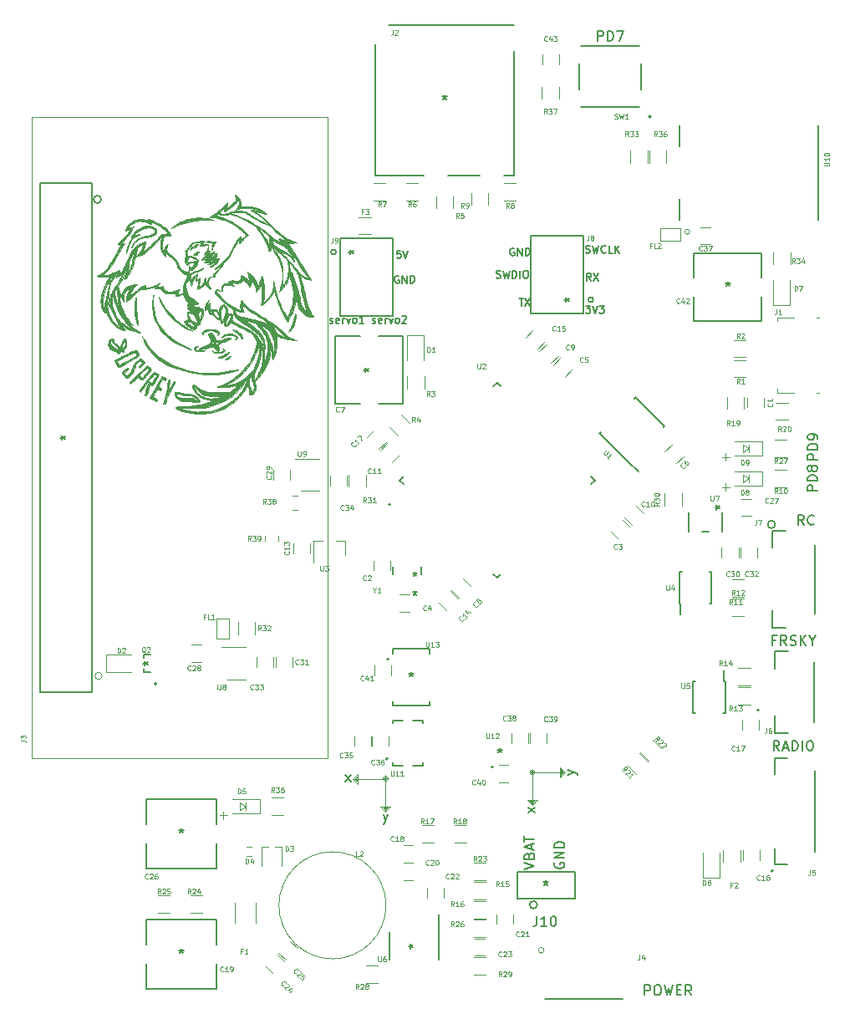
<source format=gbr>
G04 #@! TF.GenerationSoftware,KiCad,Pcbnew,(5.1.6)-1*
G04 #@! TF.CreationDate,2020-10-24T15:43:35-04:00*
G04 #@! TF.ProjectId,flight_computer,666c6967-6874-45f6-936f-6d7075746572,rev?*
G04 #@! TF.SameCoordinates,Original*
G04 #@! TF.FileFunction,Legend,Top*
G04 #@! TF.FilePolarity,Positive*
%FSLAX46Y46*%
G04 Gerber Fmt 4.6, Leading zero omitted, Abs format (unit mm)*
G04 Created by KiCad (PCBNEW (5.1.6)-1) date 2020-10-24 15:43:35*
%MOMM*%
%LPD*%
G01*
G04 APERTURE LIST*
%ADD10C,0.152400*%
%ADD11C,0.120000*%
%ADD12C,0.150000*%
%ADD13C,0.127000*%
%ADD14C,0.010000*%
%ADD15C,0.200000*%
%ADD16C,0.100000*%
%ADD17C,0.125000*%
%ADD18C,0.076200*%
G04 APERTURE END LIST*
D10*
X115570000Y-137668000D02*
G75*
G03*
X115570000Y-137668000I-127000J0D01*
G01*
D11*
X133350000Y-137033000D02*
X133286500Y-137160000D01*
X133223000Y-136842500D02*
X133350000Y-137033000D01*
X133223000Y-137287000D02*
X133223000Y-136842500D01*
X133477000Y-137033000D02*
X133223000Y-137287000D01*
X133159500Y-136715500D02*
X133477000Y-137033000D01*
X133159500Y-137414000D02*
X133159500Y-136715500D01*
X133096000Y-136525000D02*
X133096000Y-137541000D01*
X130302000Y-140081000D02*
X130175000Y-139954000D01*
X130492500Y-139890500D02*
X130302000Y-140081000D01*
X129984500Y-139890500D02*
X130492500Y-139890500D01*
X130302000Y-140208000D02*
X129984500Y-139890500D01*
X130619500Y-139890500D02*
X130302000Y-140208000D01*
X129794000Y-139827000D02*
X130810000Y-139827000D01*
X115252500Y-140589000D02*
X115570000Y-140589000D01*
X115443000Y-140716000D02*
X115252500Y-140589000D01*
X115697000Y-140525500D02*
X115443000Y-140716000D01*
X115125500Y-140525500D02*
X115697000Y-140525500D01*
X115443000Y-140843000D02*
X115125500Y-140525500D01*
X115760500Y-140525500D02*
X115443000Y-140843000D01*
X114935000Y-140462000D02*
X115951000Y-140462000D01*
X112395000Y-137604500D02*
X112522000Y-137541000D01*
X112585500Y-137858500D02*
X112395000Y-137604500D01*
X112585500Y-137350500D02*
X112585500Y-137858500D01*
X112268000Y-137668000D02*
X112585500Y-137350500D01*
X112585500Y-137985500D02*
X112268000Y-137668000D01*
X112649000Y-137160000D02*
X112649000Y-138176000D01*
D12*
X133897714Y-137271095D02*
X134564380Y-137033000D01*
X133897714Y-136794904D02*
X134564380Y-137033000D01*
X134802476Y-137128238D01*
X134850095Y-137175857D01*
X134897714Y-137271095D01*
X129913119Y-140581095D02*
X130579785Y-141104904D01*
X130579785Y-140581095D02*
X129913119Y-141104904D01*
D11*
X130302000Y-137033000D02*
X130302000Y-140335000D01*
D10*
X130429000Y-137033000D02*
G75*
G03*
X130429000Y-137033000I-127000J0D01*
G01*
D11*
X133604000Y-137033000D02*
X133096000Y-136525000D01*
X133604000Y-137033000D02*
X133096000Y-137541000D01*
X130302000Y-140335000D02*
X129794000Y-139827000D01*
X130302000Y-137033000D02*
X133604000Y-137033000D01*
X130302000Y-140335000D02*
X130810000Y-139827000D01*
X130556000Y-137033000D02*
G75*
G03*
X130556000Y-137033000I-254000J0D01*
G01*
D12*
X115204904Y-141263714D02*
X115443000Y-141930380D01*
X115681095Y-141263714D02*
X115443000Y-141930380D01*
X115347761Y-142168476D01*
X115300142Y-142216095D01*
X115204904Y-142263714D01*
X111894904Y-137279119D02*
X111371095Y-137945785D01*
X111894904Y-137945785D02*
X111371095Y-137279119D01*
D11*
X115697000Y-137668000D02*
G75*
G03*
X115697000Y-137668000I-254000J0D01*
G01*
X112141000Y-137668000D02*
X112649000Y-138176000D01*
X112141000Y-137668000D02*
X112649000Y-137160000D01*
X115443000Y-137668000D02*
X112141000Y-137668000D01*
X115443000Y-140970000D02*
X115951000Y-140462000D01*
X115443000Y-140970000D02*
X114935000Y-140462000D01*
X115443000Y-137668000D02*
X115443000Y-140970000D01*
D13*
X159217619Y-105324904D02*
X158201619Y-105324904D01*
X158201619Y-104937857D01*
X158250000Y-104841095D01*
X158298380Y-104792714D01*
X158395142Y-104744333D01*
X158540285Y-104744333D01*
X158637047Y-104792714D01*
X158685428Y-104841095D01*
X158733809Y-104937857D01*
X158733809Y-105324904D01*
X159217619Y-104308904D02*
X158201619Y-104308904D01*
X158201619Y-104067000D01*
X158250000Y-103921857D01*
X158346761Y-103825095D01*
X158443523Y-103776714D01*
X158637047Y-103728333D01*
X158782190Y-103728333D01*
X158975714Y-103776714D01*
X159072476Y-103825095D01*
X159169238Y-103921857D01*
X159217619Y-104067000D01*
X159217619Y-104308904D01*
X159217619Y-103244523D02*
X159217619Y-103051000D01*
X159169238Y-102954238D01*
X159120857Y-102905857D01*
X158975714Y-102809095D01*
X158782190Y-102760714D01*
X158395142Y-102760714D01*
X158298380Y-102809095D01*
X158250000Y-102857476D01*
X158201619Y-102954238D01*
X158201619Y-103147761D01*
X158250000Y-103244523D01*
X158298380Y-103292904D01*
X158395142Y-103341285D01*
X158637047Y-103341285D01*
X158733809Y-103292904D01*
X158782190Y-103244523D01*
X158830571Y-103147761D01*
X158830571Y-102954238D01*
X158782190Y-102857476D01*
X158733809Y-102809095D01*
X158637047Y-102760714D01*
X159177619Y-108514904D02*
X158161619Y-108514904D01*
X158161619Y-108127857D01*
X158210000Y-108031095D01*
X158258380Y-107982714D01*
X158355142Y-107934333D01*
X158500285Y-107934333D01*
X158597047Y-107982714D01*
X158645428Y-108031095D01*
X158693809Y-108127857D01*
X158693809Y-108514904D01*
X159177619Y-107498904D02*
X158161619Y-107498904D01*
X158161619Y-107257000D01*
X158210000Y-107111857D01*
X158306761Y-107015095D01*
X158403523Y-106966714D01*
X158597047Y-106918333D01*
X158742190Y-106918333D01*
X158935714Y-106966714D01*
X159032476Y-107015095D01*
X159129238Y-107111857D01*
X159177619Y-107257000D01*
X159177619Y-107498904D01*
X158597047Y-106337761D02*
X158548666Y-106434523D01*
X158500285Y-106482904D01*
X158403523Y-106531285D01*
X158355142Y-106531285D01*
X158258380Y-106482904D01*
X158210000Y-106434523D01*
X158161619Y-106337761D01*
X158161619Y-106144238D01*
X158210000Y-106047476D01*
X158258380Y-105999095D01*
X158355142Y-105950714D01*
X158403523Y-105950714D01*
X158500285Y-105999095D01*
X158548666Y-106047476D01*
X158597047Y-106144238D01*
X158597047Y-106337761D01*
X158645428Y-106434523D01*
X158693809Y-106482904D01*
X158790571Y-106531285D01*
X158984095Y-106531285D01*
X159080857Y-106482904D01*
X159129238Y-106434523D01*
X159177619Y-106337761D01*
X159177619Y-106144238D01*
X159129238Y-106047476D01*
X159080857Y-105999095D01*
X158984095Y-105950714D01*
X158790571Y-105950714D01*
X158693809Y-105999095D01*
X158645428Y-106047476D01*
X158597047Y-106144238D01*
X136918095Y-62943619D02*
X136918095Y-61927619D01*
X137305142Y-61927619D01*
X137401904Y-61976000D01*
X137450285Y-62024380D01*
X137498666Y-62121142D01*
X137498666Y-62266285D01*
X137450285Y-62363047D01*
X137401904Y-62411428D01*
X137305142Y-62459809D01*
X136918095Y-62459809D01*
X137934095Y-62943619D02*
X137934095Y-61927619D01*
X138176000Y-61927619D01*
X138321142Y-61976000D01*
X138417904Y-62072761D01*
X138466285Y-62169523D01*
X138514666Y-62363047D01*
X138514666Y-62508190D01*
X138466285Y-62701714D01*
X138417904Y-62798476D01*
X138321142Y-62895238D01*
X138176000Y-62943619D01*
X137934095Y-62943619D01*
X138853333Y-61927619D02*
X139530666Y-61927619D01*
X139095238Y-62943619D01*
X157794476Y-111965619D02*
X157455809Y-111481809D01*
X157213904Y-111965619D02*
X157213904Y-110949619D01*
X157600952Y-110949619D01*
X157697714Y-110998000D01*
X157746095Y-111046380D01*
X157794476Y-111143142D01*
X157794476Y-111288285D01*
X157746095Y-111385047D01*
X157697714Y-111433428D01*
X157600952Y-111481809D01*
X157213904Y-111481809D01*
X158810476Y-111868857D02*
X158762095Y-111917238D01*
X158616952Y-111965619D01*
X158520190Y-111965619D01*
X158375047Y-111917238D01*
X158278285Y-111820476D01*
X158229904Y-111723714D01*
X158181523Y-111530190D01*
X158181523Y-111385047D01*
X158229904Y-111191523D01*
X158278285Y-111094761D01*
X158375047Y-110998000D01*
X158520190Y-110949619D01*
X158616952Y-110949619D01*
X158762095Y-110998000D01*
X158810476Y-111046380D01*
X154927904Y-123625428D02*
X154589238Y-123625428D01*
X154589238Y-124157619D02*
X154589238Y-123141619D01*
X155073047Y-123141619D01*
X156040666Y-124157619D02*
X155702000Y-123673809D01*
X155460095Y-124157619D02*
X155460095Y-123141619D01*
X155847142Y-123141619D01*
X155943904Y-123190000D01*
X155992285Y-123238380D01*
X156040666Y-123335142D01*
X156040666Y-123480285D01*
X155992285Y-123577047D01*
X155943904Y-123625428D01*
X155847142Y-123673809D01*
X155460095Y-123673809D01*
X156427714Y-124109238D02*
X156572857Y-124157619D01*
X156814761Y-124157619D01*
X156911523Y-124109238D01*
X156959904Y-124060857D01*
X157008285Y-123964095D01*
X157008285Y-123867333D01*
X156959904Y-123770571D01*
X156911523Y-123722190D01*
X156814761Y-123673809D01*
X156621238Y-123625428D01*
X156524476Y-123577047D01*
X156476095Y-123528666D01*
X156427714Y-123431904D01*
X156427714Y-123335142D01*
X156476095Y-123238380D01*
X156524476Y-123190000D01*
X156621238Y-123141619D01*
X156863142Y-123141619D01*
X157008285Y-123190000D01*
X157443714Y-124157619D02*
X157443714Y-123141619D01*
X158024285Y-124157619D02*
X157588857Y-123577047D01*
X158024285Y-123141619D02*
X157443714Y-123722190D01*
X158653238Y-123673809D02*
X158653238Y-124157619D01*
X158314571Y-123141619D02*
X158653238Y-123673809D01*
X158991904Y-123141619D01*
X155314952Y-134825619D02*
X154976285Y-134341809D01*
X154734380Y-134825619D02*
X154734380Y-133809619D01*
X155121428Y-133809619D01*
X155218190Y-133858000D01*
X155266571Y-133906380D01*
X155314952Y-134003142D01*
X155314952Y-134148285D01*
X155266571Y-134245047D01*
X155218190Y-134293428D01*
X155121428Y-134341809D01*
X154734380Y-134341809D01*
X155702000Y-134535333D02*
X156185809Y-134535333D01*
X155605238Y-134825619D02*
X155943904Y-133809619D01*
X156282571Y-134825619D01*
X156621238Y-134825619D02*
X156621238Y-133809619D01*
X156863142Y-133809619D01*
X157008285Y-133858000D01*
X157105047Y-133954761D01*
X157153428Y-134051523D01*
X157201809Y-134245047D01*
X157201809Y-134390190D01*
X157153428Y-134583714D01*
X157105047Y-134680476D01*
X157008285Y-134777238D01*
X156863142Y-134825619D01*
X156621238Y-134825619D01*
X157637238Y-134825619D02*
X157637238Y-133809619D01*
X158314571Y-133809619D02*
X158508095Y-133809619D01*
X158604857Y-133858000D01*
X158701619Y-133954761D01*
X158750000Y-134148285D01*
X158750000Y-134486952D01*
X158701619Y-134680476D01*
X158604857Y-134777238D01*
X158508095Y-134825619D01*
X158314571Y-134825619D01*
X158217809Y-134777238D01*
X158121047Y-134680476D01*
X158072666Y-134486952D01*
X158072666Y-134148285D01*
X158121047Y-133954761D01*
X158217809Y-133858000D01*
X158314571Y-133809619D01*
X141671523Y-159590619D02*
X141671523Y-158574619D01*
X142058571Y-158574619D01*
X142155333Y-158623000D01*
X142203714Y-158671380D01*
X142252095Y-158768142D01*
X142252095Y-158913285D01*
X142203714Y-159010047D01*
X142155333Y-159058428D01*
X142058571Y-159106809D01*
X141671523Y-159106809D01*
X142881047Y-158574619D02*
X143074571Y-158574619D01*
X143171333Y-158623000D01*
X143268095Y-158719761D01*
X143316476Y-158913285D01*
X143316476Y-159251952D01*
X143268095Y-159445476D01*
X143171333Y-159542238D01*
X143074571Y-159590619D01*
X142881047Y-159590619D01*
X142784285Y-159542238D01*
X142687523Y-159445476D01*
X142639142Y-159251952D01*
X142639142Y-158913285D01*
X142687523Y-158719761D01*
X142784285Y-158623000D01*
X142881047Y-158574619D01*
X143655142Y-158574619D02*
X143897047Y-159590619D01*
X144090571Y-158864904D01*
X144284095Y-159590619D01*
X144526000Y-158574619D01*
X144913047Y-159058428D02*
X145251714Y-159058428D01*
X145396857Y-159590619D02*
X144913047Y-159590619D01*
X144913047Y-158574619D01*
X145396857Y-158574619D01*
X146412857Y-159590619D02*
X146074190Y-159106809D01*
X145832285Y-159590619D02*
X145832285Y-158574619D01*
X146219333Y-158574619D01*
X146316095Y-158623000D01*
X146364476Y-158671380D01*
X146412857Y-158768142D01*
X146412857Y-158913285D01*
X146364476Y-159010047D01*
X146316095Y-159058428D01*
X146219333Y-159106809D01*
X145832285Y-159106809D01*
X132588000Y-146189095D02*
X132539619Y-146285857D01*
X132539619Y-146431000D01*
X132588000Y-146576142D01*
X132684761Y-146672904D01*
X132781523Y-146721285D01*
X132975047Y-146769666D01*
X133120190Y-146769666D01*
X133313714Y-146721285D01*
X133410476Y-146672904D01*
X133507238Y-146576142D01*
X133555619Y-146431000D01*
X133555619Y-146334238D01*
X133507238Y-146189095D01*
X133458857Y-146140714D01*
X133120190Y-146140714D01*
X133120190Y-146334238D01*
X133555619Y-145705285D02*
X132539619Y-145705285D01*
X133555619Y-145124714D01*
X132539619Y-145124714D01*
X133555619Y-144640904D02*
X132539619Y-144640904D01*
X132539619Y-144399000D01*
X132588000Y-144253857D01*
X132684761Y-144157095D01*
X132781523Y-144108714D01*
X132975047Y-144060333D01*
X133120190Y-144060333D01*
X133313714Y-144108714D01*
X133410476Y-144157095D01*
X133507238Y-144253857D01*
X133555619Y-144399000D01*
X133555619Y-144640904D01*
X129491619Y-146830142D02*
X130507619Y-146491476D01*
X129491619Y-146152809D01*
X129975428Y-145475476D02*
X130023809Y-145330333D01*
X130072190Y-145281952D01*
X130168952Y-145233571D01*
X130314095Y-145233571D01*
X130410857Y-145281952D01*
X130459238Y-145330333D01*
X130507619Y-145427095D01*
X130507619Y-145814142D01*
X129491619Y-145814142D01*
X129491619Y-145475476D01*
X129540000Y-145378714D01*
X129588380Y-145330333D01*
X129685142Y-145281952D01*
X129781904Y-145281952D01*
X129878666Y-145330333D01*
X129927047Y-145378714D01*
X129975428Y-145475476D01*
X129975428Y-145814142D01*
X130217333Y-144846523D02*
X130217333Y-144362714D01*
X130507619Y-144943285D02*
X129491619Y-144604619D01*
X130507619Y-144265952D01*
X129491619Y-144072428D02*
X129491619Y-143491857D01*
X130507619Y-143782142D02*
X129491619Y-143782142D01*
X116948857Y-84164714D02*
X116586000Y-84164714D01*
X116549714Y-84527571D01*
X116586000Y-84491285D01*
X116658571Y-84455000D01*
X116840000Y-84455000D01*
X116912571Y-84491285D01*
X116948857Y-84527571D01*
X116985142Y-84600142D01*
X116985142Y-84781571D01*
X116948857Y-84854142D01*
X116912571Y-84890428D01*
X116840000Y-84926714D01*
X116658571Y-84926714D01*
X116586000Y-84890428D01*
X116549714Y-84854142D01*
X117202857Y-84164714D02*
X117456857Y-84926714D01*
X117710857Y-84164714D01*
X116767428Y-86741000D02*
X116694857Y-86704714D01*
X116586000Y-86704714D01*
X116477142Y-86741000D01*
X116404571Y-86813571D01*
X116368285Y-86886142D01*
X116332000Y-87031285D01*
X116332000Y-87140142D01*
X116368285Y-87285285D01*
X116404571Y-87357857D01*
X116477142Y-87430428D01*
X116586000Y-87466714D01*
X116658571Y-87466714D01*
X116767428Y-87430428D01*
X116803714Y-87394142D01*
X116803714Y-87140142D01*
X116658571Y-87140142D01*
X117130285Y-87466714D02*
X117130285Y-86704714D01*
X117565714Y-87466714D01*
X117565714Y-86704714D01*
X117928571Y-87466714D02*
X117928571Y-86704714D01*
X118110000Y-86704714D01*
X118218857Y-86741000D01*
X118291428Y-86813571D01*
X118327714Y-86886142D01*
X118364000Y-87031285D01*
X118364000Y-87140142D01*
X118327714Y-87285285D01*
X118291428Y-87357857D01*
X118218857Y-87430428D01*
X118110000Y-87466714D01*
X117928571Y-87466714D01*
X135708571Y-89752714D02*
X136180285Y-89752714D01*
X135926285Y-90043000D01*
X136035142Y-90043000D01*
X136107714Y-90079285D01*
X136144000Y-90115571D01*
X136180285Y-90188142D01*
X136180285Y-90369571D01*
X136144000Y-90442142D01*
X136107714Y-90478428D01*
X136035142Y-90514714D01*
X135817428Y-90514714D01*
X135744857Y-90478428D01*
X135708571Y-90442142D01*
X136398000Y-89752714D02*
X136652000Y-90514714D01*
X136906000Y-89752714D01*
X137087428Y-89752714D02*
X137559142Y-89752714D01*
X137305142Y-90043000D01*
X137414000Y-90043000D01*
X137486571Y-90079285D01*
X137522857Y-90115571D01*
X137559142Y-90188142D01*
X137559142Y-90369571D01*
X137522857Y-90442142D01*
X137486571Y-90478428D01*
X137414000Y-90514714D01*
X137196285Y-90514714D01*
X137123714Y-90478428D01*
X137087428Y-90442142D01*
X136271000Y-87212714D02*
X136017000Y-86849857D01*
X135835571Y-87212714D02*
X135835571Y-86450714D01*
X136125857Y-86450714D01*
X136198428Y-86487000D01*
X136234714Y-86523285D01*
X136271000Y-86595857D01*
X136271000Y-86704714D01*
X136234714Y-86777285D01*
X136198428Y-86813571D01*
X136125857Y-86849857D01*
X135835571Y-86849857D01*
X136525000Y-86450714D02*
X137033000Y-87212714D01*
X137033000Y-86450714D02*
X136525000Y-87212714D01*
X128959428Y-88990714D02*
X129394857Y-88990714D01*
X129177142Y-89752714D02*
X129177142Y-88990714D01*
X129576285Y-88990714D02*
X130084285Y-89752714D01*
X130084285Y-88990714D02*
X129576285Y-89752714D01*
X128451428Y-83947000D02*
X128378857Y-83910714D01*
X128270000Y-83910714D01*
X128161142Y-83947000D01*
X128088571Y-84019571D01*
X128052285Y-84092142D01*
X128016000Y-84237285D01*
X128016000Y-84346142D01*
X128052285Y-84491285D01*
X128088571Y-84563857D01*
X128161142Y-84636428D01*
X128270000Y-84672714D01*
X128342571Y-84672714D01*
X128451428Y-84636428D01*
X128487714Y-84600142D01*
X128487714Y-84346142D01*
X128342571Y-84346142D01*
X128814285Y-84672714D02*
X128814285Y-83910714D01*
X129249714Y-84672714D01*
X129249714Y-83910714D01*
X129612571Y-84672714D02*
X129612571Y-83910714D01*
X129794000Y-83910714D01*
X129902857Y-83947000D01*
X129975428Y-84019571D01*
X130011714Y-84092142D01*
X130048000Y-84237285D01*
X130048000Y-84346142D01*
X130011714Y-84491285D01*
X129975428Y-84563857D01*
X129902857Y-84636428D01*
X129794000Y-84672714D01*
X129612571Y-84672714D01*
X135690428Y-84382428D02*
X135799285Y-84418714D01*
X135980714Y-84418714D01*
X136053285Y-84382428D01*
X136089571Y-84346142D01*
X136125857Y-84273571D01*
X136125857Y-84201000D01*
X136089571Y-84128428D01*
X136053285Y-84092142D01*
X135980714Y-84055857D01*
X135835571Y-84019571D01*
X135763000Y-83983285D01*
X135726714Y-83947000D01*
X135690428Y-83874428D01*
X135690428Y-83801857D01*
X135726714Y-83729285D01*
X135763000Y-83693000D01*
X135835571Y-83656714D01*
X136017000Y-83656714D01*
X136125857Y-83693000D01*
X136379857Y-83656714D02*
X136561285Y-84418714D01*
X136706428Y-83874428D01*
X136851571Y-84418714D01*
X137033000Y-83656714D01*
X137758714Y-84346142D02*
X137722428Y-84382428D01*
X137613571Y-84418714D01*
X137541000Y-84418714D01*
X137432142Y-84382428D01*
X137359571Y-84309857D01*
X137323285Y-84237285D01*
X137287000Y-84092142D01*
X137287000Y-83983285D01*
X137323285Y-83838142D01*
X137359571Y-83765571D01*
X137432142Y-83693000D01*
X137541000Y-83656714D01*
X137613571Y-83656714D01*
X137722428Y-83693000D01*
X137758714Y-83729285D01*
X138448142Y-84418714D02*
X138085285Y-84418714D01*
X138085285Y-83656714D01*
X138702142Y-84418714D02*
X138702142Y-83656714D01*
X139137571Y-84418714D02*
X138811000Y-83983285D01*
X139137571Y-83656714D02*
X138702142Y-84092142D01*
X126655285Y-86922428D02*
X126764142Y-86958714D01*
X126945571Y-86958714D01*
X127018142Y-86922428D01*
X127054428Y-86886142D01*
X127090714Y-86813571D01*
X127090714Y-86741000D01*
X127054428Y-86668428D01*
X127018142Y-86632142D01*
X126945571Y-86595857D01*
X126800428Y-86559571D01*
X126727857Y-86523285D01*
X126691571Y-86487000D01*
X126655285Y-86414428D01*
X126655285Y-86341857D01*
X126691571Y-86269285D01*
X126727857Y-86233000D01*
X126800428Y-86196714D01*
X126981857Y-86196714D01*
X127090714Y-86233000D01*
X127344714Y-86196714D02*
X127526142Y-86958714D01*
X127671285Y-86414428D01*
X127816428Y-86958714D01*
X127997857Y-86196714D01*
X128288142Y-86958714D02*
X128288142Y-86196714D01*
X128469571Y-86196714D01*
X128578428Y-86233000D01*
X128651000Y-86305571D01*
X128687285Y-86378142D01*
X128723571Y-86523285D01*
X128723571Y-86632142D01*
X128687285Y-86777285D01*
X128651000Y-86849857D01*
X128578428Y-86922428D01*
X128469571Y-86958714D01*
X128288142Y-86958714D01*
X129050142Y-86958714D02*
X129050142Y-86196714D01*
X129558142Y-86196714D02*
X129703285Y-86196714D01*
X129775857Y-86233000D01*
X129848428Y-86305571D01*
X129884714Y-86450714D01*
X129884714Y-86704714D01*
X129848428Y-86849857D01*
X129775857Y-86922428D01*
X129703285Y-86958714D01*
X129558142Y-86958714D01*
X129485571Y-86922428D01*
X129413000Y-86849857D01*
X129376714Y-86704714D01*
X129376714Y-86450714D01*
X129413000Y-86305571D01*
X129485571Y-86233000D01*
X129558142Y-86196714D01*
X114100428Y-91494428D02*
X114173000Y-91530714D01*
X114318142Y-91530714D01*
X114390714Y-91494428D01*
X114427000Y-91421857D01*
X114427000Y-91385571D01*
X114390714Y-91313000D01*
X114318142Y-91276714D01*
X114209285Y-91276714D01*
X114136714Y-91240428D01*
X114100428Y-91167857D01*
X114100428Y-91131571D01*
X114136714Y-91059000D01*
X114209285Y-91022714D01*
X114318142Y-91022714D01*
X114390714Y-91059000D01*
X115043857Y-91494428D02*
X114971285Y-91530714D01*
X114826142Y-91530714D01*
X114753571Y-91494428D01*
X114717285Y-91421857D01*
X114717285Y-91131571D01*
X114753571Y-91059000D01*
X114826142Y-91022714D01*
X114971285Y-91022714D01*
X115043857Y-91059000D01*
X115080142Y-91131571D01*
X115080142Y-91204142D01*
X114717285Y-91276714D01*
X115406714Y-91530714D02*
X115406714Y-91022714D01*
X115406714Y-91167857D02*
X115443000Y-91095285D01*
X115479285Y-91059000D01*
X115551857Y-91022714D01*
X115624428Y-91022714D01*
X115805857Y-91022714D02*
X115987285Y-91530714D01*
X116168714Y-91022714D01*
X116567857Y-91530714D02*
X116495285Y-91494428D01*
X116459000Y-91458142D01*
X116422714Y-91385571D01*
X116422714Y-91167857D01*
X116459000Y-91095285D01*
X116495285Y-91059000D01*
X116567857Y-91022714D01*
X116676714Y-91022714D01*
X116749285Y-91059000D01*
X116785571Y-91095285D01*
X116821857Y-91167857D01*
X116821857Y-91385571D01*
X116785571Y-91458142D01*
X116749285Y-91494428D01*
X116676714Y-91530714D01*
X116567857Y-91530714D01*
X117112142Y-90841285D02*
X117148428Y-90805000D01*
X117221000Y-90768714D01*
X117402428Y-90768714D01*
X117475000Y-90805000D01*
X117511285Y-90841285D01*
X117547571Y-90913857D01*
X117547571Y-90986428D01*
X117511285Y-91095285D01*
X117075857Y-91530714D01*
X117547571Y-91530714D01*
X109782428Y-91494428D02*
X109855000Y-91530714D01*
X110000142Y-91530714D01*
X110072714Y-91494428D01*
X110109000Y-91421857D01*
X110109000Y-91385571D01*
X110072714Y-91313000D01*
X110000142Y-91276714D01*
X109891285Y-91276714D01*
X109818714Y-91240428D01*
X109782428Y-91167857D01*
X109782428Y-91131571D01*
X109818714Y-91059000D01*
X109891285Y-91022714D01*
X110000142Y-91022714D01*
X110072714Y-91059000D01*
X110725857Y-91494428D02*
X110653285Y-91530714D01*
X110508142Y-91530714D01*
X110435571Y-91494428D01*
X110399285Y-91421857D01*
X110399285Y-91131571D01*
X110435571Y-91059000D01*
X110508142Y-91022714D01*
X110653285Y-91022714D01*
X110725857Y-91059000D01*
X110762142Y-91131571D01*
X110762142Y-91204142D01*
X110399285Y-91276714D01*
X111088714Y-91530714D02*
X111088714Y-91022714D01*
X111088714Y-91167857D02*
X111125000Y-91095285D01*
X111161285Y-91059000D01*
X111233857Y-91022714D01*
X111306428Y-91022714D01*
X111487857Y-91022714D02*
X111669285Y-91530714D01*
X111850714Y-91022714D01*
X112249857Y-91530714D02*
X112177285Y-91494428D01*
X112141000Y-91458142D01*
X112104714Y-91385571D01*
X112104714Y-91167857D01*
X112141000Y-91095285D01*
X112177285Y-91059000D01*
X112249857Y-91022714D01*
X112358714Y-91022714D01*
X112431285Y-91059000D01*
X112467571Y-91095285D01*
X112503857Y-91167857D01*
X112503857Y-91385571D01*
X112467571Y-91458142D01*
X112431285Y-91494428D01*
X112358714Y-91530714D01*
X112249857Y-91530714D01*
X113229571Y-91530714D02*
X112794142Y-91530714D01*
X113011857Y-91530714D02*
X113011857Y-90768714D01*
X112939285Y-90877571D01*
X112866714Y-90950142D01*
X112794142Y-90986428D01*
D14*
G36*
X100203256Y-78544577D02*
G01*
X100292181Y-78602052D01*
X100397706Y-78680607D01*
X100501497Y-78766142D01*
X100585219Y-78844555D01*
X100619286Y-78883788D01*
X100711720Y-79058654D01*
X100763520Y-79263215D01*
X100770706Y-79470490D01*
X100731877Y-79647143D01*
X100732170Y-79667580D01*
X100758052Y-79682320D01*
X100818962Y-79692286D01*
X100924339Y-79698402D01*
X101083621Y-79701592D01*
X101300290Y-79702766D01*
X101523103Y-79703839D01*
X101690305Y-79707469D01*
X101818857Y-79715829D01*
X101925718Y-79731092D01*
X102027848Y-79755432D01*
X102142208Y-79791022D01*
X102235000Y-79822549D01*
X102417448Y-79891800D01*
X102605896Y-79973924D01*
X102768465Y-80054709D01*
X102815572Y-80081356D01*
X102938475Y-80159430D01*
X103065246Y-80248141D01*
X103182824Y-80337201D01*
X103278147Y-80416326D01*
X103338153Y-80475231D01*
X103350828Y-80502839D01*
X103312163Y-80500308D01*
X103226631Y-80480269D01*
X103158593Y-80460814D01*
X103054189Y-80430544D01*
X102912178Y-80391246D01*
X102747934Y-80346950D01*
X102576830Y-80301685D01*
X102414240Y-80259482D01*
X102275536Y-80224370D01*
X102176094Y-80200379D01*
X102131297Y-80191538D01*
X102148105Y-80208525D01*
X102213901Y-80253300D01*
X102315180Y-80316756D01*
X102333071Y-80327609D01*
X102506137Y-80439534D01*
X102692141Y-80575081D01*
X102897479Y-80739685D01*
X103128547Y-80938782D01*
X103391740Y-81177810D01*
X103693454Y-81462203D01*
X103886000Y-81647543D01*
X104142309Y-81894910D01*
X104355125Y-82097913D01*
X104532321Y-82263457D01*
X104681771Y-82398444D01*
X104811346Y-82509778D01*
X104928920Y-82604363D01*
X105042364Y-82689100D01*
X105159553Y-82770895D01*
X105192286Y-82792987D01*
X105506345Y-82984938D01*
X105817967Y-83133090D01*
X106117572Y-83240730D01*
X106426000Y-83338345D01*
X106208286Y-83386615D01*
X106051280Y-83412776D01*
X105867408Y-83431127D01*
X105731850Y-83436942D01*
X105473128Y-83439000D01*
X105643022Y-83638571D01*
X105749689Y-83766798D01*
X105846749Y-83891222D01*
X105941124Y-84022421D01*
X106039737Y-84170971D01*
X106149512Y-84347450D01*
X106277371Y-84562435D01*
X106430236Y-84826503D01*
X106498001Y-84944857D01*
X106735434Y-85351169D01*
X106984563Y-85760607D01*
X107235173Y-86157088D01*
X107477047Y-86524528D01*
X107699969Y-86846843D01*
X107751959Y-86919061D01*
X107907735Y-87133408D01*
X107699893Y-87111957D01*
X107469491Y-87061155D01*
X107226399Y-86961342D01*
X106996871Y-86824746D01*
X106872577Y-86726668D01*
X106702296Y-86575201D01*
X106805008Y-86857672D01*
X106839616Y-86966361D01*
X106886688Y-87133992D01*
X106943165Y-87348616D01*
X107005992Y-87598282D01*
X107072109Y-87871040D01*
X107138459Y-88154940D01*
X107151162Y-88210571D01*
X107263304Y-88689484D01*
X107368001Y-89104522D01*
X107468007Y-89463661D01*
X107566079Y-89774877D01*
X107664974Y-90046146D01*
X107767448Y-90285442D01*
X107876257Y-90500743D01*
X107994158Y-90700023D01*
X108031196Y-90757094D01*
X108081583Y-90844412D01*
X108103564Y-90905964D01*
X108101080Y-90920016D01*
X108048783Y-90930167D01*
X107946209Y-90921348D01*
X107811919Y-90897561D01*
X107664476Y-90862811D01*
X107522442Y-90821098D01*
X107404377Y-90776428D01*
X107378739Y-90764238D01*
X107190704Y-90642233D01*
X106999917Y-90472128D01*
X106827063Y-90274504D01*
X106707323Y-90096131D01*
X106632288Y-89942626D01*
X106551977Y-89742171D01*
X106475105Y-89519026D01*
X106410387Y-89297453D01*
X106388403Y-89208428D01*
X106374890Y-89167235D01*
X106360193Y-89170218D01*
X106341106Y-89225052D01*
X106314422Y-89339409D01*
X106295084Y-89431732D01*
X106247952Y-89632370D01*
X106186315Y-89856386D01*
X106122418Y-90059696D01*
X106113680Y-90084875D01*
X106053365Y-90242105D01*
X105973807Y-90429901D01*
X105882481Y-90632569D01*
X105786865Y-90834415D01*
X105694433Y-91019747D01*
X105612663Y-91172871D01*
X105549031Y-91278092D01*
X105537692Y-91293940D01*
X105475570Y-91376297D01*
X105340178Y-91163220D01*
X105242314Y-90996871D01*
X105125975Y-90779533D01*
X104999092Y-90527817D01*
X104869592Y-90258332D01*
X104745405Y-89987687D01*
X104634461Y-89732491D01*
X104544688Y-89509355D01*
X104523775Y-89453092D01*
X104452159Y-89244463D01*
X104374333Y-88999476D01*
X104300903Y-88752368D01*
X104254320Y-88583295D01*
X104133106Y-88121979D01*
X104052671Y-88363685D01*
X103918815Y-88669114D01*
X103729563Y-88963896D01*
X103498630Y-89231580D01*
X103239730Y-89455716D01*
X103033225Y-89586533D01*
X102921201Y-89643653D01*
X102837087Y-89681681D01*
X102798186Y-89692831D01*
X102797683Y-89692492D01*
X102799243Y-89653592D01*
X102815639Y-89563961D01*
X102843067Y-89444073D01*
X102864224Y-89317969D01*
X102881486Y-89137374D01*
X102894497Y-88919485D01*
X102902898Y-88681502D01*
X102906330Y-88440622D01*
X102904437Y-88214044D01*
X102896860Y-88018966D01*
X102883241Y-87872586D01*
X102876580Y-87834126D01*
X102846874Y-87693538D01*
X102788448Y-87779697D01*
X102656267Y-87950918D01*
X102495396Y-88124735D01*
X102403272Y-88211061D01*
X102280078Y-88319227D01*
X102239424Y-88038113D01*
X102186630Y-87795578D01*
X102093900Y-87548757D01*
X102046697Y-87448571D01*
X101894623Y-87140142D01*
X101865045Y-87285285D01*
X101835625Y-87403154D01*
X101794547Y-87535332D01*
X101748621Y-87663576D01*
X101704653Y-87769646D01*
X101669451Y-87835302D01*
X101655142Y-87847714D01*
X101623104Y-87819727D01*
X101564785Y-87746351D01*
X101492802Y-87643462D01*
X101492702Y-87643311D01*
X101412701Y-87533570D01*
X101314811Y-87414644D01*
X101211907Y-87300319D01*
X101116866Y-87204381D01*
X101042564Y-87140616D01*
X101005779Y-87122000D01*
X100972609Y-87150125D01*
X100923377Y-87219354D01*
X100913987Y-87234847D01*
X100826454Y-87331679D01*
X100697925Y-87413533D01*
X100683278Y-87420261D01*
X100600628Y-87453801D01*
X100527148Y-87471840D01*
X100441950Y-87475516D01*
X100324142Y-87465964D01*
X100178470Y-87447726D01*
X100029384Y-87430021D01*
X99909313Y-87419576D01*
X99834985Y-87417647D01*
X99819593Y-87420740D01*
X99830813Y-87455888D01*
X99878717Y-87527682D01*
X99930858Y-87593714D01*
X99999744Y-87679701D01*
X100042421Y-87739908D01*
X100049976Y-87757990D01*
X100012595Y-87754085D01*
X99923550Y-87735042D01*
X99801190Y-87704831D01*
X99785715Y-87700795D01*
X99619806Y-87665328D01*
X99444917Y-87640365D01*
X99321422Y-87632091D01*
X99143210Y-87650142D01*
X99021869Y-87710892D01*
X98953077Y-87818030D01*
X98932465Y-87963993D01*
X98912730Y-88138604D01*
X98856982Y-88253310D01*
X98768315Y-88305849D01*
X98649821Y-88293962D01*
X98548442Y-88244658D01*
X98463101Y-88196605D01*
X98412075Y-88187277D01*
X98370440Y-88213475D01*
X98362891Y-88220844D01*
X98330068Y-88269452D01*
X98326575Y-88328185D01*
X98356852Y-88404430D01*
X98425337Y-88505575D01*
X98536469Y-88639007D01*
X98694688Y-88812112D01*
X98759401Y-88880690D01*
X99097791Y-89221134D01*
X99412312Y-89502307D01*
X99711046Y-89730102D01*
X100002069Y-89910411D01*
X100293461Y-90049124D01*
X100434212Y-90102102D01*
X100567587Y-90146627D01*
X100671852Y-90178305D01*
X100730545Y-90192263D01*
X100737486Y-90191895D01*
X100736907Y-90153215D01*
X100723225Y-90066190D01*
X100708967Y-89994895D01*
X100692397Y-89771646D01*
X100728029Y-89526124D01*
X100795747Y-89321246D01*
X100840132Y-89216349D01*
X101017822Y-89458376D01*
X101124318Y-89595613D01*
X101236230Y-89721276D01*
X101362032Y-89841936D01*
X101510200Y-89964166D01*
X101689209Y-90094538D01*
X101907535Y-90239627D01*
X102173651Y-90406003D01*
X102470858Y-90585241D01*
X102686929Y-90716020D01*
X102899932Y-90848462D01*
X103095192Y-90973184D01*
X103258038Y-91080806D01*
X103373796Y-91161947D01*
X103379451Y-91166163D01*
X103585000Y-91313373D01*
X103742519Y-91410924D01*
X103850908Y-91458205D01*
X103905209Y-91457484D01*
X103937954Y-91459442D01*
X103940429Y-91470798D01*
X103968849Y-91504324D01*
X104045554Y-91566996D01*
X104157715Y-91648827D01*
X104251093Y-91712588D01*
X104434279Y-91848164D01*
X104653491Y-92033923D01*
X104900425Y-92262592D01*
X105076593Y-92435532D01*
X105591429Y-92951767D01*
X106008715Y-93119450D01*
X106163370Y-93182856D01*
X106285954Y-93235554D01*
X106365118Y-93272478D01*
X106389511Y-93288560D01*
X106388141Y-93288852D01*
X106340528Y-93284702D01*
X106234609Y-93272127D01*
X106083939Y-93252837D01*
X105902073Y-93228542D01*
X105807569Y-93215591D01*
X105502563Y-93166508D01*
X105220662Y-93107769D01*
X104974256Y-93042642D01*
X104775734Y-92974397D01*
X104638929Y-92907228D01*
X104540270Y-92844055D01*
X104475630Y-92802476D01*
X104393974Y-92749810D01*
X104428045Y-93079126D01*
X104440273Y-93478153D01*
X104401349Y-93901321D01*
X104315618Y-94326016D01*
X104187429Y-94729619D01*
X104053001Y-95030279D01*
X103950189Y-95227843D01*
X103924200Y-94921421D01*
X103905474Y-94739710D01*
X103880596Y-94549246D01*
X103854711Y-94389112D01*
X103852820Y-94379143D01*
X103807429Y-94143285D01*
X103781918Y-94288428D01*
X103731419Y-94568095D01*
X103687284Y-94792482D01*
X103645598Y-94978149D01*
X103602446Y-95141657D01*
X103553912Y-95299565D01*
X103517131Y-95408473D01*
X103316296Y-95899715D01*
X103068942Y-96355735D01*
X102781184Y-96767337D01*
X102459136Y-97125324D01*
X102253004Y-97309727D01*
X102108363Y-97428169D01*
X102214945Y-97617774D01*
X102302168Y-97840237D01*
X102318785Y-98065605D01*
X102266111Y-98287087D01*
X102145463Y-98497889D01*
X102017122Y-98639356D01*
X101874268Y-98751246D01*
X101755517Y-98802184D01*
X101666724Y-98794280D01*
X101613744Y-98729643D01*
X101602433Y-98610382D01*
X101622063Y-98497037D01*
X101641320Y-98405897D01*
X101642170Y-98330929D01*
X101620347Y-98247656D01*
X101571586Y-98131600D01*
X101550255Y-98084970D01*
X101494789Y-97958377D01*
X101453996Y-97853376D01*
X101435845Y-97790665D01*
X101435569Y-97787106D01*
X101419874Y-97795073D01*
X101378333Y-97856931D01*
X101317758Y-97961760D01*
X101263212Y-98063395D01*
X101166113Y-98239403D01*
X101055543Y-98424693D01*
X100950586Y-98587694D01*
X100917596Y-98635195D01*
X100599725Y-99021913D01*
X100221472Y-99382039D01*
X99791839Y-99710250D01*
X99319830Y-100001223D01*
X98814446Y-100249636D01*
X98284691Y-100450165D01*
X97739566Y-100597489D01*
X97529046Y-100638626D01*
X97354691Y-100662870D01*
X97138783Y-100683743D01*
X96902375Y-100700130D01*
X96666523Y-100710917D01*
X96452281Y-100714990D01*
X96280702Y-100711235D01*
X96229715Y-100707390D01*
X95732443Y-100644520D01*
X95275191Y-100556879D01*
X94827819Y-100438254D01*
X94644131Y-100380490D01*
X94421920Y-100296037D01*
X94271691Y-100211651D01*
X94202955Y-100137795D01*
X94559706Y-100137795D01*
X94569301Y-100151397D01*
X94605337Y-100169705D01*
X94615000Y-100173991D01*
X94718468Y-100211512D01*
X94874761Y-100258638D01*
X95065553Y-100310708D01*
X95272515Y-100363057D01*
X95477319Y-100411023D01*
X95661635Y-100449942D01*
X95787169Y-100472223D01*
X95940708Y-100487383D01*
X96147994Y-100496133D01*
X96392651Y-100498906D01*
X96658302Y-100496136D01*
X96928573Y-100488257D01*
X97187088Y-100475701D01*
X97417470Y-100458903D01*
X97603343Y-100438296D01*
X97699286Y-100421598D01*
X98271300Y-100262702D01*
X98816610Y-100048404D01*
X99328757Y-99783077D01*
X99801285Y-99471096D01*
X100227737Y-99116835D01*
X100601655Y-98724666D01*
X100916582Y-98298964D01*
X100977376Y-98201132D01*
X101076574Y-98021062D01*
X101173107Y-97819777D01*
X101257633Y-97619136D01*
X101319622Y-97444362D01*
X101563811Y-97444362D01*
X101570688Y-97573611D01*
X101595744Y-97695322D01*
X101645803Y-97834926D01*
X101704065Y-97967116D01*
X101773835Y-98126389D01*
X101813863Y-98242820D01*
X101829564Y-98337052D01*
X101826355Y-98429728D01*
X101826085Y-98432150D01*
X101807947Y-98593067D01*
X101898005Y-98509033D01*
X101975304Y-98419094D01*
X102047904Y-98307614D01*
X102057103Y-98290374D01*
X102116378Y-98116631D01*
X102116999Y-97932082D01*
X102058126Y-97725084D01*
X102008215Y-97613777D01*
X101947428Y-97481766D01*
X101912165Y-97373161D01*
X101895939Y-97257721D01*
X101892268Y-97105204D01*
X101892389Y-97080520D01*
X102089858Y-97080520D01*
X102091546Y-97211119D01*
X102096015Y-97307916D01*
X102102369Y-97353238D01*
X102103738Y-97354571D01*
X102128445Y-97326320D01*
X102180964Y-97251688D01*
X102250685Y-97145857D01*
X102262255Y-97127785D01*
X102421198Y-96863101D01*
X102568433Y-96588689D01*
X102695809Y-96321595D01*
X102795175Y-96078866D01*
X102856546Y-95885000D01*
X102897239Y-95673038D01*
X102919620Y-95485857D01*
X103105858Y-95485857D01*
X103124000Y-95504000D01*
X103142143Y-95485857D01*
X103124000Y-95467714D01*
X103105858Y-95485857D01*
X102919620Y-95485857D01*
X102928053Y-95415340D01*
X102947835Y-95135290D01*
X102955433Y-94856275D01*
X102949694Y-94601678D01*
X102929847Y-94397285D01*
X102904905Y-94259696D01*
X102873142Y-94113889D01*
X102838797Y-93975852D01*
X102806106Y-93861572D01*
X102779306Y-93787037D01*
X102762998Y-93767778D01*
X102762057Y-93807231D01*
X102770251Y-93899165D01*
X102785827Y-94024313D01*
X102787234Y-94034428D01*
X102802781Y-94325563D01*
X102777626Y-94656510D01*
X102715626Y-95009802D01*
X102620638Y-95367969D01*
X102496519Y-95713545D01*
X102347127Y-96029060D01*
X102346536Y-96030143D01*
X102202620Y-96365460D01*
X102115804Y-96733647D01*
X102089858Y-97080520D01*
X101892389Y-97080520D01*
X101892423Y-97073788D01*
X101890872Y-96940661D01*
X101884894Y-96844725D01*
X101875627Y-96800851D01*
X101871507Y-96800892D01*
X101839839Y-96842723D01*
X101779360Y-96925443D01*
X101706085Y-97027076D01*
X101627312Y-97144230D01*
X101584412Y-97236667D01*
X101566802Y-97335423D01*
X101563811Y-97444362D01*
X101319622Y-97444362D01*
X101320816Y-97440996D01*
X101349627Y-97329860D01*
X101373994Y-97199973D01*
X101261789Y-97282930D01*
X101176770Y-97365530D01*
X101118135Y-97457102D01*
X101114444Y-97466689D01*
X101033477Y-97637245D01*
X100903193Y-97837944D01*
X100733850Y-98057484D01*
X100535703Y-98284566D01*
X100319011Y-98507888D01*
X100094031Y-98716151D01*
X99871019Y-98898053D01*
X99716239Y-99007130D01*
X99282326Y-99268352D01*
X98821825Y-99507381D01*
X98351536Y-99716999D01*
X97888256Y-99889988D01*
X97448786Y-100019129D01*
X97263857Y-100060895D01*
X97129404Y-100081236D01*
X96950402Y-100098835D01*
X96744116Y-100113023D01*
X96527811Y-100123129D01*
X96318751Y-100128481D01*
X96134199Y-100128411D01*
X95991420Y-100122247D01*
X95921286Y-100113033D01*
X95869174Y-100109650D01*
X95756847Y-100107543D01*
X95596650Y-100106773D01*
X95400929Y-100107396D01*
X95182030Y-100109471D01*
X95177429Y-100109529D01*
X94939498Y-100112820D01*
X94766448Y-100116411D01*
X94650591Y-100121183D01*
X94584240Y-100128017D01*
X94559706Y-100137795D01*
X94202955Y-100137795D01*
X94192856Y-100126944D01*
X94179572Y-100074643D01*
X94188489Y-100027399D01*
X94220801Y-99991517D01*
X94284846Y-99965522D01*
X94388966Y-99947936D01*
X94541501Y-99937284D01*
X94750789Y-99932088D01*
X94991756Y-99930857D01*
X95283393Y-99927014D01*
X95574816Y-99916261D01*
X95843030Y-99899757D01*
X96065043Y-99878663D01*
X96091785Y-99875325D01*
X96433386Y-99819734D01*
X96807578Y-99739616D01*
X97186628Y-99641989D01*
X97542801Y-99533871D01*
X97790000Y-99445565D01*
X98116572Y-99318515D01*
X97770410Y-99316257D01*
X97400568Y-99292360D01*
X97078188Y-99222614D01*
X96790841Y-99102155D01*
X96526097Y-98926118D01*
X96334553Y-98754351D01*
X96159546Y-98559819D01*
X96016338Y-98359944D01*
X95912744Y-98168118D01*
X95856581Y-97997732D01*
X95853998Y-97972832D01*
X95993857Y-97972832D01*
X96016811Y-98056612D01*
X96078922Y-98177792D01*
X96170068Y-98320503D01*
X96280125Y-98468873D01*
X96397155Y-98605095D01*
X96589303Y-98786856D01*
X96788956Y-98923026D01*
X96878075Y-98970080D01*
X97060531Y-99053090D01*
X97224931Y-99108954D01*
X97393054Y-99141721D01*
X97586678Y-99155439D01*
X97827581Y-99154160D01*
X97862572Y-99153132D01*
X98078986Y-99142012D01*
X98255949Y-99120409D01*
X98426416Y-99082759D01*
X98615500Y-99026046D01*
X98762616Y-98976470D01*
X98879812Y-98933315D01*
X98952568Y-98902152D01*
X98969286Y-98890336D01*
X98936967Y-98882731D01*
X98854099Y-98886066D01*
X98784489Y-98893736D01*
X98535396Y-98915671D01*
X98254263Y-98921965D01*
X97957637Y-98913910D01*
X97662067Y-98892797D01*
X97388411Y-98860428D01*
X99005572Y-98860428D01*
X99023715Y-98878571D01*
X99041857Y-98860428D01*
X99023715Y-98842285D01*
X99005572Y-98860428D01*
X97388411Y-98860428D01*
X97384099Y-98859918D01*
X97140280Y-98816565D01*
X96947159Y-98764030D01*
X96901809Y-98746767D01*
X96759887Y-98664189D01*
X96626442Y-98547168D01*
X96526698Y-98419425D01*
X96501900Y-98370674D01*
X96462748Y-98315701D01*
X96389202Y-98241570D01*
X96295262Y-98159243D01*
X96194926Y-98079683D01*
X96102194Y-98013853D01*
X96031064Y-97972714D01*
X95995537Y-97967230D01*
X95993857Y-97972832D01*
X95853998Y-97972832D01*
X95848715Y-97921917D01*
X95860769Y-97822905D01*
X95900458Y-97773281D01*
X95973068Y-97773650D01*
X96083888Y-97824618D01*
X96238204Y-97926791D01*
X96302286Y-97973874D01*
X96588156Y-98161962D01*
X96902975Y-98325405D01*
X97209429Y-98445345D01*
X97378663Y-98484383D01*
X97606169Y-98514858D01*
X97878099Y-98536289D01*
X98180604Y-98548197D01*
X98499837Y-98550101D01*
X98821949Y-98541522D01*
X99133094Y-98521978D01*
X99212886Y-98514812D01*
X99692343Y-98468689D01*
X99946257Y-98265416D01*
X100057925Y-98171044D01*
X100172482Y-98066030D01*
X100279352Y-97961272D01*
X100367963Y-97867666D01*
X100427740Y-97796108D01*
X100448110Y-97757494D01*
X100442806Y-97753714D01*
X100401158Y-97764198D01*
X100308980Y-97791943D01*
X100184632Y-97831385D01*
X100158764Y-97839781D01*
X99851269Y-97924710D01*
X99529202Y-97981594D01*
X99176194Y-98012313D01*
X98775879Y-98018745D01*
X98626386Y-98015742D01*
X98497093Y-98008600D01*
X98406984Y-97996649D01*
X98370485Y-97982072D01*
X98372386Y-97977294D01*
X98419922Y-97951331D01*
X98517994Y-97907559D01*
X98649162Y-97853587D01*
X98715286Y-97827635D01*
X98769338Y-97803208D01*
X99282764Y-97803208D01*
X99287841Y-97825151D01*
X99357506Y-97825941D01*
X99493567Y-97806174D01*
X99687459Y-97768588D01*
X100189075Y-97629924D01*
X100655658Y-97430265D01*
X101083083Y-97173678D01*
X101467229Y-96864233D01*
X101803972Y-96505998D01*
X102089191Y-96103041D01*
X102318763Y-95659432D01*
X102488565Y-95179238D01*
X102545237Y-94948270D01*
X102566971Y-94803081D01*
X102582371Y-94614430D01*
X102591112Y-94403123D01*
X102592870Y-94189967D01*
X102587322Y-93995767D01*
X102574143Y-93841329D01*
X102563419Y-93780428D01*
X102547528Y-93722238D01*
X102535526Y-93717067D01*
X102522214Y-93771820D01*
X102508777Y-93853000D01*
X102431765Y-94187555D01*
X102305200Y-94553080D01*
X102136183Y-94935189D01*
X101931816Y-95319499D01*
X101699201Y-95691627D01*
X101445438Y-96037187D01*
X101407032Y-96084571D01*
X101003414Y-96531733D01*
X100559202Y-96943386D01*
X100087967Y-97308320D01*
X99603277Y-97615329D01*
X99459143Y-97693488D01*
X99340467Y-97759519D01*
X99282764Y-97803208D01*
X98769338Y-97803208D01*
X99307883Y-97559835D01*
X99877587Y-97223803D01*
X100422144Y-96820880D01*
X100464606Y-96785755D01*
X100795036Y-96484858D01*
X101105253Y-96153060D01*
X101390726Y-95798540D01*
X101646924Y-95429478D01*
X101869315Y-95054056D01*
X102053367Y-94680455D01*
X102194550Y-94316853D01*
X102288332Y-93971434D01*
X102330181Y-93652376D01*
X102324058Y-93428859D01*
X102257184Y-93146674D01*
X102126264Y-92883449D01*
X101939779Y-92655514D01*
X101906272Y-92624237D01*
X101840291Y-92568256D01*
X101765738Y-92513067D01*
X101675123Y-92454661D01*
X101560956Y-92389028D01*
X101415748Y-92312159D01*
X101232009Y-92220045D01*
X101002250Y-92108676D01*
X100718982Y-91974043D01*
X100492412Y-91867365D01*
X100316963Y-91777250D01*
X100138779Y-91672923D01*
X99986185Y-91571430D01*
X99932030Y-91530101D01*
X99829208Y-91451471D01*
X99749885Y-91400432D01*
X99708228Y-91385837D01*
X99705485Y-91388503D01*
X99635162Y-91534609D01*
X99537992Y-91667129D01*
X99427542Y-91773385D01*
X99317376Y-91840701D01*
X99221062Y-91856396D01*
X99208100Y-91853349D01*
X99111607Y-91811789D01*
X99060883Y-91749432D01*
X99045277Y-91647030D01*
X99047301Y-91584646D01*
X99229570Y-91584646D01*
X99248080Y-91647905D01*
X99270312Y-91657714D01*
X99328826Y-91630265D01*
X99393702Y-91563621D01*
X99397823Y-91557928D01*
X99444813Y-91481256D01*
X99511430Y-91359604D01*
X99586507Y-91213709D01*
X99622495Y-91140695D01*
X99694239Y-90987691D01*
X99734835Y-90885058D01*
X99748145Y-90819600D01*
X99738031Y-90778120D01*
X99731329Y-90768766D01*
X99654076Y-90714547D01*
X99572514Y-90732543D01*
X99486874Y-90822537D01*
X99397383Y-90984314D01*
X99330470Y-91145719D01*
X99272089Y-91322284D01*
X99238014Y-91472349D01*
X99229570Y-91584646D01*
X99047301Y-91584646D01*
X99047971Y-91563996D01*
X99060000Y-91375216D01*
X98969286Y-91437989D01*
X98860287Y-91506843D01*
X98790856Y-91524056D01*
X98744654Y-91484259D01*
X98705341Y-91382082D01*
X98695183Y-91347911D01*
X98660076Y-91235769D01*
X98627848Y-91176668D01*
X98582268Y-91153640D01*
X98507107Y-91149714D01*
X98505629Y-91149714D01*
X98433447Y-91142878D01*
X98366933Y-91115367D01*
X98289745Y-91056674D01*
X98185540Y-90956293D01*
X98152841Y-90922928D01*
X98002236Y-90749453D01*
X97877256Y-90568878D01*
X97786877Y-90396775D01*
X97740078Y-90248718D01*
X97738506Y-90231421D01*
X97870516Y-90231421D01*
X97986003Y-90448097D01*
X98085405Y-90612870D01*
X98197121Y-90763224D01*
X98309841Y-90886831D01*
X98412257Y-90971361D01*
X98493060Y-91004485D01*
X98496439Y-91004571D01*
X98547545Y-90998362D01*
X98566478Y-90966626D01*
X98560831Y-90889700D01*
X98555126Y-90852654D01*
X98489020Y-90625385D01*
X98373488Y-90446821D01*
X98356956Y-90433939D01*
X98684357Y-90433939D01*
X98689228Y-90552597D01*
X98705982Y-90705261D01*
X98732389Y-90869389D01*
X98764820Y-91029324D01*
X98799646Y-91169411D01*
X98833238Y-91273991D01*
X98861968Y-91327410D01*
X98869676Y-91331142D01*
X98896640Y-91300481D01*
X98946079Y-91217718D01*
X99010149Y-91096686D01*
X99060030Y-90995500D01*
X99182776Y-90691098D01*
X99244170Y-90419014D01*
X99244148Y-90180891D01*
X99182651Y-89978369D01*
X99102561Y-89858166D01*
X99020608Y-89762890D01*
X98906840Y-89858619D01*
X98781666Y-90005894D01*
X98708006Y-90196070D01*
X98684357Y-90433939D01*
X98356956Y-90433939D01*
X98212736Y-90321565D01*
X98010970Y-90254221D01*
X98007702Y-90253683D01*
X97870516Y-90231421D01*
X97738506Y-90231421D01*
X97735572Y-90199161D01*
X97740499Y-90137795D01*
X97768045Y-90108044D01*
X97837355Y-90098698D01*
X97907929Y-90098225D01*
X98066532Y-90117492D01*
X98225774Y-90167084D01*
X98358464Y-90236761D01*
X98420372Y-90291249D01*
X98482767Y-90344835D01*
X98523425Y-90336208D01*
X98534060Y-90287928D01*
X98561961Y-90124455D01*
X98635741Y-89958457D01*
X98742002Y-89809245D01*
X98867347Y-89696128D01*
X98982269Y-89641910D01*
X99082003Y-89643245D01*
X99175287Y-89703635D01*
X99268929Y-89828426D01*
X99308162Y-89897857D01*
X99351188Y-89998575D01*
X99375443Y-90114299D01*
X99385176Y-90269168D01*
X99385944Y-90339771D01*
X99387710Y-90484563D01*
X99393931Y-90568230D01*
X99407132Y-90602194D01*
X99429834Y-90597876D01*
X99441000Y-90588992D01*
X99565695Y-90520626D01*
X99696086Y-90521642D01*
X99822222Y-90590559D01*
X99884694Y-90655032D01*
X99941013Y-90778918D01*
X99931292Y-90924560D01*
X99875267Y-91052819D01*
X99801535Y-91177787D01*
X99969069Y-91325257D01*
X100110425Y-91430808D01*
X100313390Y-91554547D01*
X100570484Y-91692451D01*
X100874227Y-91840498D01*
X101200113Y-91987279D01*
X101649822Y-92214508D01*
X102038695Y-92479769D01*
X102369049Y-92785342D01*
X102643202Y-93133507D01*
X102863470Y-93526545D01*
X102936637Y-93695903D01*
X102984715Y-93823953D01*
X103019324Y-93930714D01*
X103033260Y-93993871D01*
X103033286Y-93995260D01*
X103052016Y-94045370D01*
X103069572Y-94052571D01*
X103094033Y-94019975D01*
X103103505Y-93933773D01*
X103098094Y-93811339D01*
X103077908Y-93670051D01*
X103066868Y-93617143D01*
X103004961Y-93424867D01*
X102906449Y-93207264D01*
X102785408Y-92990951D01*
X102655911Y-92802544D01*
X102601635Y-92737299D01*
X102486073Y-92623507D01*
X102320845Y-92481525D01*
X102118467Y-92320581D01*
X101891454Y-92149904D01*
X101652321Y-91978720D01*
X101413584Y-91816258D01*
X101187759Y-91671747D01*
X101028244Y-91577207D01*
X100758723Y-91415814D01*
X100546100Y-91266005D01*
X100389759Y-91126704D01*
X100939629Y-91126704D01*
X100961986Y-91150663D01*
X101034287Y-91203414D01*
X101144268Y-91276378D01*
X101239325Y-91336259D01*
X101521890Y-91512504D01*
X101751776Y-91660497D01*
X101939330Y-91787963D01*
X102094898Y-91902625D01*
X102228827Y-92012210D01*
X102351462Y-92124443D01*
X102473151Y-92247049D01*
X102507058Y-92282795D01*
X102675940Y-92466827D01*
X102802393Y-92619727D01*
X102897078Y-92759841D01*
X102970658Y-92905516D01*
X103033792Y-93075098D01*
X103097143Y-93286934D01*
X103103223Y-93308714D01*
X103168387Y-93567049D01*
X103203715Y-93772231D01*
X103210188Y-93936810D01*
X103188785Y-94073339D01*
X103167788Y-94135379D01*
X103148667Y-94210048D01*
X103136811Y-94326097D01*
X103131828Y-94492412D01*
X103133327Y-94717875D01*
X103136263Y-94850857D01*
X103151664Y-95449571D01*
X103221749Y-95250000D01*
X103263808Y-95115961D01*
X103310811Y-94944388D01*
X103353623Y-94768939D01*
X103359640Y-94742000D01*
X103426389Y-94343359D01*
X103453854Y-93945144D01*
X103442280Y-93563891D01*
X103391913Y-93216136D01*
X103333797Y-93001767D01*
X103269514Y-92858055D01*
X103161753Y-92672697D01*
X103017435Y-92456264D01*
X102843480Y-92219328D01*
X102712376Y-92052613D01*
X102564275Y-91869223D01*
X102450259Y-91732430D01*
X102420348Y-91700366D01*
X102724539Y-91700366D01*
X102743548Y-91727776D01*
X102805891Y-91786648D01*
X102890323Y-91857858D01*
X103070842Y-92037104D01*
X103251162Y-92278370D01*
X103426296Y-92571264D01*
X103591256Y-92905392D01*
X103741056Y-93270361D01*
X103870708Y-93655779D01*
X103975224Y-94051252D01*
X104001617Y-94173658D01*
X104066937Y-94494317D01*
X104120529Y-94373230D01*
X104150287Y-94264925D01*
X104167714Y-94098852D01*
X104173504Y-93868214D01*
X104173497Y-93853000D01*
X104166168Y-93606440D01*
X104141257Y-93394165D01*
X104093109Y-93192798D01*
X104016068Y-92978962D01*
X103904480Y-92729280D01*
X103898684Y-92717097D01*
X103722728Y-92416283D01*
X103501963Y-92164572D01*
X103227462Y-91952897D01*
X103038945Y-91844293D01*
X102907055Y-91777627D01*
X102801516Y-91727959D01*
X102737094Y-91702046D01*
X102724539Y-91700366D01*
X102420348Y-91700366D01*
X102397484Y-91675857D01*
X102634143Y-91675857D01*
X102652286Y-91694000D01*
X102670429Y-91675857D01*
X102652286Y-91657714D01*
X102634143Y-91675857D01*
X102397484Y-91675857D01*
X102357741Y-91633254D01*
X102274136Y-91562718D01*
X102186856Y-91511845D01*
X102083316Y-91471656D01*
X101950930Y-91433172D01*
X101781429Y-91388555D01*
X101587673Y-91335266D01*
X101402288Y-91280279D01*
X101245487Y-91229839D01*
X101137481Y-91190192D01*
X101132222Y-91187961D01*
X101030663Y-91147965D01*
X100959594Y-91126885D01*
X100939629Y-91126704D01*
X100389759Y-91126704D01*
X100378377Y-91116563D01*
X100243555Y-90956272D01*
X100129634Y-90773918D01*
X100092225Y-90702298D01*
X100015531Y-90540054D01*
X99971642Y-90419522D01*
X99954571Y-90321081D01*
X99955429Y-90254070D01*
X99956271Y-90214586D01*
X100179479Y-90214586D01*
X100203337Y-90371790D01*
X100229584Y-90491135D01*
X100273559Y-90591683D01*
X100342239Y-90676797D01*
X100442601Y-90749836D01*
X100581620Y-90814162D01*
X100766274Y-90873136D01*
X101003538Y-90930119D01*
X101300391Y-90988472D01*
X101587877Y-91038807D01*
X102002753Y-91113845D01*
X102355656Y-91189671D01*
X102657113Y-91270248D01*
X102917654Y-91359536D01*
X103147808Y-91461494D01*
X103358102Y-91580084D01*
X103559066Y-91719265D01*
X103704572Y-91835016D01*
X103808595Y-91920778D01*
X103888986Y-91985254D01*
X103931472Y-92017049D01*
X103934407Y-92018545D01*
X103921257Y-91994375D01*
X103874352Y-91930345D01*
X103834795Y-91879498D01*
X103792622Y-91831650D01*
X104079834Y-91831650D01*
X104132279Y-91935182D01*
X104178700Y-92040169D01*
X104224857Y-92164104D01*
X104231368Y-92183857D01*
X104329840Y-92390715D01*
X104485293Y-92568722D01*
X104702527Y-92722289D01*
X104944272Y-92838935D01*
X105083160Y-92893282D01*
X105176096Y-92921234D01*
X105221902Y-92919339D01*
X105219399Y-92884141D01*
X105167409Y-92812187D01*
X105064754Y-92700022D01*
X104910257Y-92544193D01*
X104810216Y-92445909D01*
X104647558Y-92289553D01*
X104494337Y-92147051D01*
X104361164Y-92027908D01*
X104258650Y-91941630D01*
X104199561Y-91898896D01*
X104079834Y-91831650D01*
X103792622Y-91831650D01*
X103729664Y-91760222D01*
X103586376Y-91615455D01*
X103424555Y-91463615D01*
X103263823Y-91323119D01*
X103124695Y-91213034D01*
X103047108Y-91160686D01*
X102919751Y-91079623D01*
X102755475Y-90977811D01*
X102567129Y-90863218D01*
X102373646Y-90747417D01*
X101971142Y-90500905D01*
X101634749Y-90278208D01*
X101362532Y-90077924D01*
X101152551Y-89898651D01*
X101039658Y-89782758D01*
X100892429Y-89615497D01*
X100892429Y-89821383D01*
X100913397Y-90020942D01*
X100984189Y-90208340D01*
X100985583Y-90211100D01*
X101033505Y-90313300D01*
X101060701Y-90386692D01*
X101062768Y-90410898D01*
X101016892Y-90416041D01*
X100919238Y-90406029D01*
X100788182Y-90384290D01*
X100642097Y-90354254D01*
X100499358Y-90319349D01*
X100379495Y-90283401D01*
X100179479Y-90214586D01*
X99956271Y-90214586D01*
X99957555Y-90154391D01*
X99934510Y-90098201D01*
X99872793Y-90057365D01*
X99857488Y-90049926D01*
X99706793Y-89961701D01*
X99518974Y-89825275D01*
X99303176Y-89648355D01*
X99068544Y-89438647D01*
X98824224Y-89203857D01*
X98681060Y-89058579D01*
X98491510Y-88861946D01*
X98347143Y-88709831D01*
X98242767Y-88594513D01*
X98173190Y-88508270D01*
X98133220Y-88443383D01*
X98117663Y-88392128D01*
X98121328Y-88346786D01*
X98139022Y-88299636D01*
X98152024Y-88271881D01*
X98226593Y-88154722D01*
X98314257Y-88103629D01*
X98426214Y-88115537D01*
X98537329Y-88166432D01*
X98668295Y-88228569D01*
X98753642Y-88237781D01*
X98802013Y-88188926D01*
X98822050Y-88076859D01*
X98824143Y-87995703D01*
X98830666Y-87862057D01*
X98847480Y-87746283D01*
X98863521Y-87692133D01*
X98952577Y-87581243D01*
X99097173Y-87505806D01*
X99287074Y-87470618D01*
X99340505Y-87468671D01*
X99452758Y-87465212D01*
X99528683Y-87458264D01*
X99549648Y-87451428D01*
X99528474Y-87415861D01*
X99493918Y-87374330D01*
X99465970Y-87334345D01*
X99479234Y-87304220D01*
X99544855Y-87270062D01*
X99593704Y-87249968D01*
X99676848Y-87221962D01*
X99766754Y-87206119D01*
X99881765Y-87201219D01*
X100040223Y-87206044D01*
X100155827Y-87212604D01*
X100332642Y-87222941D01*
X100452379Y-87226517D01*
X100530376Y-87221307D01*
X100581972Y-87205285D01*
X100622506Y-87176426D01*
X100653062Y-87146951D01*
X100730577Y-87026287D01*
X100768410Y-86871342D01*
X100786372Y-86766957D01*
X100805800Y-86699965D01*
X100816288Y-86686571D01*
X100869634Y-86708100D01*
X100962631Y-86765105D01*
X101079506Y-86846212D01*
X101204488Y-86940049D01*
X101321804Y-87035241D01*
X101409500Y-87114332D01*
X101581858Y-87282557D01*
X101581858Y-87119188D01*
X101572688Y-86987715D01*
X101543346Y-86824572D01*
X101491081Y-86616559D01*
X101440463Y-86440804D01*
X101405014Y-86322037D01*
X101502507Y-86392081D01*
X101761981Y-86603368D01*
X101997193Y-86842922D01*
X102195964Y-87095949D01*
X102346116Y-87347650D01*
X102407926Y-87492220D01*
X102447398Y-87591194D01*
X102480844Y-87654250D01*
X102493933Y-87666285D01*
X102532328Y-87634072D01*
X102589116Y-87545208D01*
X102658200Y-87411356D01*
X102733484Y-87244182D01*
X102797369Y-87085714D01*
X102915395Y-86777285D01*
X102956582Y-86922428D01*
X102982131Y-87021559D01*
X103016705Y-87167801D01*
X103054721Y-87337180D01*
X103074844Y-87430428D01*
X103115387Y-87683812D01*
X103141399Y-87979471D01*
X103152571Y-88294422D01*
X103148595Y-88605686D01*
X103129161Y-88890281D01*
X103097396Y-89108642D01*
X103075384Y-89234930D01*
X103065604Y-89328092D01*
X103069743Y-89370738D01*
X103071911Y-89371714D01*
X103116255Y-89349356D01*
X103197713Y-89291085D01*
X103299978Y-89210107D01*
X103406742Y-89119630D01*
X103501696Y-89032858D01*
X103547921Y-88986244D01*
X103667193Y-88834306D01*
X103788090Y-88639954D01*
X103894841Y-88431230D01*
X103971673Y-88236175D01*
X103974006Y-88228714D01*
X104007204Y-88092566D01*
X104038607Y-87914338D01*
X104063173Y-87724449D01*
X104070270Y-87648142D01*
X104099306Y-87285285D01*
X104146970Y-87557428D01*
X104311702Y-88334738D01*
X104524246Y-89058118D01*
X104784877Y-89728470D01*
X104853746Y-89879714D01*
X104932355Y-90041087D01*
X105023508Y-90218236D01*
X105120695Y-90399647D01*
X105217402Y-90573806D01*
X105307119Y-90729198D01*
X105383333Y-90854310D01*
X105439534Y-90937626D01*
X105469007Y-90967634D01*
X105491977Y-90936180D01*
X105534328Y-90850278D01*
X105590415Y-90723599D01*
X105654591Y-90569815D01*
X105721209Y-90402597D01*
X105784624Y-90235616D01*
X105839189Y-90082544D01*
X105858379Y-90024857D01*
X105967341Y-89627473D01*
X106036875Y-89222101D01*
X106071017Y-88806047D01*
X106073431Y-88386383D01*
X106037622Y-87989561D01*
X105959967Y-87593119D01*
X105836845Y-87174594D01*
X105783287Y-87021348D01*
X105670252Y-86708963D01*
X105610338Y-86924553D01*
X105473061Y-87304533D01*
X105279008Y-87652581D01*
X105021816Y-87979204D01*
X104887130Y-88118721D01*
X104787847Y-88213907D01*
X104711675Y-88282909D01*
X104670318Y-88315299D01*
X104666143Y-88315576D01*
X104677035Y-88274076D01*
X104705823Y-88182450D01*
X104746674Y-88059154D01*
X104754127Y-88037170D01*
X104893706Y-87526647D01*
X104963310Y-87018900D01*
X104962692Y-86510650D01*
X104891603Y-85998619D01*
X104749795Y-85479527D01*
X104537022Y-84950097D01*
X104517577Y-84908571D01*
X104443935Y-84762245D01*
X104353510Y-84596753D01*
X104253571Y-84423795D01*
X104151387Y-84255071D01*
X104054227Y-84102281D01*
X103969361Y-83977125D01*
X103904058Y-83891303D01*
X103865587Y-83856514D01*
X103863788Y-83856285D01*
X103841639Y-83887833D01*
X103819375Y-83964984D01*
X103817006Y-83976981D01*
X103773685Y-84117370D01*
X103710016Y-84195089D01*
X103629592Y-84205890D01*
X103624706Y-84204443D01*
X103575505Y-84170907D01*
X103544021Y-84097139D01*
X103525424Y-83992806D01*
X103483659Y-83789519D01*
X103458551Y-83715188D01*
X103867858Y-83715188D01*
X103892717Y-83776069D01*
X103953443Y-83850635D01*
X103962191Y-83859032D01*
X104082409Y-83988239D01*
X104220918Y-84164299D01*
X104364790Y-84368548D01*
X104501099Y-84582323D01*
X104616917Y-84786963D01*
X104649229Y-84850933D01*
X104735775Y-85047261D01*
X104822175Y-85273847D01*
X104893206Y-85489962D01*
X104909106Y-85546161D01*
X104940848Y-85668131D01*
X104964826Y-85775300D01*
X104982143Y-85880896D01*
X104993902Y-85998145D01*
X105001207Y-86140273D01*
X105005162Y-86320508D01*
X105006870Y-86552076D01*
X105007278Y-86722857D01*
X105005694Y-87015738D01*
X105000241Y-87269911D01*
X104991282Y-87476551D01*
X104979181Y-87626830D01*
X104966977Y-87702571D01*
X104925431Y-87865857D01*
X105024479Y-87748811D01*
X105088734Y-87658942D01*
X105167644Y-87528870D01*
X105245704Y-87384397D01*
X105256901Y-87362028D01*
X105381757Y-87084118D01*
X105468465Y-86823819D01*
X105522371Y-86557198D01*
X105548827Y-86260322D01*
X105553856Y-86033428D01*
X105547037Y-85716044D01*
X105520996Y-85457528D01*
X105489631Y-85326783D01*
X105618378Y-85326783D01*
X105621185Y-85362143D01*
X105656232Y-85514926D01*
X105687446Y-85701734D01*
X105709840Y-85887875D01*
X105718429Y-86038659D01*
X105718429Y-86038816D01*
X105725806Y-86154903D01*
X105752839Y-86221040D01*
X105790746Y-86251006D01*
X105836638Y-86298933D01*
X105902071Y-86396894D01*
X105976875Y-86528713D01*
X106025377Y-86624212D01*
X106212651Y-87060017D01*
X106383995Y-87561352D01*
X106537676Y-88122577D01*
X106665230Y-88703528D01*
X106735893Y-89047685D01*
X106801998Y-89329998D01*
X106867409Y-89560702D01*
X106935988Y-89750036D01*
X107011598Y-89908235D01*
X107098102Y-90045536D01*
X107199362Y-90172175D01*
X107233811Y-90210284D01*
X107327541Y-90308460D01*
X107401189Y-90379860D01*
X107442424Y-90412727D01*
X107446697Y-90413255D01*
X107441038Y-90375729D01*
X107414738Y-90286868D01*
X107372859Y-90163207D01*
X107354433Y-90111951D01*
X107262270Y-89830268D01*
X107168937Y-89486451D01*
X107073824Y-89077883D01*
X106976319Y-88601945D01*
X106880660Y-88083571D01*
X106817106Y-87730972D01*
X106761127Y-87439712D01*
X106710018Y-87199291D01*
X106661079Y-86999208D01*
X106611604Y-86828962D01*
X106558892Y-86678052D01*
X106500239Y-86535979D01*
X106459403Y-86447090D01*
X106394527Y-86324537D01*
X106308670Y-86182696D01*
X106208096Y-86029675D01*
X106099073Y-85873586D01*
X105987866Y-85722538D01*
X105880741Y-85584643D01*
X105783964Y-85468009D01*
X105703800Y-85380748D01*
X105646516Y-85330969D01*
X105618378Y-85326783D01*
X105489631Y-85326783D01*
X105470123Y-85245465D01*
X105388809Y-85067439D01*
X105271443Y-84911035D01*
X105112416Y-84763836D01*
X104914930Y-84619379D01*
X104703797Y-84462235D01*
X104475382Y-84268025D01*
X104254976Y-84058452D01*
X104221643Y-84024428D01*
X104095573Y-83898008D01*
X103989327Y-83798494D01*
X103911703Y-83733578D01*
X103871496Y-83710947D01*
X103867858Y-83715188D01*
X103458551Y-83715188D01*
X103408094Y-83565819D01*
X103295721Y-83315907D01*
X103143530Y-83033987D01*
X102948513Y-82714262D01*
X102707659Y-82350935D01*
X102570215Y-82152692D01*
X102440516Y-81970701D01*
X102394280Y-81909998D01*
X102536335Y-81909998D01*
X102547650Y-81946042D01*
X102595991Y-82025064D01*
X102672690Y-82133662D01*
X102728458Y-82207109D01*
X102923338Y-82458878D01*
X103078896Y-82663524D01*
X103201527Y-82830280D01*
X103297630Y-82968380D01*
X103373603Y-83087060D01*
X103435843Y-83195553D01*
X103490747Y-83303094D01*
X103497540Y-83317194D01*
X103559156Y-83444012D01*
X103608201Y-83541566D01*
X103636979Y-83594685D01*
X103641072Y-83600088D01*
X103644625Y-83567077D01*
X103647525Y-83475647D01*
X103649466Y-83339954D01*
X103650143Y-83180704D01*
X103650143Y-83052740D01*
X103908541Y-83052740D01*
X103946691Y-83191441D01*
X104011048Y-83376560D01*
X104099882Y-83537271D01*
X104221939Y-83681859D01*
X104385963Y-83818612D01*
X104600701Y-83955815D01*
X104874896Y-84101754D01*
X104942729Y-84135204D01*
X105272039Y-84309822D01*
X105537853Y-84483012D01*
X105748809Y-84661291D01*
X105913545Y-84851180D01*
X105938934Y-84887064D01*
X106002398Y-84973649D01*
X106031417Y-84998822D01*
X106026522Y-84964755D01*
X105988248Y-84873620D01*
X105917127Y-84727589D01*
X105883783Y-84662381D01*
X105697032Y-84354186D01*
X105472591Y-84071681D01*
X105227131Y-83834977D01*
X105144189Y-83770219D01*
X105041869Y-83703123D01*
X104894264Y-83616549D01*
X104721707Y-83522026D01*
X104556718Y-83437120D01*
X104386776Y-83350215D01*
X104230008Y-83265623D01*
X104103840Y-83193024D01*
X104025704Y-83142105D01*
X103908541Y-83052740D01*
X103650143Y-83052740D01*
X103650143Y-82759124D01*
X103420637Y-82534091D01*
X103312719Y-82435961D01*
X103180285Y-82326987D01*
X103035185Y-82215536D01*
X102889273Y-82109970D01*
X102754398Y-82018654D01*
X102642414Y-81949952D01*
X102565172Y-81912229D01*
X102536335Y-81909998D01*
X102394280Y-81909998D01*
X102337602Y-81835587D01*
X102248477Y-81733530D01*
X102160147Y-81650710D01*
X102059614Y-81573306D01*
X101962858Y-81506789D01*
X101734876Y-81365959D01*
X101456866Y-81212592D01*
X101148028Y-81055932D01*
X100827559Y-80905220D01*
X100514658Y-80769699D01*
X100228524Y-80658613D01*
X100130429Y-80624605D01*
X99676858Y-80473791D01*
X99385537Y-80529793D01*
X99055154Y-80562750D01*
X98704363Y-80542769D01*
X98466515Y-80498937D01*
X98364822Y-80504735D01*
X98287720Y-80539542D01*
X98194410Y-80600681D01*
X98554634Y-80722832D01*
X98903026Y-80843748D01*
X99193508Y-80951452D01*
X99438301Y-81051395D01*
X99649627Y-81149026D01*
X99839705Y-81249794D01*
X100020758Y-81359149D01*
X100104697Y-81414051D01*
X100586417Y-81760750D01*
X101018653Y-82122731D01*
X101273429Y-82367924D01*
X101491143Y-82590863D01*
X101346268Y-82706503D01*
X101089492Y-82943664D01*
X100857449Y-83229306D01*
X100831173Y-83266643D01*
X100732553Y-83385282D01*
X100647318Y-83446236D01*
X100583595Y-83450482D01*
X100549515Y-83399000D01*
X100553206Y-83292770D01*
X100567174Y-83234839D01*
X100586963Y-83152460D01*
X100590499Y-83107464D01*
X100589606Y-83105939D01*
X100565074Y-83128298D01*
X100508792Y-83198894D01*
X100429403Y-83305668D01*
X100335546Y-83436563D01*
X100235864Y-83579522D01*
X100138997Y-83722488D01*
X100053586Y-83853404D01*
X100051084Y-83857347D01*
X99985053Y-83969412D01*
X99899225Y-84126362D01*
X99804692Y-84307411D01*
X99712545Y-84491772D01*
X99712265Y-84492347D01*
X99622700Y-84672418D01*
X99547340Y-84809467D01*
X99472330Y-84922492D01*
X99383815Y-85030490D01*
X99267940Y-85152460D01*
X99135190Y-85283652D01*
X98893301Y-85514067D01*
X98690587Y-85693746D01*
X98520240Y-85828094D01*
X98375450Y-85922516D01*
X98260081Y-85978331D01*
X98116572Y-86034604D01*
X98243292Y-85934230D01*
X98345587Y-85847740D01*
X98481373Y-85725103D01*
X98640205Y-85576561D01*
X98811638Y-85412353D01*
X98985226Y-85242718D01*
X99150525Y-85077897D01*
X99297089Y-84928127D01*
X99414473Y-84803650D01*
X99492232Y-84714704D01*
X99507182Y-84695220D01*
X99566189Y-84602115D01*
X99646602Y-84459867D01*
X99739383Y-84285208D01*
X99835493Y-84094873D01*
X99872287Y-84019256D01*
X99980301Y-83804899D01*
X100100198Y-83584038D01*
X100224563Y-83368775D01*
X100345975Y-83171213D01*
X100457018Y-83003455D01*
X100550273Y-82877602D01*
X100613901Y-82809299D01*
X100699481Y-82767854D01*
X100764856Y-82792120D01*
X100799103Y-82875828D01*
X100801715Y-82917035D01*
X100801715Y-83046527D01*
X100965000Y-82908580D01*
X101071937Y-82819232D01*
X101170535Y-82738484D01*
X101216744Y-82701635D01*
X101305201Y-82632638D01*
X101107886Y-82423823D01*
X100731192Y-82069427D01*
X100297599Y-81739595D01*
X99821151Y-81443594D01*
X99315891Y-81190695D01*
X99106119Y-81102589D01*
X98890185Y-81025367D01*
X98649108Y-80953044D01*
X98402175Y-80890189D01*
X98168671Y-80841371D01*
X97967880Y-80811161D01*
X97843755Y-80803462D01*
X97729111Y-80802322D01*
X97650451Y-80798312D01*
X97626715Y-80793387D01*
X97654584Y-80769498D01*
X97727800Y-80717290D01*
X97830776Y-80647860D01*
X97835357Y-80644840D01*
X98190114Y-80391000D01*
X98500519Y-80391000D01*
X98689545Y-80420799D01*
X98833587Y-80434939D01*
X99003215Y-80438868D01*
X99177093Y-80433566D01*
X99333884Y-80420010D01*
X99452254Y-80399177D01*
X99457531Y-80397306D01*
X99758981Y-80397306D01*
X99935634Y-80445252D01*
X100265333Y-80549667D01*
X100629916Y-80690818D01*
X101012145Y-80860134D01*
X101394783Y-81049048D01*
X101760591Y-81248992D01*
X102092331Y-81451396D01*
X102372765Y-81647692D01*
X102405158Y-81672790D01*
X102515214Y-81753159D01*
X102663478Y-81853337D01*
X102825283Y-81956883D01*
X102900726Y-82003081D01*
X103053553Y-82098807D01*
X103205378Y-82202684D01*
X103367351Y-82323269D01*
X103550622Y-82469123D01*
X103766339Y-82648804D01*
X103981310Y-82832601D01*
X104186017Y-82986061D01*
X104452605Y-83148358D01*
X104688763Y-83273005D01*
X104888054Y-83374942D01*
X105039798Y-83460445D01*
X105162778Y-83542523D01*
X105275779Y-83634183D01*
X105397586Y-83748432D01*
X105449210Y-83799597D01*
X105608406Y-83967155D01*
X105727721Y-84115848D01*
X105825357Y-84270318D01*
X105893467Y-84401021D01*
X105993459Y-84625911D01*
X106073972Y-84847948D01*
X106129185Y-85048557D01*
X106153275Y-85209162D01*
X106153857Y-85231883D01*
X106148233Y-85270059D01*
X106126169Y-85267144D01*
X106079880Y-85216865D01*
X106001580Y-85112948D01*
X105994923Y-85103812D01*
X105837216Y-84908056D01*
X105666952Y-84743163D01*
X105470594Y-84599764D01*
X105234602Y-84468489D01*
X104945436Y-84339968D01*
X104818877Y-84289935D01*
X104693960Y-84244143D01*
X104620282Y-84223929D01*
X104599575Y-84231800D01*
X104633571Y-84270266D01*
X104724003Y-84341836D01*
X104872604Y-84449019D01*
X104981285Y-84525122D01*
X105175570Y-84672213D01*
X105333095Y-84815420D01*
X105428143Y-84926034D01*
X105506568Y-85027261D01*
X105618943Y-85161006D01*
X105748580Y-85307802D01*
X105847034Y-85414686D01*
X105998790Y-85581318D01*
X106168605Y-85776098D01*
X106330809Y-85969258D01*
X106412500Y-86070355D01*
X106632687Y-86331452D01*
X106838403Y-86537349D01*
X107042877Y-86699926D01*
X107259334Y-86831063D01*
X107259627Y-86831217D01*
X107397976Y-86897967D01*
X107498243Y-86934100D01*
X107552310Y-86937545D01*
X107552059Y-86906232D01*
X107551750Y-86905729D01*
X107523636Y-86864706D01*
X107461679Y-86776694D01*
X107374350Y-86653658D01*
X107270124Y-86507567D01*
X107242836Y-86469425D01*
X107060587Y-86209193D01*
X106886229Y-85947490D01*
X106710148Y-85669051D01*
X106522733Y-85358612D01*
X106314370Y-85000908D01*
X106277147Y-84936001D01*
X106042928Y-84540346D01*
X105827471Y-84206477D01*
X105625323Y-83927765D01*
X105431030Y-83697584D01*
X105239140Y-83509304D01*
X105044199Y-83356301D01*
X104904126Y-83267288D01*
X104755486Y-83177880D01*
X104661323Y-83112105D01*
X104611126Y-83061288D01*
X104594386Y-83016760D01*
X104594127Y-83011504D01*
X104621952Y-82969494D01*
X104705279Y-82968574D01*
X104840197Y-83008158D01*
X104985800Y-83070066D01*
X105138919Y-83135138D01*
X105290269Y-83188772D01*
X105411173Y-83220998D01*
X105428143Y-83223850D01*
X105591429Y-83247291D01*
X105319286Y-83076706D01*
X105062504Y-82904793D01*
X104811074Y-82712411D01*
X104551155Y-82488021D01*
X104268910Y-82220083D01*
X104151236Y-82102746D01*
X103753457Y-81701590D01*
X103286793Y-81514321D01*
X102762352Y-81279999D01*
X102258338Y-81003788D01*
X101812000Y-80715433D01*
X101601014Y-80571229D01*
X101433815Y-80463384D01*
X101294770Y-80386591D01*
X101168246Y-80335546D01*
X101038609Y-80304943D01*
X100890227Y-80289476D01*
X100707467Y-80283841D01*
X100537400Y-80282873D01*
X100307196Y-80283979D01*
X100137405Y-80289230D01*
X100015935Y-80299651D01*
X99930695Y-80316269D01*
X99870890Y-80339435D01*
X99758981Y-80397306D01*
X99457531Y-80397306D01*
X99495429Y-80383869D01*
X99647977Y-80306744D01*
X99774678Y-80251748D01*
X99894199Y-80214726D01*
X100025207Y-80191522D01*
X100186371Y-80177981D01*
X100396359Y-80169947D01*
X100464405Y-80168169D01*
X100694690Y-80164758D01*
X100882048Y-80170527D01*
X101041639Y-80190346D01*
X101188625Y-80229081D01*
X101338167Y-80291600D01*
X101505426Y-80382770D01*
X101705563Y-80507459D01*
X101882806Y-80623549D01*
X102067584Y-80744214D01*
X102250673Y-80861113D01*
X102414840Y-80963418D01*
X102542853Y-81040307D01*
X102579715Y-81061321D01*
X102678105Y-81112628D01*
X102812123Y-81178060D01*
X102967098Y-81250982D01*
X103128355Y-81324761D01*
X103281222Y-81392763D01*
X103411025Y-81448355D01*
X103503091Y-81484903D01*
X103541286Y-81496043D01*
X103522712Y-81471954D01*
X103459974Y-81405404D01*
X103360984Y-81304474D01*
X103233655Y-81177245D01*
X103105858Y-81051329D01*
X102943333Y-80896457D01*
X102783856Y-80752167D01*
X102640390Y-80629645D01*
X102525898Y-80540074D01*
X102470858Y-80503494D01*
X102221812Y-80360394D01*
X102031112Y-80248651D01*
X101893386Y-80164889D01*
X101803258Y-80105731D01*
X101755356Y-80067800D01*
X101744306Y-80047720D01*
X101744623Y-80047126D01*
X101786397Y-80041770D01*
X101884169Y-80053503D01*
X102024164Y-80079451D01*
X102192610Y-80116736D01*
X102375733Y-80162482D01*
X102559760Y-80213814D01*
X102598635Y-80225460D01*
X102729871Y-80261857D01*
X102836179Y-80285005D01*
X102896880Y-80290502D01*
X102900322Y-80289698D01*
X102897127Y-80268054D01*
X102838864Y-80226893D01*
X102738380Y-80172267D01*
X102608525Y-80110229D01*
X102462147Y-80046833D01*
X102312093Y-79988131D01*
X102171214Y-79940178D01*
X102136720Y-79929946D01*
X101881591Y-79877342D01*
X101584513Y-79848396D01*
X101270488Y-79843130D01*
X100964515Y-79861567D01*
X100691596Y-79903728D01*
X100592667Y-79928566D01*
X100459184Y-79966476D01*
X100354281Y-79994982D01*
X100295979Y-80009228D01*
X100290482Y-80010000D01*
X100300366Y-79985399D01*
X100347306Y-79921836D01*
X100400270Y-79857712D01*
X100525241Y-79664645D01*
X100585747Y-79459139D01*
X100580101Y-79252735D01*
X100515084Y-79072069D01*
X100468765Y-78986853D01*
X100419434Y-79105948D01*
X100351549Y-79217757D01*
X100233384Y-79358118D01*
X100076128Y-79517005D01*
X99890972Y-79684395D01*
X99689105Y-79850261D01*
X99481715Y-80004578D01*
X99279994Y-80137323D01*
X99244680Y-80158429D01*
X99102787Y-80241751D01*
X99151597Y-79826461D01*
X98826058Y-80108730D01*
X98500519Y-80391000D01*
X98190114Y-80391000D01*
X98221817Y-80368316D01*
X98617608Y-80044118D01*
X99000992Y-79690157D01*
X99036128Y-79655484D01*
X99412075Y-79282261D01*
X99387641Y-79510059D01*
X99371649Y-79641721D01*
X99355015Y-79751574D01*
X99343788Y-79805901D01*
X99337901Y-79844350D01*
X99356065Y-79851788D01*
X99407013Y-79824044D01*
X99499474Y-79756946D01*
X99586143Y-79690120D01*
X99731478Y-79570164D01*
X99880049Y-79436123D01*
X100018142Y-79301564D01*
X100132040Y-79180052D01*
X100208029Y-79085152D01*
X100223896Y-79059302D01*
X100268236Y-78938696D01*
X100263375Y-78819742D01*
X100207923Y-78677199D01*
X100202263Y-78665983D01*
X100162572Y-78580270D01*
X100146559Y-78528868D01*
X100149266Y-78522285D01*
X100203256Y-78544577D01*
G37*
X100203256Y-78544577D02*
X100292181Y-78602052D01*
X100397706Y-78680607D01*
X100501497Y-78766142D01*
X100585219Y-78844555D01*
X100619286Y-78883788D01*
X100711720Y-79058654D01*
X100763520Y-79263215D01*
X100770706Y-79470490D01*
X100731877Y-79647143D01*
X100732170Y-79667580D01*
X100758052Y-79682320D01*
X100818962Y-79692286D01*
X100924339Y-79698402D01*
X101083621Y-79701592D01*
X101300290Y-79702766D01*
X101523103Y-79703839D01*
X101690305Y-79707469D01*
X101818857Y-79715829D01*
X101925718Y-79731092D01*
X102027848Y-79755432D01*
X102142208Y-79791022D01*
X102235000Y-79822549D01*
X102417448Y-79891800D01*
X102605896Y-79973924D01*
X102768465Y-80054709D01*
X102815572Y-80081356D01*
X102938475Y-80159430D01*
X103065246Y-80248141D01*
X103182824Y-80337201D01*
X103278147Y-80416326D01*
X103338153Y-80475231D01*
X103350828Y-80502839D01*
X103312163Y-80500308D01*
X103226631Y-80480269D01*
X103158593Y-80460814D01*
X103054189Y-80430544D01*
X102912178Y-80391246D01*
X102747934Y-80346950D01*
X102576830Y-80301685D01*
X102414240Y-80259482D01*
X102275536Y-80224370D01*
X102176094Y-80200379D01*
X102131297Y-80191538D01*
X102148105Y-80208525D01*
X102213901Y-80253300D01*
X102315180Y-80316756D01*
X102333071Y-80327609D01*
X102506137Y-80439534D01*
X102692141Y-80575081D01*
X102897479Y-80739685D01*
X103128547Y-80938782D01*
X103391740Y-81177810D01*
X103693454Y-81462203D01*
X103886000Y-81647543D01*
X104142309Y-81894910D01*
X104355125Y-82097913D01*
X104532321Y-82263457D01*
X104681771Y-82398444D01*
X104811346Y-82509778D01*
X104928920Y-82604363D01*
X105042364Y-82689100D01*
X105159553Y-82770895D01*
X105192286Y-82792987D01*
X105506345Y-82984938D01*
X105817967Y-83133090D01*
X106117572Y-83240730D01*
X106426000Y-83338345D01*
X106208286Y-83386615D01*
X106051280Y-83412776D01*
X105867408Y-83431127D01*
X105731850Y-83436942D01*
X105473128Y-83439000D01*
X105643022Y-83638571D01*
X105749689Y-83766798D01*
X105846749Y-83891222D01*
X105941124Y-84022421D01*
X106039737Y-84170971D01*
X106149512Y-84347450D01*
X106277371Y-84562435D01*
X106430236Y-84826503D01*
X106498001Y-84944857D01*
X106735434Y-85351169D01*
X106984563Y-85760607D01*
X107235173Y-86157088D01*
X107477047Y-86524528D01*
X107699969Y-86846843D01*
X107751959Y-86919061D01*
X107907735Y-87133408D01*
X107699893Y-87111957D01*
X107469491Y-87061155D01*
X107226399Y-86961342D01*
X106996871Y-86824746D01*
X106872577Y-86726668D01*
X106702296Y-86575201D01*
X106805008Y-86857672D01*
X106839616Y-86966361D01*
X106886688Y-87133992D01*
X106943165Y-87348616D01*
X107005992Y-87598282D01*
X107072109Y-87871040D01*
X107138459Y-88154940D01*
X107151162Y-88210571D01*
X107263304Y-88689484D01*
X107368001Y-89104522D01*
X107468007Y-89463661D01*
X107566079Y-89774877D01*
X107664974Y-90046146D01*
X107767448Y-90285442D01*
X107876257Y-90500743D01*
X107994158Y-90700023D01*
X108031196Y-90757094D01*
X108081583Y-90844412D01*
X108103564Y-90905964D01*
X108101080Y-90920016D01*
X108048783Y-90930167D01*
X107946209Y-90921348D01*
X107811919Y-90897561D01*
X107664476Y-90862811D01*
X107522442Y-90821098D01*
X107404377Y-90776428D01*
X107378739Y-90764238D01*
X107190704Y-90642233D01*
X106999917Y-90472128D01*
X106827063Y-90274504D01*
X106707323Y-90096131D01*
X106632288Y-89942626D01*
X106551977Y-89742171D01*
X106475105Y-89519026D01*
X106410387Y-89297453D01*
X106388403Y-89208428D01*
X106374890Y-89167235D01*
X106360193Y-89170218D01*
X106341106Y-89225052D01*
X106314422Y-89339409D01*
X106295084Y-89431732D01*
X106247952Y-89632370D01*
X106186315Y-89856386D01*
X106122418Y-90059696D01*
X106113680Y-90084875D01*
X106053365Y-90242105D01*
X105973807Y-90429901D01*
X105882481Y-90632569D01*
X105786865Y-90834415D01*
X105694433Y-91019747D01*
X105612663Y-91172871D01*
X105549031Y-91278092D01*
X105537692Y-91293940D01*
X105475570Y-91376297D01*
X105340178Y-91163220D01*
X105242314Y-90996871D01*
X105125975Y-90779533D01*
X104999092Y-90527817D01*
X104869592Y-90258332D01*
X104745405Y-89987687D01*
X104634461Y-89732491D01*
X104544688Y-89509355D01*
X104523775Y-89453092D01*
X104452159Y-89244463D01*
X104374333Y-88999476D01*
X104300903Y-88752368D01*
X104254320Y-88583295D01*
X104133106Y-88121979D01*
X104052671Y-88363685D01*
X103918815Y-88669114D01*
X103729563Y-88963896D01*
X103498630Y-89231580D01*
X103239730Y-89455716D01*
X103033225Y-89586533D01*
X102921201Y-89643653D01*
X102837087Y-89681681D01*
X102798186Y-89692831D01*
X102797683Y-89692492D01*
X102799243Y-89653592D01*
X102815639Y-89563961D01*
X102843067Y-89444073D01*
X102864224Y-89317969D01*
X102881486Y-89137374D01*
X102894497Y-88919485D01*
X102902898Y-88681502D01*
X102906330Y-88440622D01*
X102904437Y-88214044D01*
X102896860Y-88018966D01*
X102883241Y-87872586D01*
X102876580Y-87834126D01*
X102846874Y-87693538D01*
X102788448Y-87779697D01*
X102656267Y-87950918D01*
X102495396Y-88124735D01*
X102403272Y-88211061D01*
X102280078Y-88319227D01*
X102239424Y-88038113D01*
X102186630Y-87795578D01*
X102093900Y-87548757D01*
X102046697Y-87448571D01*
X101894623Y-87140142D01*
X101865045Y-87285285D01*
X101835625Y-87403154D01*
X101794547Y-87535332D01*
X101748621Y-87663576D01*
X101704653Y-87769646D01*
X101669451Y-87835302D01*
X101655142Y-87847714D01*
X101623104Y-87819727D01*
X101564785Y-87746351D01*
X101492802Y-87643462D01*
X101492702Y-87643311D01*
X101412701Y-87533570D01*
X101314811Y-87414644D01*
X101211907Y-87300319D01*
X101116866Y-87204381D01*
X101042564Y-87140616D01*
X101005779Y-87122000D01*
X100972609Y-87150125D01*
X100923377Y-87219354D01*
X100913987Y-87234847D01*
X100826454Y-87331679D01*
X100697925Y-87413533D01*
X100683278Y-87420261D01*
X100600628Y-87453801D01*
X100527148Y-87471840D01*
X100441950Y-87475516D01*
X100324142Y-87465964D01*
X100178470Y-87447726D01*
X100029384Y-87430021D01*
X99909313Y-87419576D01*
X99834985Y-87417647D01*
X99819593Y-87420740D01*
X99830813Y-87455888D01*
X99878717Y-87527682D01*
X99930858Y-87593714D01*
X99999744Y-87679701D01*
X100042421Y-87739908D01*
X100049976Y-87757990D01*
X100012595Y-87754085D01*
X99923550Y-87735042D01*
X99801190Y-87704831D01*
X99785715Y-87700795D01*
X99619806Y-87665328D01*
X99444917Y-87640365D01*
X99321422Y-87632091D01*
X99143210Y-87650142D01*
X99021869Y-87710892D01*
X98953077Y-87818030D01*
X98932465Y-87963993D01*
X98912730Y-88138604D01*
X98856982Y-88253310D01*
X98768315Y-88305849D01*
X98649821Y-88293962D01*
X98548442Y-88244658D01*
X98463101Y-88196605D01*
X98412075Y-88187277D01*
X98370440Y-88213475D01*
X98362891Y-88220844D01*
X98330068Y-88269452D01*
X98326575Y-88328185D01*
X98356852Y-88404430D01*
X98425337Y-88505575D01*
X98536469Y-88639007D01*
X98694688Y-88812112D01*
X98759401Y-88880690D01*
X99097791Y-89221134D01*
X99412312Y-89502307D01*
X99711046Y-89730102D01*
X100002069Y-89910411D01*
X100293461Y-90049124D01*
X100434212Y-90102102D01*
X100567587Y-90146627D01*
X100671852Y-90178305D01*
X100730545Y-90192263D01*
X100737486Y-90191895D01*
X100736907Y-90153215D01*
X100723225Y-90066190D01*
X100708967Y-89994895D01*
X100692397Y-89771646D01*
X100728029Y-89526124D01*
X100795747Y-89321246D01*
X100840132Y-89216349D01*
X101017822Y-89458376D01*
X101124318Y-89595613D01*
X101236230Y-89721276D01*
X101362032Y-89841936D01*
X101510200Y-89964166D01*
X101689209Y-90094538D01*
X101907535Y-90239627D01*
X102173651Y-90406003D01*
X102470858Y-90585241D01*
X102686929Y-90716020D01*
X102899932Y-90848462D01*
X103095192Y-90973184D01*
X103258038Y-91080806D01*
X103373796Y-91161947D01*
X103379451Y-91166163D01*
X103585000Y-91313373D01*
X103742519Y-91410924D01*
X103850908Y-91458205D01*
X103905209Y-91457484D01*
X103937954Y-91459442D01*
X103940429Y-91470798D01*
X103968849Y-91504324D01*
X104045554Y-91566996D01*
X104157715Y-91648827D01*
X104251093Y-91712588D01*
X104434279Y-91848164D01*
X104653491Y-92033923D01*
X104900425Y-92262592D01*
X105076593Y-92435532D01*
X105591429Y-92951767D01*
X106008715Y-93119450D01*
X106163370Y-93182856D01*
X106285954Y-93235554D01*
X106365118Y-93272478D01*
X106389511Y-93288560D01*
X106388141Y-93288852D01*
X106340528Y-93284702D01*
X106234609Y-93272127D01*
X106083939Y-93252837D01*
X105902073Y-93228542D01*
X105807569Y-93215591D01*
X105502563Y-93166508D01*
X105220662Y-93107769D01*
X104974256Y-93042642D01*
X104775734Y-92974397D01*
X104638929Y-92907228D01*
X104540270Y-92844055D01*
X104475630Y-92802476D01*
X104393974Y-92749810D01*
X104428045Y-93079126D01*
X104440273Y-93478153D01*
X104401349Y-93901321D01*
X104315618Y-94326016D01*
X104187429Y-94729619D01*
X104053001Y-95030279D01*
X103950189Y-95227843D01*
X103924200Y-94921421D01*
X103905474Y-94739710D01*
X103880596Y-94549246D01*
X103854711Y-94389112D01*
X103852820Y-94379143D01*
X103807429Y-94143285D01*
X103781918Y-94288428D01*
X103731419Y-94568095D01*
X103687284Y-94792482D01*
X103645598Y-94978149D01*
X103602446Y-95141657D01*
X103553912Y-95299565D01*
X103517131Y-95408473D01*
X103316296Y-95899715D01*
X103068942Y-96355735D01*
X102781184Y-96767337D01*
X102459136Y-97125324D01*
X102253004Y-97309727D01*
X102108363Y-97428169D01*
X102214945Y-97617774D01*
X102302168Y-97840237D01*
X102318785Y-98065605D01*
X102266111Y-98287087D01*
X102145463Y-98497889D01*
X102017122Y-98639356D01*
X101874268Y-98751246D01*
X101755517Y-98802184D01*
X101666724Y-98794280D01*
X101613744Y-98729643D01*
X101602433Y-98610382D01*
X101622063Y-98497037D01*
X101641320Y-98405897D01*
X101642170Y-98330929D01*
X101620347Y-98247656D01*
X101571586Y-98131600D01*
X101550255Y-98084970D01*
X101494789Y-97958377D01*
X101453996Y-97853376D01*
X101435845Y-97790665D01*
X101435569Y-97787106D01*
X101419874Y-97795073D01*
X101378333Y-97856931D01*
X101317758Y-97961760D01*
X101263212Y-98063395D01*
X101166113Y-98239403D01*
X101055543Y-98424693D01*
X100950586Y-98587694D01*
X100917596Y-98635195D01*
X100599725Y-99021913D01*
X100221472Y-99382039D01*
X99791839Y-99710250D01*
X99319830Y-100001223D01*
X98814446Y-100249636D01*
X98284691Y-100450165D01*
X97739566Y-100597489D01*
X97529046Y-100638626D01*
X97354691Y-100662870D01*
X97138783Y-100683743D01*
X96902375Y-100700130D01*
X96666523Y-100710917D01*
X96452281Y-100714990D01*
X96280702Y-100711235D01*
X96229715Y-100707390D01*
X95732443Y-100644520D01*
X95275191Y-100556879D01*
X94827819Y-100438254D01*
X94644131Y-100380490D01*
X94421920Y-100296037D01*
X94271691Y-100211651D01*
X94202955Y-100137795D01*
X94559706Y-100137795D01*
X94569301Y-100151397D01*
X94605337Y-100169705D01*
X94615000Y-100173991D01*
X94718468Y-100211512D01*
X94874761Y-100258638D01*
X95065553Y-100310708D01*
X95272515Y-100363057D01*
X95477319Y-100411023D01*
X95661635Y-100449942D01*
X95787169Y-100472223D01*
X95940708Y-100487383D01*
X96147994Y-100496133D01*
X96392651Y-100498906D01*
X96658302Y-100496136D01*
X96928573Y-100488257D01*
X97187088Y-100475701D01*
X97417470Y-100458903D01*
X97603343Y-100438296D01*
X97699286Y-100421598D01*
X98271300Y-100262702D01*
X98816610Y-100048404D01*
X99328757Y-99783077D01*
X99801285Y-99471096D01*
X100227737Y-99116835D01*
X100601655Y-98724666D01*
X100916582Y-98298964D01*
X100977376Y-98201132D01*
X101076574Y-98021062D01*
X101173107Y-97819777D01*
X101257633Y-97619136D01*
X101319622Y-97444362D01*
X101563811Y-97444362D01*
X101570688Y-97573611D01*
X101595744Y-97695322D01*
X101645803Y-97834926D01*
X101704065Y-97967116D01*
X101773835Y-98126389D01*
X101813863Y-98242820D01*
X101829564Y-98337052D01*
X101826355Y-98429728D01*
X101826085Y-98432150D01*
X101807947Y-98593067D01*
X101898005Y-98509033D01*
X101975304Y-98419094D01*
X102047904Y-98307614D01*
X102057103Y-98290374D01*
X102116378Y-98116631D01*
X102116999Y-97932082D01*
X102058126Y-97725084D01*
X102008215Y-97613777D01*
X101947428Y-97481766D01*
X101912165Y-97373161D01*
X101895939Y-97257721D01*
X101892268Y-97105204D01*
X101892389Y-97080520D01*
X102089858Y-97080520D01*
X102091546Y-97211119D01*
X102096015Y-97307916D01*
X102102369Y-97353238D01*
X102103738Y-97354571D01*
X102128445Y-97326320D01*
X102180964Y-97251688D01*
X102250685Y-97145857D01*
X102262255Y-97127785D01*
X102421198Y-96863101D01*
X102568433Y-96588689D01*
X102695809Y-96321595D01*
X102795175Y-96078866D01*
X102856546Y-95885000D01*
X102897239Y-95673038D01*
X102919620Y-95485857D01*
X103105858Y-95485857D01*
X103124000Y-95504000D01*
X103142143Y-95485857D01*
X103124000Y-95467714D01*
X103105858Y-95485857D01*
X102919620Y-95485857D01*
X102928053Y-95415340D01*
X102947835Y-95135290D01*
X102955433Y-94856275D01*
X102949694Y-94601678D01*
X102929847Y-94397285D01*
X102904905Y-94259696D01*
X102873142Y-94113889D01*
X102838797Y-93975852D01*
X102806106Y-93861572D01*
X102779306Y-93787037D01*
X102762998Y-93767778D01*
X102762057Y-93807231D01*
X102770251Y-93899165D01*
X102785827Y-94024313D01*
X102787234Y-94034428D01*
X102802781Y-94325563D01*
X102777626Y-94656510D01*
X102715626Y-95009802D01*
X102620638Y-95367969D01*
X102496519Y-95713545D01*
X102347127Y-96029060D01*
X102346536Y-96030143D01*
X102202620Y-96365460D01*
X102115804Y-96733647D01*
X102089858Y-97080520D01*
X101892389Y-97080520D01*
X101892423Y-97073788D01*
X101890872Y-96940661D01*
X101884894Y-96844725D01*
X101875627Y-96800851D01*
X101871507Y-96800892D01*
X101839839Y-96842723D01*
X101779360Y-96925443D01*
X101706085Y-97027076D01*
X101627312Y-97144230D01*
X101584412Y-97236667D01*
X101566802Y-97335423D01*
X101563811Y-97444362D01*
X101319622Y-97444362D01*
X101320816Y-97440996D01*
X101349627Y-97329860D01*
X101373994Y-97199973D01*
X101261789Y-97282930D01*
X101176770Y-97365530D01*
X101118135Y-97457102D01*
X101114444Y-97466689D01*
X101033477Y-97637245D01*
X100903193Y-97837944D01*
X100733850Y-98057484D01*
X100535703Y-98284566D01*
X100319011Y-98507888D01*
X100094031Y-98716151D01*
X99871019Y-98898053D01*
X99716239Y-99007130D01*
X99282326Y-99268352D01*
X98821825Y-99507381D01*
X98351536Y-99716999D01*
X97888256Y-99889988D01*
X97448786Y-100019129D01*
X97263857Y-100060895D01*
X97129404Y-100081236D01*
X96950402Y-100098835D01*
X96744116Y-100113023D01*
X96527811Y-100123129D01*
X96318751Y-100128481D01*
X96134199Y-100128411D01*
X95991420Y-100122247D01*
X95921286Y-100113033D01*
X95869174Y-100109650D01*
X95756847Y-100107543D01*
X95596650Y-100106773D01*
X95400929Y-100107396D01*
X95182030Y-100109471D01*
X95177429Y-100109529D01*
X94939498Y-100112820D01*
X94766448Y-100116411D01*
X94650591Y-100121183D01*
X94584240Y-100128017D01*
X94559706Y-100137795D01*
X94202955Y-100137795D01*
X94192856Y-100126944D01*
X94179572Y-100074643D01*
X94188489Y-100027399D01*
X94220801Y-99991517D01*
X94284846Y-99965522D01*
X94388966Y-99947936D01*
X94541501Y-99937284D01*
X94750789Y-99932088D01*
X94991756Y-99930857D01*
X95283393Y-99927014D01*
X95574816Y-99916261D01*
X95843030Y-99899757D01*
X96065043Y-99878663D01*
X96091785Y-99875325D01*
X96433386Y-99819734D01*
X96807578Y-99739616D01*
X97186628Y-99641989D01*
X97542801Y-99533871D01*
X97790000Y-99445565D01*
X98116572Y-99318515D01*
X97770410Y-99316257D01*
X97400568Y-99292360D01*
X97078188Y-99222614D01*
X96790841Y-99102155D01*
X96526097Y-98926118D01*
X96334553Y-98754351D01*
X96159546Y-98559819D01*
X96016338Y-98359944D01*
X95912744Y-98168118D01*
X95856581Y-97997732D01*
X95853998Y-97972832D01*
X95993857Y-97972832D01*
X96016811Y-98056612D01*
X96078922Y-98177792D01*
X96170068Y-98320503D01*
X96280125Y-98468873D01*
X96397155Y-98605095D01*
X96589303Y-98786856D01*
X96788956Y-98923026D01*
X96878075Y-98970080D01*
X97060531Y-99053090D01*
X97224931Y-99108954D01*
X97393054Y-99141721D01*
X97586678Y-99155439D01*
X97827581Y-99154160D01*
X97862572Y-99153132D01*
X98078986Y-99142012D01*
X98255949Y-99120409D01*
X98426416Y-99082759D01*
X98615500Y-99026046D01*
X98762616Y-98976470D01*
X98879812Y-98933315D01*
X98952568Y-98902152D01*
X98969286Y-98890336D01*
X98936967Y-98882731D01*
X98854099Y-98886066D01*
X98784489Y-98893736D01*
X98535396Y-98915671D01*
X98254263Y-98921965D01*
X97957637Y-98913910D01*
X97662067Y-98892797D01*
X97388411Y-98860428D01*
X99005572Y-98860428D01*
X99023715Y-98878571D01*
X99041857Y-98860428D01*
X99023715Y-98842285D01*
X99005572Y-98860428D01*
X97388411Y-98860428D01*
X97384099Y-98859918D01*
X97140280Y-98816565D01*
X96947159Y-98764030D01*
X96901809Y-98746767D01*
X96759887Y-98664189D01*
X96626442Y-98547168D01*
X96526698Y-98419425D01*
X96501900Y-98370674D01*
X96462748Y-98315701D01*
X96389202Y-98241570D01*
X96295262Y-98159243D01*
X96194926Y-98079683D01*
X96102194Y-98013853D01*
X96031064Y-97972714D01*
X95995537Y-97967230D01*
X95993857Y-97972832D01*
X95853998Y-97972832D01*
X95848715Y-97921917D01*
X95860769Y-97822905D01*
X95900458Y-97773281D01*
X95973068Y-97773650D01*
X96083888Y-97824618D01*
X96238204Y-97926791D01*
X96302286Y-97973874D01*
X96588156Y-98161962D01*
X96902975Y-98325405D01*
X97209429Y-98445345D01*
X97378663Y-98484383D01*
X97606169Y-98514858D01*
X97878099Y-98536289D01*
X98180604Y-98548197D01*
X98499837Y-98550101D01*
X98821949Y-98541522D01*
X99133094Y-98521978D01*
X99212886Y-98514812D01*
X99692343Y-98468689D01*
X99946257Y-98265416D01*
X100057925Y-98171044D01*
X100172482Y-98066030D01*
X100279352Y-97961272D01*
X100367963Y-97867666D01*
X100427740Y-97796108D01*
X100448110Y-97757494D01*
X100442806Y-97753714D01*
X100401158Y-97764198D01*
X100308980Y-97791943D01*
X100184632Y-97831385D01*
X100158764Y-97839781D01*
X99851269Y-97924710D01*
X99529202Y-97981594D01*
X99176194Y-98012313D01*
X98775879Y-98018745D01*
X98626386Y-98015742D01*
X98497093Y-98008600D01*
X98406984Y-97996649D01*
X98370485Y-97982072D01*
X98372386Y-97977294D01*
X98419922Y-97951331D01*
X98517994Y-97907559D01*
X98649162Y-97853587D01*
X98715286Y-97827635D01*
X98769338Y-97803208D01*
X99282764Y-97803208D01*
X99287841Y-97825151D01*
X99357506Y-97825941D01*
X99493567Y-97806174D01*
X99687459Y-97768588D01*
X100189075Y-97629924D01*
X100655658Y-97430265D01*
X101083083Y-97173678D01*
X101467229Y-96864233D01*
X101803972Y-96505998D01*
X102089191Y-96103041D01*
X102318763Y-95659432D01*
X102488565Y-95179238D01*
X102545237Y-94948270D01*
X102566971Y-94803081D01*
X102582371Y-94614430D01*
X102591112Y-94403123D01*
X102592870Y-94189967D01*
X102587322Y-93995767D01*
X102574143Y-93841329D01*
X102563419Y-93780428D01*
X102547528Y-93722238D01*
X102535526Y-93717067D01*
X102522214Y-93771820D01*
X102508777Y-93853000D01*
X102431765Y-94187555D01*
X102305200Y-94553080D01*
X102136183Y-94935189D01*
X101931816Y-95319499D01*
X101699201Y-95691627D01*
X101445438Y-96037187D01*
X101407032Y-96084571D01*
X101003414Y-96531733D01*
X100559202Y-96943386D01*
X100087967Y-97308320D01*
X99603277Y-97615329D01*
X99459143Y-97693488D01*
X99340467Y-97759519D01*
X99282764Y-97803208D01*
X98769338Y-97803208D01*
X99307883Y-97559835D01*
X99877587Y-97223803D01*
X100422144Y-96820880D01*
X100464606Y-96785755D01*
X100795036Y-96484858D01*
X101105253Y-96153060D01*
X101390726Y-95798540D01*
X101646924Y-95429478D01*
X101869315Y-95054056D01*
X102053367Y-94680455D01*
X102194550Y-94316853D01*
X102288332Y-93971434D01*
X102330181Y-93652376D01*
X102324058Y-93428859D01*
X102257184Y-93146674D01*
X102126264Y-92883449D01*
X101939779Y-92655514D01*
X101906272Y-92624237D01*
X101840291Y-92568256D01*
X101765738Y-92513067D01*
X101675123Y-92454661D01*
X101560956Y-92389028D01*
X101415748Y-92312159D01*
X101232009Y-92220045D01*
X101002250Y-92108676D01*
X100718982Y-91974043D01*
X100492412Y-91867365D01*
X100316963Y-91777250D01*
X100138779Y-91672923D01*
X99986185Y-91571430D01*
X99932030Y-91530101D01*
X99829208Y-91451471D01*
X99749885Y-91400432D01*
X99708228Y-91385837D01*
X99705485Y-91388503D01*
X99635162Y-91534609D01*
X99537992Y-91667129D01*
X99427542Y-91773385D01*
X99317376Y-91840701D01*
X99221062Y-91856396D01*
X99208100Y-91853349D01*
X99111607Y-91811789D01*
X99060883Y-91749432D01*
X99045277Y-91647030D01*
X99047301Y-91584646D01*
X99229570Y-91584646D01*
X99248080Y-91647905D01*
X99270312Y-91657714D01*
X99328826Y-91630265D01*
X99393702Y-91563621D01*
X99397823Y-91557928D01*
X99444813Y-91481256D01*
X99511430Y-91359604D01*
X99586507Y-91213709D01*
X99622495Y-91140695D01*
X99694239Y-90987691D01*
X99734835Y-90885058D01*
X99748145Y-90819600D01*
X99738031Y-90778120D01*
X99731329Y-90768766D01*
X99654076Y-90714547D01*
X99572514Y-90732543D01*
X99486874Y-90822537D01*
X99397383Y-90984314D01*
X99330470Y-91145719D01*
X99272089Y-91322284D01*
X99238014Y-91472349D01*
X99229570Y-91584646D01*
X99047301Y-91584646D01*
X99047971Y-91563996D01*
X99060000Y-91375216D01*
X98969286Y-91437989D01*
X98860287Y-91506843D01*
X98790856Y-91524056D01*
X98744654Y-91484259D01*
X98705341Y-91382082D01*
X98695183Y-91347911D01*
X98660076Y-91235769D01*
X98627848Y-91176668D01*
X98582268Y-91153640D01*
X98507107Y-91149714D01*
X98505629Y-91149714D01*
X98433447Y-91142878D01*
X98366933Y-91115367D01*
X98289745Y-91056674D01*
X98185540Y-90956293D01*
X98152841Y-90922928D01*
X98002236Y-90749453D01*
X97877256Y-90568878D01*
X97786877Y-90396775D01*
X97740078Y-90248718D01*
X97738506Y-90231421D01*
X97870516Y-90231421D01*
X97986003Y-90448097D01*
X98085405Y-90612870D01*
X98197121Y-90763224D01*
X98309841Y-90886831D01*
X98412257Y-90971361D01*
X98493060Y-91004485D01*
X98496439Y-91004571D01*
X98547545Y-90998362D01*
X98566478Y-90966626D01*
X98560831Y-90889700D01*
X98555126Y-90852654D01*
X98489020Y-90625385D01*
X98373488Y-90446821D01*
X98356956Y-90433939D01*
X98684357Y-90433939D01*
X98689228Y-90552597D01*
X98705982Y-90705261D01*
X98732389Y-90869389D01*
X98764820Y-91029324D01*
X98799646Y-91169411D01*
X98833238Y-91273991D01*
X98861968Y-91327410D01*
X98869676Y-91331142D01*
X98896640Y-91300481D01*
X98946079Y-91217718D01*
X99010149Y-91096686D01*
X99060030Y-90995500D01*
X99182776Y-90691098D01*
X99244170Y-90419014D01*
X99244148Y-90180891D01*
X99182651Y-89978369D01*
X99102561Y-89858166D01*
X99020608Y-89762890D01*
X98906840Y-89858619D01*
X98781666Y-90005894D01*
X98708006Y-90196070D01*
X98684357Y-90433939D01*
X98356956Y-90433939D01*
X98212736Y-90321565D01*
X98010970Y-90254221D01*
X98007702Y-90253683D01*
X97870516Y-90231421D01*
X97738506Y-90231421D01*
X97735572Y-90199161D01*
X97740499Y-90137795D01*
X97768045Y-90108044D01*
X97837355Y-90098698D01*
X97907929Y-90098225D01*
X98066532Y-90117492D01*
X98225774Y-90167084D01*
X98358464Y-90236761D01*
X98420372Y-90291249D01*
X98482767Y-90344835D01*
X98523425Y-90336208D01*
X98534060Y-90287928D01*
X98561961Y-90124455D01*
X98635741Y-89958457D01*
X98742002Y-89809245D01*
X98867347Y-89696128D01*
X98982269Y-89641910D01*
X99082003Y-89643245D01*
X99175287Y-89703635D01*
X99268929Y-89828426D01*
X99308162Y-89897857D01*
X99351188Y-89998575D01*
X99375443Y-90114299D01*
X99385176Y-90269168D01*
X99385944Y-90339771D01*
X99387710Y-90484563D01*
X99393931Y-90568230D01*
X99407132Y-90602194D01*
X99429834Y-90597876D01*
X99441000Y-90588992D01*
X99565695Y-90520626D01*
X99696086Y-90521642D01*
X99822222Y-90590559D01*
X99884694Y-90655032D01*
X99941013Y-90778918D01*
X99931292Y-90924560D01*
X99875267Y-91052819D01*
X99801535Y-91177787D01*
X99969069Y-91325257D01*
X100110425Y-91430808D01*
X100313390Y-91554547D01*
X100570484Y-91692451D01*
X100874227Y-91840498D01*
X101200113Y-91987279D01*
X101649822Y-92214508D01*
X102038695Y-92479769D01*
X102369049Y-92785342D01*
X102643202Y-93133507D01*
X102863470Y-93526545D01*
X102936637Y-93695903D01*
X102984715Y-93823953D01*
X103019324Y-93930714D01*
X103033260Y-93993871D01*
X103033286Y-93995260D01*
X103052016Y-94045370D01*
X103069572Y-94052571D01*
X103094033Y-94019975D01*
X103103505Y-93933773D01*
X103098094Y-93811339D01*
X103077908Y-93670051D01*
X103066868Y-93617143D01*
X103004961Y-93424867D01*
X102906449Y-93207264D01*
X102785408Y-92990951D01*
X102655911Y-92802544D01*
X102601635Y-92737299D01*
X102486073Y-92623507D01*
X102320845Y-92481525D01*
X102118467Y-92320581D01*
X101891454Y-92149904D01*
X101652321Y-91978720D01*
X101413584Y-91816258D01*
X101187759Y-91671747D01*
X101028244Y-91577207D01*
X100758723Y-91415814D01*
X100546100Y-91266005D01*
X100389759Y-91126704D01*
X100939629Y-91126704D01*
X100961986Y-91150663D01*
X101034287Y-91203414D01*
X101144268Y-91276378D01*
X101239325Y-91336259D01*
X101521890Y-91512504D01*
X101751776Y-91660497D01*
X101939330Y-91787963D01*
X102094898Y-91902625D01*
X102228827Y-92012210D01*
X102351462Y-92124443D01*
X102473151Y-92247049D01*
X102507058Y-92282795D01*
X102675940Y-92466827D01*
X102802393Y-92619727D01*
X102897078Y-92759841D01*
X102970658Y-92905516D01*
X103033792Y-93075098D01*
X103097143Y-93286934D01*
X103103223Y-93308714D01*
X103168387Y-93567049D01*
X103203715Y-93772231D01*
X103210188Y-93936810D01*
X103188785Y-94073339D01*
X103167788Y-94135379D01*
X103148667Y-94210048D01*
X103136811Y-94326097D01*
X103131828Y-94492412D01*
X103133327Y-94717875D01*
X103136263Y-94850857D01*
X103151664Y-95449571D01*
X103221749Y-95250000D01*
X103263808Y-95115961D01*
X103310811Y-94944388D01*
X103353623Y-94768939D01*
X103359640Y-94742000D01*
X103426389Y-94343359D01*
X103453854Y-93945144D01*
X103442280Y-93563891D01*
X103391913Y-93216136D01*
X103333797Y-93001767D01*
X103269514Y-92858055D01*
X103161753Y-92672697D01*
X103017435Y-92456264D01*
X102843480Y-92219328D01*
X102712376Y-92052613D01*
X102564275Y-91869223D01*
X102450259Y-91732430D01*
X102420348Y-91700366D01*
X102724539Y-91700366D01*
X102743548Y-91727776D01*
X102805891Y-91786648D01*
X102890323Y-91857858D01*
X103070842Y-92037104D01*
X103251162Y-92278370D01*
X103426296Y-92571264D01*
X103591256Y-92905392D01*
X103741056Y-93270361D01*
X103870708Y-93655779D01*
X103975224Y-94051252D01*
X104001617Y-94173658D01*
X104066937Y-94494317D01*
X104120529Y-94373230D01*
X104150287Y-94264925D01*
X104167714Y-94098852D01*
X104173504Y-93868214D01*
X104173497Y-93853000D01*
X104166168Y-93606440D01*
X104141257Y-93394165D01*
X104093109Y-93192798D01*
X104016068Y-92978962D01*
X103904480Y-92729280D01*
X103898684Y-92717097D01*
X103722728Y-92416283D01*
X103501963Y-92164572D01*
X103227462Y-91952897D01*
X103038945Y-91844293D01*
X102907055Y-91777627D01*
X102801516Y-91727959D01*
X102737094Y-91702046D01*
X102724539Y-91700366D01*
X102420348Y-91700366D01*
X102397484Y-91675857D01*
X102634143Y-91675857D01*
X102652286Y-91694000D01*
X102670429Y-91675857D01*
X102652286Y-91657714D01*
X102634143Y-91675857D01*
X102397484Y-91675857D01*
X102357741Y-91633254D01*
X102274136Y-91562718D01*
X102186856Y-91511845D01*
X102083316Y-91471656D01*
X101950930Y-91433172D01*
X101781429Y-91388555D01*
X101587673Y-91335266D01*
X101402288Y-91280279D01*
X101245487Y-91229839D01*
X101137481Y-91190192D01*
X101132222Y-91187961D01*
X101030663Y-91147965D01*
X100959594Y-91126885D01*
X100939629Y-91126704D01*
X100389759Y-91126704D01*
X100378377Y-91116563D01*
X100243555Y-90956272D01*
X100129634Y-90773918D01*
X100092225Y-90702298D01*
X100015531Y-90540054D01*
X99971642Y-90419522D01*
X99954571Y-90321081D01*
X99955429Y-90254070D01*
X99956271Y-90214586D01*
X100179479Y-90214586D01*
X100203337Y-90371790D01*
X100229584Y-90491135D01*
X100273559Y-90591683D01*
X100342239Y-90676797D01*
X100442601Y-90749836D01*
X100581620Y-90814162D01*
X100766274Y-90873136D01*
X101003538Y-90930119D01*
X101300391Y-90988472D01*
X101587877Y-91038807D01*
X102002753Y-91113845D01*
X102355656Y-91189671D01*
X102657113Y-91270248D01*
X102917654Y-91359536D01*
X103147808Y-91461494D01*
X103358102Y-91580084D01*
X103559066Y-91719265D01*
X103704572Y-91835016D01*
X103808595Y-91920778D01*
X103888986Y-91985254D01*
X103931472Y-92017049D01*
X103934407Y-92018545D01*
X103921257Y-91994375D01*
X103874352Y-91930345D01*
X103834795Y-91879498D01*
X103792622Y-91831650D01*
X104079834Y-91831650D01*
X104132279Y-91935182D01*
X104178700Y-92040169D01*
X104224857Y-92164104D01*
X104231368Y-92183857D01*
X104329840Y-92390715D01*
X104485293Y-92568722D01*
X104702527Y-92722289D01*
X104944272Y-92838935D01*
X105083160Y-92893282D01*
X105176096Y-92921234D01*
X105221902Y-92919339D01*
X105219399Y-92884141D01*
X105167409Y-92812187D01*
X105064754Y-92700022D01*
X104910257Y-92544193D01*
X104810216Y-92445909D01*
X104647558Y-92289553D01*
X104494337Y-92147051D01*
X104361164Y-92027908D01*
X104258650Y-91941630D01*
X104199561Y-91898896D01*
X104079834Y-91831650D01*
X103792622Y-91831650D01*
X103729664Y-91760222D01*
X103586376Y-91615455D01*
X103424555Y-91463615D01*
X103263823Y-91323119D01*
X103124695Y-91213034D01*
X103047108Y-91160686D01*
X102919751Y-91079623D01*
X102755475Y-90977811D01*
X102567129Y-90863218D01*
X102373646Y-90747417D01*
X101971142Y-90500905D01*
X101634749Y-90278208D01*
X101362532Y-90077924D01*
X101152551Y-89898651D01*
X101039658Y-89782758D01*
X100892429Y-89615497D01*
X100892429Y-89821383D01*
X100913397Y-90020942D01*
X100984189Y-90208340D01*
X100985583Y-90211100D01*
X101033505Y-90313300D01*
X101060701Y-90386692D01*
X101062768Y-90410898D01*
X101016892Y-90416041D01*
X100919238Y-90406029D01*
X100788182Y-90384290D01*
X100642097Y-90354254D01*
X100499358Y-90319349D01*
X100379495Y-90283401D01*
X100179479Y-90214586D01*
X99956271Y-90214586D01*
X99957555Y-90154391D01*
X99934510Y-90098201D01*
X99872793Y-90057365D01*
X99857488Y-90049926D01*
X99706793Y-89961701D01*
X99518974Y-89825275D01*
X99303176Y-89648355D01*
X99068544Y-89438647D01*
X98824224Y-89203857D01*
X98681060Y-89058579D01*
X98491510Y-88861946D01*
X98347143Y-88709831D01*
X98242767Y-88594513D01*
X98173190Y-88508270D01*
X98133220Y-88443383D01*
X98117663Y-88392128D01*
X98121328Y-88346786D01*
X98139022Y-88299636D01*
X98152024Y-88271881D01*
X98226593Y-88154722D01*
X98314257Y-88103629D01*
X98426214Y-88115537D01*
X98537329Y-88166432D01*
X98668295Y-88228569D01*
X98753642Y-88237781D01*
X98802013Y-88188926D01*
X98822050Y-88076859D01*
X98824143Y-87995703D01*
X98830666Y-87862057D01*
X98847480Y-87746283D01*
X98863521Y-87692133D01*
X98952577Y-87581243D01*
X99097173Y-87505806D01*
X99287074Y-87470618D01*
X99340505Y-87468671D01*
X99452758Y-87465212D01*
X99528683Y-87458264D01*
X99549648Y-87451428D01*
X99528474Y-87415861D01*
X99493918Y-87374330D01*
X99465970Y-87334345D01*
X99479234Y-87304220D01*
X99544855Y-87270062D01*
X99593704Y-87249968D01*
X99676848Y-87221962D01*
X99766754Y-87206119D01*
X99881765Y-87201219D01*
X100040223Y-87206044D01*
X100155827Y-87212604D01*
X100332642Y-87222941D01*
X100452379Y-87226517D01*
X100530376Y-87221307D01*
X100581972Y-87205285D01*
X100622506Y-87176426D01*
X100653062Y-87146951D01*
X100730577Y-87026287D01*
X100768410Y-86871342D01*
X100786372Y-86766957D01*
X100805800Y-86699965D01*
X100816288Y-86686571D01*
X100869634Y-86708100D01*
X100962631Y-86765105D01*
X101079506Y-86846212D01*
X101204488Y-86940049D01*
X101321804Y-87035241D01*
X101409500Y-87114332D01*
X101581858Y-87282557D01*
X101581858Y-87119188D01*
X101572688Y-86987715D01*
X101543346Y-86824572D01*
X101491081Y-86616559D01*
X101440463Y-86440804D01*
X101405014Y-86322037D01*
X101502507Y-86392081D01*
X101761981Y-86603368D01*
X101997193Y-86842922D01*
X102195964Y-87095949D01*
X102346116Y-87347650D01*
X102407926Y-87492220D01*
X102447398Y-87591194D01*
X102480844Y-87654250D01*
X102493933Y-87666285D01*
X102532328Y-87634072D01*
X102589116Y-87545208D01*
X102658200Y-87411356D01*
X102733484Y-87244182D01*
X102797369Y-87085714D01*
X102915395Y-86777285D01*
X102956582Y-86922428D01*
X102982131Y-87021559D01*
X103016705Y-87167801D01*
X103054721Y-87337180D01*
X103074844Y-87430428D01*
X103115387Y-87683812D01*
X103141399Y-87979471D01*
X103152571Y-88294422D01*
X103148595Y-88605686D01*
X103129161Y-88890281D01*
X103097396Y-89108642D01*
X103075384Y-89234930D01*
X103065604Y-89328092D01*
X103069743Y-89370738D01*
X103071911Y-89371714D01*
X103116255Y-89349356D01*
X103197713Y-89291085D01*
X103299978Y-89210107D01*
X103406742Y-89119630D01*
X103501696Y-89032858D01*
X103547921Y-88986244D01*
X103667193Y-88834306D01*
X103788090Y-88639954D01*
X103894841Y-88431230D01*
X103971673Y-88236175D01*
X103974006Y-88228714D01*
X104007204Y-88092566D01*
X104038607Y-87914338D01*
X104063173Y-87724449D01*
X104070270Y-87648142D01*
X104099306Y-87285285D01*
X104146970Y-87557428D01*
X104311702Y-88334738D01*
X104524246Y-89058118D01*
X104784877Y-89728470D01*
X104853746Y-89879714D01*
X104932355Y-90041087D01*
X105023508Y-90218236D01*
X105120695Y-90399647D01*
X105217402Y-90573806D01*
X105307119Y-90729198D01*
X105383333Y-90854310D01*
X105439534Y-90937626D01*
X105469007Y-90967634D01*
X105491977Y-90936180D01*
X105534328Y-90850278D01*
X105590415Y-90723599D01*
X105654591Y-90569815D01*
X105721209Y-90402597D01*
X105784624Y-90235616D01*
X105839189Y-90082544D01*
X105858379Y-90024857D01*
X105967341Y-89627473D01*
X106036875Y-89222101D01*
X106071017Y-88806047D01*
X106073431Y-88386383D01*
X106037622Y-87989561D01*
X105959967Y-87593119D01*
X105836845Y-87174594D01*
X105783287Y-87021348D01*
X105670252Y-86708963D01*
X105610338Y-86924553D01*
X105473061Y-87304533D01*
X105279008Y-87652581D01*
X105021816Y-87979204D01*
X104887130Y-88118721D01*
X104787847Y-88213907D01*
X104711675Y-88282909D01*
X104670318Y-88315299D01*
X104666143Y-88315576D01*
X104677035Y-88274076D01*
X104705823Y-88182450D01*
X104746674Y-88059154D01*
X104754127Y-88037170D01*
X104893706Y-87526647D01*
X104963310Y-87018900D01*
X104962692Y-86510650D01*
X104891603Y-85998619D01*
X104749795Y-85479527D01*
X104537022Y-84950097D01*
X104517577Y-84908571D01*
X104443935Y-84762245D01*
X104353510Y-84596753D01*
X104253571Y-84423795D01*
X104151387Y-84255071D01*
X104054227Y-84102281D01*
X103969361Y-83977125D01*
X103904058Y-83891303D01*
X103865587Y-83856514D01*
X103863788Y-83856285D01*
X103841639Y-83887833D01*
X103819375Y-83964984D01*
X103817006Y-83976981D01*
X103773685Y-84117370D01*
X103710016Y-84195089D01*
X103629592Y-84205890D01*
X103624706Y-84204443D01*
X103575505Y-84170907D01*
X103544021Y-84097139D01*
X103525424Y-83992806D01*
X103483659Y-83789519D01*
X103458551Y-83715188D01*
X103867858Y-83715188D01*
X103892717Y-83776069D01*
X103953443Y-83850635D01*
X103962191Y-83859032D01*
X104082409Y-83988239D01*
X104220918Y-84164299D01*
X104364790Y-84368548D01*
X104501099Y-84582323D01*
X104616917Y-84786963D01*
X104649229Y-84850933D01*
X104735775Y-85047261D01*
X104822175Y-85273847D01*
X104893206Y-85489962D01*
X104909106Y-85546161D01*
X104940848Y-85668131D01*
X104964826Y-85775300D01*
X104982143Y-85880896D01*
X104993902Y-85998145D01*
X105001207Y-86140273D01*
X105005162Y-86320508D01*
X105006870Y-86552076D01*
X105007278Y-86722857D01*
X105005694Y-87015738D01*
X105000241Y-87269911D01*
X104991282Y-87476551D01*
X104979181Y-87626830D01*
X104966977Y-87702571D01*
X104925431Y-87865857D01*
X105024479Y-87748811D01*
X105088734Y-87658942D01*
X105167644Y-87528870D01*
X105245704Y-87384397D01*
X105256901Y-87362028D01*
X105381757Y-87084118D01*
X105468465Y-86823819D01*
X105522371Y-86557198D01*
X105548827Y-86260322D01*
X105553856Y-86033428D01*
X105547037Y-85716044D01*
X105520996Y-85457528D01*
X105489631Y-85326783D01*
X105618378Y-85326783D01*
X105621185Y-85362143D01*
X105656232Y-85514926D01*
X105687446Y-85701734D01*
X105709840Y-85887875D01*
X105718429Y-86038659D01*
X105718429Y-86038816D01*
X105725806Y-86154903D01*
X105752839Y-86221040D01*
X105790746Y-86251006D01*
X105836638Y-86298933D01*
X105902071Y-86396894D01*
X105976875Y-86528713D01*
X106025377Y-86624212D01*
X106212651Y-87060017D01*
X106383995Y-87561352D01*
X106537676Y-88122577D01*
X106665230Y-88703528D01*
X106735893Y-89047685D01*
X106801998Y-89329998D01*
X106867409Y-89560702D01*
X106935988Y-89750036D01*
X107011598Y-89908235D01*
X107098102Y-90045536D01*
X107199362Y-90172175D01*
X107233811Y-90210284D01*
X107327541Y-90308460D01*
X107401189Y-90379860D01*
X107442424Y-90412727D01*
X107446697Y-90413255D01*
X107441038Y-90375729D01*
X107414738Y-90286868D01*
X107372859Y-90163207D01*
X107354433Y-90111951D01*
X107262270Y-89830268D01*
X107168937Y-89486451D01*
X107073824Y-89077883D01*
X106976319Y-88601945D01*
X106880660Y-88083571D01*
X106817106Y-87730972D01*
X106761127Y-87439712D01*
X106710018Y-87199291D01*
X106661079Y-86999208D01*
X106611604Y-86828962D01*
X106558892Y-86678052D01*
X106500239Y-86535979D01*
X106459403Y-86447090D01*
X106394527Y-86324537D01*
X106308670Y-86182696D01*
X106208096Y-86029675D01*
X106099073Y-85873586D01*
X105987866Y-85722538D01*
X105880741Y-85584643D01*
X105783964Y-85468009D01*
X105703800Y-85380748D01*
X105646516Y-85330969D01*
X105618378Y-85326783D01*
X105489631Y-85326783D01*
X105470123Y-85245465D01*
X105388809Y-85067439D01*
X105271443Y-84911035D01*
X105112416Y-84763836D01*
X104914930Y-84619379D01*
X104703797Y-84462235D01*
X104475382Y-84268025D01*
X104254976Y-84058452D01*
X104221643Y-84024428D01*
X104095573Y-83898008D01*
X103989327Y-83798494D01*
X103911703Y-83733578D01*
X103871496Y-83710947D01*
X103867858Y-83715188D01*
X103458551Y-83715188D01*
X103408094Y-83565819D01*
X103295721Y-83315907D01*
X103143530Y-83033987D01*
X102948513Y-82714262D01*
X102707659Y-82350935D01*
X102570215Y-82152692D01*
X102440516Y-81970701D01*
X102394280Y-81909998D01*
X102536335Y-81909998D01*
X102547650Y-81946042D01*
X102595991Y-82025064D01*
X102672690Y-82133662D01*
X102728458Y-82207109D01*
X102923338Y-82458878D01*
X103078896Y-82663524D01*
X103201527Y-82830280D01*
X103297630Y-82968380D01*
X103373603Y-83087060D01*
X103435843Y-83195553D01*
X103490747Y-83303094D01*
X103497540Y-83317194D01*
X103559156Y-83444012D01*
X103608201Y-83541566D01*
X103636979Y-83594685D01*
X103641072Y-83600088D01*
X103644625Y-83567077D01*
X103647525Y-83475647D01*
X103649466Y-83339954D01*
X103650143Y-83180704D01*
X103650143Y-83052740D01*
X103908541Y-83052740D01*
X103946691Y-83191441D01*
X104011048Y-83376560D01*
X104099882Y-83537271D01*
X104221939Y-83681859D01*
X104385963Y-83818612D01*
X104600701Y-83955815D01*
X104874896Y-84101754D01*
X104942729Y-84135204D01*
X105272039Y-84309822D01*
X105537853Y-84483012D01*
X105748809Y-84661291D01*
X105913545Y-84851180D01*
X105938934Y-84887064D01*
X106002398Y-84973649D01*
X106031417Y-84998822D01*
X106026522Y-84964755D01*
X105988248Y-84873620D01*
X105917127Y-84727589D01*
X105883783Y-84662381D01*
X105697032Y-84354186D01*
X105472591Y-84071681D01*
X105227131Y-83834977D01*
X105144189Y-83770219D01*
X105041869Y-83703123D01*
X104894264Y-83616549D01*
X104721707Y-83522026D01*
X104556718Y-83437120D01*
X104386776Y-83350215D01*
X104230008Y-83265623D01*
X104103840Y-83193024D01*
X104025704Y-83142105D01*
X103908541Y-83052740D01*
X103650143Y-83052740D01*
X103650143Y-82759124D01*
X103420637Y-82534091D01*
X103312719Y-82435961D01*
X103180285Y-82326987D01*
X103035185Y-82215536D01*
X102889273Y-82109970D01*
X102754398Y-82018654D01*
X102642414Y-81949952D01*
X102565172Y-81912229D01*
X102536335Y-81909998D01*
X102394280Y-81909998D01*
X102337602Y-81835587D01*
X102248477Y-81733530D01*
X102160147Y-81650710D01*
X102059614Y-81573306D01*
X101962858Y-81506789D01*
X101734876Y-81365959D01*
X101456866Y-81212592D01*
X101148028Y-81055932D01*
X100827559Y-80905220D01*
X100514658Y-80769699D01*
X100228524Y-80658613D01*
X100130429Y-80624605D01*
X99676858Y-80473791D01*
X99385537Y-80529793D01*
X99055154Y-80562750D01*
X98704363Y-80542769D01*
X98466515Y-80498937D01*
X98364822Y-80504735D01*
X98287720Y-80539542D01*
X98194410Y-80600681D01*
X98554634Y-80722832D01*
X98903026Y-80843748D01*
X99193508Y-80951452D01*
X99438301Y-81051395D01*
X99649627Y-81149026D01*
X99839705Y-81249794D01*
X100020758Y-81359149D01*
X100104697Y-81414051D01*
X100586417Y-81760750D01*
X101018653Y-82122731D01*
X101273429Y-82367924D01*
X101491143Y-82590863D01*
X101346268Y-82706503D01*
X101089492Y-82943664D01*
X100857449Y-83229306D01*
X100831173Y-83266643D01*
X100732553Y-83385282D01*
X100647318Y-83446236D01*
X100583595Y-83450482D01*
X100549515Y-83399000D01*
X100553206Y-83292770D01*
X100567174Y-83234839D01*
X100586963Y-83152460D01*
X100590499Y-83107464D01*
X100589606Y-83105939D01*
X100565074Y-83128298D01*
X100508792Y-83198894D01*
X100429403Y-83305668D01*
X100335546Y-83436563D01*
X100235864Y-83579522D01*
X100138997Y-83722488D01*
X100053586Y-83853404D01*
X100051084Y-83857347D01*
X99985053Y-83969412D01*
X99899225Y-84126362D01*
X99804692Y-84307411D01*
X99712545Y-84491772D01*
X99712265Y-84492347D01*
X99622700Y-84672418D01*
X99547340Y-84809467D01*
X99472330Y-84922492D01*
X99383815Y-85030490D01*
X99267940Y-85152460D01*
X99135190Y-85283652D01*
X98893301Y-85514067D01*
X98690587Y-85693746D01*
X98520240Y-85828094D01*
X98375450Y-85922516D01*
X98260081Y-85978331D01*
X98116572Y-86034604D01*
X98243292Y-85934230D01*
X98345587Y-85847740D01*
X98481373Y-85725103D01*
X98640205Y-85576561D01*
X98811638Y-85412353D01*
X98985226Y-85242718D01*
X99150525Y-85077897D01*
X99297089Y-84928127D01*
X99414473Y-84803650D01*
X99492232Y-84714704D01*
X99507182Y-84695220D01*
X99566189Y-84602115D01*
X99646602Y-84459867D01*
X99739383Y-84285208D01*
X99835493Y-84094873D01*
X99872287Y-84019256D01*
X99980301Y-83804899D01*
X100100198Y-83584038D01*
X100224563Y-83368775D01*
X100345975Y-83171213D01*
X100457018Y-83003455D01*
X100550273Y-82877602D01*
X100613901Y-82809299D01*
X100699481Y-82767854D01*
X100764856Y-82792120D01*
X100799103Y-82875828D01*
X100801715Y-82917035D01*
X100801715Y-83046527D01*
X100965000Y-82908580D01*
X101071937Y-82819232D01*
X101170535Y-82738484D01*
X101216744Y-82701635D01*
X101305201Y-82632638D01*
X101107886Y-82423823D01*
X100731192Y-82069427D01*
X100297599Y-81739595D01*
X99821151Y-81443594D01*
X99315891Y-81190695D01*
X99106119Y-81102589D01*
X98890185Y-81025367D01*
X98649108Y-80953044D01*
X98402175Y-80890189D01*
X98168671Y-80841371D01*
X97967880Y-80811161D01*
X97843755Y-80803462D01*
X97729111Y-80802322D01*
X97650451Y-80798312D01*
X97626715Y-80793387D01*
X97654584Y-80769498D01*
X97727800Y-80717290D01*
X97830776Y-80647860D01*
X97835357Y-80644840D01*
X98190114Y-80391000D01*
X98500519Y-80391000D01*
X98689545Y-80420799D01*
X98833587Y-80434939D01*
X99003215Y-80438868D01*
X99177093Y-80433566D01*
X99333884Y-80420010D01*
X99452254Y-80399177D01*
X99457531Y-80397306D01*
X99758981Y-80397306D01*
X99935634Y-80445252D01*
X100265333Y-80549667D01*
X100629916Y-80690818D01*
X101012145Y-80860134D01*
X101394783Y-81049048D01*
X101760591Y-81248992D01*
X102092331Y-81451396D01*
X102372765Y-81647692D01*
X102405158Y-81672790D01*
X102515214Y-81753159D01*
X102663478Y-81853337D01*
X102825283Y-81956883D01*
X102900726Y-82003081D01*
X103053553Y-82098807D01*
X103205378Y-82202684D01*
X103367351Y-82323269D01*
X103550622Y-82469123D01*
X103766339Y-82648804D01*
X103981310Y-82832601D01*
X104186017Y-82986061D01*
X104452605Y-83148358D01*
X104688763Y-83273005D01*
X104888054Y-83374942D01*
X105039798Y-83460445D01*
X105162778Y-83542523D01*
X105275779Y-83634183D01*
X105397586Y-83748432D01*
X105449210Y-83799597D01*
X105608406Y-83967155D01*
X105727721Y-84115848D01*
X105825357Y-84270318D01*
X105893467Y-84401021D01*
X105993459Y-84625911D01*
X106073972Y-84847948D01*
X106129185Y-85048557D01*
X106153275Y-85209162D01*
X106153857Y-85231883D01*
X106148233Y-85270059D01*
X106126169Y-85267144D01*
X106079880Y-85216865D01*
X106001580Y-85112948D01*
X105994923Y-85103812D01*
X105837216Y-84908056D01*
X105666952Y-84743163D01*
X105470594Y-84599764D01*
X105234602Y-84468489D01*
X104945436Y-84339968D01*
X104818877Y-84289935D01*
X104693960Y-84244143D01*
X104620282Y-84223929D01*
X104599575Y-84231800D01*
X104633571Y-84270266D01*
X104724003Y-84341836D01*
X104872604Y-84449019D01*
X104981285Y-84525122D01*
X105175570Y-84672213D01*
X105333095Y-84815420D01*
X105428143Y-84926034D01*
X105506568Y-85027261D01*
X105618943Y-85161006D01*
X105748580Y-85307802D01*
X105847034Y-85414686D01*
X105998790Y-85581318D01*
X106168605Y-85776098D01*
X106330809Y-85969258D01*
X106412500Y-86070355D01*
X106632687Y-86331452D01*
X106838403Y-86537349D01*
X107042877Y-86699926D01*
X107259334Y-86831063D01*
X107259627Y-86831217D01*
X107397976Y-86897967D01*
X107498243Y-86934100D01*
X107552310Y-86937545D01*
X107552059Y-86906232D01*
X107551750Y-86905729D01*
X107523636Y-86864706D01*
X107461679Y-86776694D01*
X107374350Y-86653658D01*
X107270124Y-86507567D01*
X107242836Y-86469425D01*
X107060587Y-86209193D01*
X106886229Y-85947490D01*
X106710148Y-85669051D01*
X106522733Y-85358612D01*
X106314370Y-85000908D01*
X106277147Y-84936001D01*
X106042928Y-84540346D01*
X105827471Y-84206477D01*
X105625323Y-83927765D01*
X105431030Y-83697584D01*
X105239140Y-83509304D01*
X105044199Y-83356301D01*
X104904126Y-83267288D01*
X104755486Y-83177880D01*
X104661323Y-83112105D01*
X104611126Y-83061288D01*
X104594386Y-83016760D01*
X104594127Y-83011504D01*
X104621952Y-82969494D01*
X104705279Y-82968574D01*
X104840197Y-83008158D01*
X104985800Y-83070066D01*
X105138919Y-83135138D01*
X105290269Y-83188772D01*
X105411173Y-83220998D01*
X105428143Y-83223850D01*
X105591429Y-83247291D01*
X105319286Y-83076706D01*
X105062504Y-82904793D01*
X104811074Y-82712411D01*
X104551155Y-82488021D01*
X104268910Y-82220083D01*
X104151236Y-82102746D01*
X103753457Y-81701590D01*
X103286793Y-81514321D01*
X102762352Y-81279999D01*
X102258338Y-81003788D01*
X101812000Y-80715433D01*
X101601014Y-80571229D01*
X101433815Y-80463384D01*
X101294770Y-80386591D01*
X101168246Y-80335546D01*
X101038609Y-80304943D01*
X100890227Y-80289476D01*
X100707467Y-80283841D01*
X100537400Y-80282873D01*
X100307196Y-80283979D01*
X100137405Y-80289230D01*
X100015935Y-80299651D01*
X99930695Y-80316269D01*
X99870890Y-80339435D01*
X99758981Y-80397306D01*
X99457531Y-80397306D01*
X99495429Y-80383869D01*
X99647977Y-80306744D01*
X99774678Y-80251748D01*
X99894199Y-80214726D01*
X100025207Y-80191522D01*
X100186371Y-80177981D01*
X100396359Y-80169947D01*
X100464405Y-80168169D01*
X100694690Y-80164758D01*
X100882048Y-80170527D01*
X101041639Y-80190346D01*
X101188625Y-80229081D01*
X101338167Y-80291600D01*
X101505426Y-80382770D01*
X101705563Y-80507459D01*
X101882806Y-80623549D01*
X102067584Y-80744214D01*
X102250673Y-80861113D01*
X102414840Y-80963418D01*
X102542853Y-81040307D01*
X102579715Y-81061321D01*
X102678105Y-81112628D01*
X102812123Y-81178060D01*
X102967098Y-81250982D01*
X103128355Y-81324761D01*
X103281222Y-81392763D01*
X103411025Y-81448355D01*
X103503091Y-81484903D01*
X103541286Y-81496043D01*
X103522712Y-81471954D01*
X103459974Y-81405404D01*
X103360984Y-81304474D01*
X103233655Y-81177245D01*
X103105858Y-81051329D01*
X102943333Y-80896457D01*
X102783856Y-80752167D01*
X102640390Y-80629645D01*
X102525898Y-80540074D01*
X102470858Y-80503494D01*
X102221812Y-80360394D01*
X102031112Y-80248651D01*
X101893386Y-80164889D01*
X101803258Y-80105731D01*
X101755356Y-80067800D01*
X101744306Y-80047720D01*
X101744623Y-80047126D01*
X101786397Y-80041770D01*
X101884169Y-80053503D01*
X102024164Y-80079451D01*
X102192610Y-80116736D01*
X102375733Y-80162482D01*
X102559760Y-80213814D01*
X102598635Y-80225460D01*
X102729871Y-80261857D01*
X102836179Y-80285005D01*
X102896880Y-80290502D01*
X102900322Y-80289698D01*
X102897127Y-80268054D01*
X102838864Y-80226893D01*
X102738380Y-80172267D01*
X102608525Y-80110229D01*
X102462147Y-80046833D01*
X102312093Y-79988131D01*
X102171214Y-79940178D01*
X102136720Y-79929946D01*
X101881591Y-79877342D01*
X101584513Y-79848396D01*
X101270488Y-79843130D01*
X100964515Y-79861567D01*
X100691596Y-79903728D01*
X100592667Y-79928566D01*
X100459184Y-79966476D01*
X100354281Y-79994982D01*
X100295979Y-80009228D01*
X100290482Y-80010000D01*
X100300366Y-79985399D01*
X100347306Y-79921836D01*
X100400270Y-79857712D01*
X100525241Y-79664645D01*
X100585747Y-79459139D01*
X100580101Y-79252735D01*
X100515084Y-79072069D01*
X100468765Y-78986853D01*
X100419434Y-79105948D01*
X100351549Y-79217757D01*
X100233384Y-79358118D01*
X100076128Y-79517005D01*
X99890972Y-79684395D01*
X99689105Y-79850261D01*
X99481715Y-80004578D01*
X99279994Y-80137323D01*
X99244680Y-80158429D01*
X99102787Y-80241751D01*
X99151597Y-79826461D01*
X98826058Y-80108730D01*
X98500519Y-80391000D01*
X98190114Y-80391000D01*
X98221817Y-80368316D01*
X98617608Y-80044118D01*
X99000992Y-79690157D01*
X99036128Y-79655484D01*
X99412075Y-79282261D01*
X99387641Y-79510059D01*
X99371649Y-79641721D01*
X99355015Y-79751574D01*
X99343788Y-79805901D01*
X99337901Y-79844350D01*
X99356065Y-79851788D01*
X99407013Y-79824044D01*
X99499474Y-79756946D01*
X99586143Y-79690120D01*
X99731478Y-79570164D01*
X99880049Y-79436123D01*
X100018142Y-79301564D01*
X100132040Y-79180052D01*
X100208029Y-79085152D01*
X100223896Y-79059302D01*
X100268236Y-78938696D01*
X100263375Y-78819742D01*
X100207923Y-78677199D01*
X100202263Y-78665983D01*
X100162572Y-78580270D01*
X100146559Y-78528868D01*
X100149266Y-78522285D01*
X100203256Y-78544577D01*
G36*
X93541161Y-97276529D02*
G01*
X93542413Y-97278507D01*
X93544687Y-97324575D01*
X93536917Y-97428297D01*
X93520520Y-97575667D01*
X93496918Y-97752679D01*
X93488535Y-97810202D01*
X93462381Y-97996200D01*
X93442198Y-98159467D01*
X93429629Y-98285073D01*
X93426317Y-98358091D01*
X93427266Y-98367052D01*
X93446772Y-98356475D01*
X93492445Y-98290064D01*
X93558666Y-98177224D01*
X93639817Y-98027361D01*
X93699709Y-97910988D01*
X93799574Y-97715610D01*
X93874123Y-97577065D01*
X93929221Y-97486653D01*
X93970731Y-97435675D01*
X94004517Y-97415431D01*
X94033138Y-97416291D01*
X94092451Y-97437714D01*
X94107000Y-97450177D01*
X94090934Y-97492046D01*
X94047132Y-97585007D01*
X93982189Y-97716210D01*
X93902699Y-97872808D01*
X93815257Y-98041955D01*
X93726457Y-98210803D01*
X93642894Y-98366504D01*
X93571161Y-98496212D01*
X93560068Y-98515714D01*
X93443232Y-98747587D01*
X93329720Y-99023870D01*
X93243632Y-99275610D01*
X93188979Y-99444485D01*
X93138952Y-99585683D01*
X93098548Y-99686007D01*
X93072767Y-99732260D01*
X93070096Y-99733818D01*
X93008622Y-99731356D01*
X92973072Y-99724190D01*
X92919318Y-99698013D01*
X92909572Y-99681568D01*
X92920624Y-99639027D01*
X92950800Y-99541843D01*
X92995626Y-99404001D01*
X93050629Y-99239485D01*
X93056693Y-99221586D01*
X93170613Y-98833483D01*
X93234703Y-98485707D01*
X93239477Y-98443142D01*
X93266427Y-98213765D01*
X93302193Y-97952757D01*
X93342408Y-97689405D01*
X93382703Y-97452995D01*
X93403227Y-97345500D01*
X93438254Y-97270842D01*
X93491098Y-97244548D01*
X93541161Y-97276529D01*
G37*
X93541161Y-97276529D02*
X93542413Y-97278507D01*
X93544687Y-97324575D01*
X93536917Y-97428297D01*
X93520520Y-97575667D01*
X93496918Y-97752679D01*
X93488535Y-97810202D01*
X93462381Y-97996200D01*
X93442198Y-98159467D01*
X93429629Y-98285073D01*
X93426317Y-98358091D01*
X93427266Y-98367052D01*
X93446772Y-98356475D01*
X93492445Y-98290064D01*
X93558666Y-98177224D01*
X93639817Y-98027361D01*
X93699709Y-97910988D01*
X93799574Y-97715610D01*
X93874123Y-97577065D01*
X93929221Y-97486653D01*
X93970731Y-97435675D01*
X94004517Y-97415431D01*
X94033138Y-97416291D01*
X94092451Y-97437714D01*
X94107000Y-97450177D01*
X94090934Y-97492046D01*
X94047132Y-97585007D01*
X93982189Y-97716210D01*
X93902699Y-97872808D01*
X93815257Y-98041955D01*
X93726457Y-98210803D01*
X93642894Y-98366504D01*
X93571161Y-98496212D01*
X93560068Y-98515714D01*
X93443232Y-98747587D01*
X93329720Y-99023870D01*
X93243632Y-99275610D01*
X93188979Y-99444485D01*
X93138952Y-99585683D01*
X93098548Y-99686007D01*
X93072767Y-99732260D01*
X93070096Y-99733818D01*
X93008622Y-99731356D01*
X92973072Y-99724190D01*
X92919318Y-99698013D01*
X92909572Y-99681568D01*
X92920624Y-99639027D01*
X92950800Y-99541843D01*
X92995626Y-99404001D01*
X93050629Y-99239485D01*
X93056693Y-99221586D01*
X93170613Y-98833483D01*
X93234703Y-98485707D01*
X93239477Y-98443142D01*
X93266427Y-98213765D01*
X93302193Y-97952757D01*
X93342408Y-97689405D01*
X93382703Y-97452995D01*
X93403227Y-97345500D01*
X93438254Y-97270842D01*
X93491098Y-97244548D01*
X93541161Y-97276529D01*
G36*
X94193524Y-98486792D02*
G01*
X94226753Y-98491103D01*
X94338935Y-98511475D01*
X94488983Y-98545342D01*
X94645198Y-98585527D01*
X94651286Y-98587209D01*
X94848214Y-98629734D01*
X95086254Y-98662450D01*
X95322572Y-98680513D01*
X95509733Y-98691016D01*
X95647385Y-98706085D01*
X95758589Y-98730605D01*
X95866407Y-98769463D01*
X95975715Y-98818881D01*
X96162555Y-98921965D01*
X96324969Y-99038965D01*
X96455947Y-99161399D01*
X96548477Y-99280789D01*
X96595548Y-99388651D01*
X96590148Y-99476506D01*
X96554701Y-99519217D01*
X96494213Y-99556265D01*
X96467708Y-99564285D01*
X96422365Y-99553088D01*
X96337161Y-99530371D01*
X96320429Y-99525807D01*
X96244258Y-99513369D01*
X96109590Y-99499889D01*
X95930467Y-99486426D01*
X95720932Y-99474042D01*
X95504000Y-99464144D01*
X95261026Y-99454126D01*
X95077794Y-99444488D01*
X94941508Y-99433419D01*
X94839370Y-99419107D01*
X94758585Y-99399741D01*
X94686357Y-99373509D01*
X94609888Y-99338600D01*
X94606887Y-99337155D01*
X94428162Y-99227651D01*
X94272871Y-99088496D01*
X94150574Y-98932989D01*
X94070830Y-98774431D01*
X94045158Y-98636626D01*
X94191707Y-98636626D01*
X94193911Y-98679369D01*
X94227114Y-98757444D01*
X94278470Y-98848352D01*
X94335135Y-98929596D01*
X94384261Y-98978679D01*
X94388333Y-98980987D01*
X94530011Y-99035567D01*
X94714473Y-99074660D01*
X94950361Y-99099433D01*
X95246317Y-99111051D01*
X95361791Y-99112209D01*
X95909010Y-99114428D01*
X96123791Y-99249288D01*
X96272666Y-99337239D01*
X96367265Y-99379598D01*
X96409405Y-99376825D01*
X96400902Y-99329375D01*
X96394893Y-99317537D01*
X96323719Y-99230058D01*
X96203660Y-99128607D01*
X96052958Y-99026786D01*
X95889854Y-98938201D01*
X95880126Y-98933630D01*
X95743674Y-98879977D01*
X95606632Y-98851852D01*
X95435515Y-98842760D01*
X95410879Y-98842640D01*
X95091974Y-98825504D01*
X94767280Y-98772040D01*
X94457310Y-98692200D01*
X94333116Y-98658700D01*
X94238626Y-98638613D01*
X94192781Y-98635901D01*
X94191707Y-98636626D01*
X94045158Y-98636626D01*
X94043201Y-98626122D01*
X94050946Y-98563702D01*
X94072275Y-98505718D01*
X94112079Y-98483270D01*
X94193524Y-98486792D01*
G37*
X94193524Y-98486792D02*
X94226753Y-98491103D01*
X94338935Y-98511475D01*
X94488983Y-98545342D01*
X94645198Y-98585527D01*
X94651286Y-98587209D01*
X94848214Y-98629734D01*
X95086254Y-98662450D01*
X95322572Y-98680513D01*
X95509733Y-98691016D01*
X95647385Y-98706085D01*
X95758589Y-98730605D01*
X95866407Y-98769463D01*
X95975715Y-98818881D01*
X96162555Y-98921965D01*
X96324969Y-99038965D01*
X96455947Y-99161399D01*
X96548477Y-99280789D01*
X96595548Y-99388651D01*
X96590148Y-99476506D01*
X96554701Y-99519217D01*
X96494213Y-99556265D01*
X96467708Y-99564285D01*
X96422365Y-99553088D01*
X96337161Y-99530371D01*
X96320429Y-99525807D01*
X96244258Y-99513369D01*
X96109590Y-99499889D01*
X95930467Y-99486426D01*
X95720932Y-99474042D01*
X95504000Y-99464144D01*
X95261026Y-99454126D01*
X95077794Y-99444488D01*
X94941508Y-99433419D01*
X94839370Y-99419107D01*
X94758585Y-99399741D01*
X94686357Y-99373509D01*
X94609888Y-99338600D01*
X94606887Y-99337155D01*
X94428162Y-99227651D01*
X94272871Y-99088496D01*
X94150574Y-98932989D01*
X94070830Y-98774431D01*
X94045158Y-98636626D01*
X94191707Y-98636626D01*
X94193911Y-98679369D01*
X94227114Y-98757444D01*
X94278470Y-98848352D01*
X94335135Y-98929596D01*
X94384261Y-98978679D01*
X94388333Y-98980987D01*
X94530011Y-99035567D01*
X94714473Y-99074660D01*
X94950361Y-99099433D01*
X95246317Y-99111051D01*
X95361791Y-99112209D01*
X95909010Y-99114428D01*
X96123791Y-99249288D01*
X96272666Y-99337239D01*
X96367265Y-99379598D01*
X96409405Y-99376825D01*
X96400902Y-99329375D01*
X96394893Y-99317537D01*
X96323719Y-99230058D01*
X96203660Y-99128607D01*
X96052958Y-99026786D01*
X95889854Y-98938201D01*
X95880126Y-98933630D01*
X95743674Y-98879977D01*
X95606632Y-98851852D01*
X95435515Y-98842760D01*
X95410879Y-98842640D01*
X95091974Y-98825504D01*
X94767280Y-98772040D01*
X94457310Y-98692200D01*
X94333116Y-98658700D01*
X94238626Y-98638613D01*
X94192781Y-98635901D01*
X94191707Y-98636626D01*
X94045158Y-98636626D01*
X94043201Y-98626122D01*
X94050946Y-98563702D01*
X94072275Y-98505718D01*
X94112079Y-98483270D01*
X94193524Y-98486792D01*
G36*
X92854804Y-96969400D02*
G01*
X92966377Y-97020078D01*
X92976492Y-97025147D01*
X93096019Y-97088605D01*
X93161363Y-97134688D01*
X93184794Y-97175194D01*
X93179172Y-97220014D01*
X93154764Y-97287406D01*
X93123367Y-97313165D01*
X93065472Y-97300403D01*
X92965453Y-97254122D01*
X92805211Y-97176270D01*
X92680315Y-97401492D01*
X92567594Y-97608554D01*
X92481341Y-97774994D01*
X92424982Y-97893914D01*
X92401943Y-97958416D01*
X92401572Y-97962752D01*
X92431375Y-97994888D01*
X92507321Y-98042797D01*
X92561953Y-98071172D01*
X92659805Y-98125455D01*
X92702203Y-98171676D01*
X92702716Y-98224111D01*
X92676812Y-98290292D01*
X92634083Y-98314719D01*
X92558103Y-98299681D01*
X92456928Y-98258386D01*
X92358647Y-98217909D01*
X92291966Y-98196089D01*
X92275705Y-98195182D01*
X92256226Y-98230415D01*
X92210977Y-98317860D01*
X92146491Y-98444748D01*
X92069302Y-98598305D01*
X92060973Y-98614961D01*
X91857220Y-99022636D01*
X92074968Y-99132554D01*
X92184639Y-99190658D01*
X92262865Y-99237332D01*
X92292715Y-99262476D01*
X92292715Y-99262479D01*
X92275262Y-99315841D01*
X92237104Y-99379059D01*
X92199537Y-99418719D01*
X92191652Y-99421034D01*
X92149877Y-99404695D01*
X92059567Y-99362425D01*
X91936577Y-99301771D01*
X91867612Y-99266820D01*
X91569510Y-99114428D01*
X92147624Y-98044000D01*
X92285656Y-97788138D01*
X92412575Y-97552327D01*
X92524278Y-97344237D01*
X92616659Y-97171538D01*
X92685612Y-97041899D01*
X92727032Y-96962991D01*
X92737468Y-96941990D01*
X92772794Y-96941386D01*
X92854804Y-96969400D01*
G37*
X92854804Y-96969400D02*
X92966377Y-97020078D01*
X92976492Y-97025147D01*
X93096019Y-97088605D01*
X93161363Y-97134688D01*
X93184794Y-97175194D01*
X93179172Y-97220014D01*
X93154764Y-97287406D01*
X93123367Y-97313165D01*
X93065472Y-97300403D01*
X92965453Y-97254122D01*
X92805211Y-97176270D01*
X92680315Y-97401492D01*
X92567594Y-97608554D01*
X92481341Y-97774994D01*
X92424982Y-97893914D01*
X92401943Y-97958416D01*
X92401572Y-97962752D01*
X92431375Y-97994888D01*
X92507321Y-98042797D01*
X92561953Y-98071172D01*
X92659805Y-98125455D01*
X92702203Y-98171676D01*
X92702716Y-98224111D01*
X92676812Y-98290292D01*
X92634083Y-98314719D01*
X92558103Y-98299681D01*
X92456928Y-98258386D01*
X92358647Y-98217909D01*
X92291966Y-98196089D01*
X92275705Y-98195182D01*
X92256226Y-98230415D01*
X92210977Y-98317860D01*
X92146491Y-98444748D01*
X92069302Y-98598305D01*
X92060973Y-98614961D01*
X91857220Y-99022636D01*
X92074968Y-99132554D01*
X92184639Y-99190658D01*
X92262865Y-99237332D01*
X92292715Y-99262476D01*
X92292715Y-99262479D01*
X92275262Y-99315841D01*
X92237104Y-99379059D01*
X92199537Y-99418719D01*
X92191652Y-99421034D01*
X92149877Y-99404695D01*
X92059567Y-99362425D01*
X91936577Y-99301771D01*
X91867612Y-99266820D01*
X91569510Y-99114428D01*
X92147624Y-98044000D01*
X92285656Y-97788138D01*
X92412575Y-97552327D01*
X92524278Y-97344237D01*
X92616659Y-97171538D01*
X92685612Y-97041899D01*
X92727032Y-96962991D01*
X92737468Y-96941990D01*
X92772794Y-96941386D01*
X92854804Y-96969400D01*
G36*
X91971535Y-96438830D02*
G01*
X92051117Y-96476757D01*
X92152447Y-96536942D01*
X92257999Y-96607926D01*
X92350250Y-96678255D01*
X92411673Y-96736469D01*
X92425443Y-96757700D01*
X92413991Y-96804796D01*
X92370228Y-96899338D01*
X92301945Y-97028288D01*
X92216934Y-97178606D01*
X92122987Y-97337254D01*
X92027896Y-97491194D01*
X91939452Y-97627388D01*
X91865448Y-97732797D01*
X91813676Y-97794383D01*
X91800043Y-97804201D01*
X91729635Y-97805232D01*
X91657131Y-97783132D01*
X91585162Y-97758636D01*
X91548956Y-97759664D01*
X91533559Y-97798966D01*
X91502615Y-97895906D01*
X91459861Y-98038158D01*
X91409036Y-98213399D01*
X91376752Y-98327364D01*
X91321783Y-98514878D01*
X91270452Y-98675005D01*
X91226920Y-98795870D01*
X91195345Y-98865598D01*
X91183864Y-98877949D01*
X91125393Y-98858572D01*
X91084509Y-98833214D01*
X91058240Y-98807287D01*
X91047909Y-98770083D01*
X91055221Y-98707281D01*
X91081883Y-98604561D01*
X91129601Y-98447603D01*
X91130991Y-98443142D01*
X91216425Y-98176235D01*
X91296325Y-97940514D01*
X91367772Y-97743677D01*
X91427850Y-97593419D01*
X91473640Y-97497438D01*
X91502225Y-97463430D01*
X91502348Y-97463428D01*
X91553369Y-97482870D01*
X91631572Y-97530432D01*
X91642339Y-97537970D01*
X91747023Y-97612511D01*
X91983583Y-97246801D01*
X92075335Y-97102827D01*
X92150424Y-96980944D01*
X92201121Y-96893988D01*
X92219694Y-96854792D01*
X92219694Y-96854759D01*
X92191318Y-96815774D01*
X92123567Y-96765774D01*
X92041031Y-96718853D01*
X91968302Y-96689103D01*
X91930944Y-96689282D01*
X91903509Y-96725240D01*
X91838847Y-96812348D01*
X91742471Y-96943106D01*
X91619895Y-97110016D01*
X91476632Y-97305576D01*
X91318196Y-97522287D01*
X91261817Y-97599500D01*
X91099848Y-97820194D01*
X90951069Y-98020623D01*
X90820955Y-98193590D01*
X90714985Y-98331899D01*
X90638632Y-98428353D01*
X90597376Y-98475756D01*
X90592198Y-98479428D01*
X90543968Y-98460163D01*
X90499457Y-98431596D01*
X90484503Y-98414844D01*
X90481706Y-98389431D01*
X90495035Y-98349388D01*
X90528459Y-98288742D01*
X90585945Y-98201524D01*
X90671463Y-98081763D01*
X90788980Y-97923487D01*
X90942465Y-97720725D01*
X91135887Y-97467508D01*
X91168695Y-97424668D01*
X91345201Y-97194396D01*
X91508137Y-96982130D01*
X91652129Y-96794850D01*
X91771799Y-96639535D01*
X91861774Y-96523165D01*
X91916678Y-96452718D01*
X91931228Y-96434616D01*
X91971535Y-96438830D01*
G37*
X91971535Y-96438830D02*
X92051117Y-96476757D01*
X92152447Y-96536942D01*
X92257999Y-96607926D01*
X92350250Y-96678255D01*
X92411673Y-96736469D01*
X92425443Y-96757700D01*
X92413991Y-96804796D01*
X92370228Y-96899338D01*
X92301945Y-97028288D01*
X92216934Y-97178606D01*
X92122987Y-97337254D01*
X92027896Y-97491194D01*
X91939452Y-97627388D01*
X91865448Y-97732797D01*
X91813676Y-97794383D01*
X91800043Y-97804201D01*
X91729635Y-97805232D01*
X91657131Y-97783132D01*
X91585162Y-97758636D01*
X91548956Y-97759664D01*
X91533559Y-97798966D01*
X91502615Y-97895906D01*
X91459861Y-98038158D01*
X91409036Y-98213399D01*
X91376752Y-98327364D01*
X91321783Y-98514878D01*
X91270452Y-98675005D01*
X91226920Y-98795870D01*
X91195345Y-98865598D01*
X91183864Y-98877949D01*
X91125393Y-98858572D01*
X91084509Y-98833214D01*
X91058240Y-98807287D01*
X91047909Y-98770083D01*
X91055221Y-98707281D01*
X91081883Y-98604561D01*
X91129601Y-98447603D01*
X91130991Y-98443142D01*
X91216425Y-98176235D01*
X91296325Y-97940514D01*
X91367772Y-97743677D01*
X91427850Y-97593419D01*
X91473640Y-97497438D01*
X91502225Y-97463430D01*
X91502348Y-97463428D01*
X91553369Y-97482870D01*
X91631572Y-97530432D01*
X91642339Y-97537970D01*
X91747023Y-97612511D01*
X91983583Y-97246801D01*
X92075335Y-97102827D01*
X92150424Y-96980944D01*
X92201121Y-96893988D01*
X92219694Y-96854792D01*
X92219694Y-96854759D01*
X92191318Y-96815774D01*
X92123567Y-96765774D01*
X92041031Y-96718853D01*
X91968302Y-96689103D01*
X91930944Y-96689282D01*
X91903509Y-96725240D01*
X91838847Y-96812348D01*
X91742471Y-96943106D01*
X91619895Y-97110016D01*
X91476632Y-97305576D01*
X91318196Y-97522287D01*
X91261817Y-97599500D01*
X91099848Y-97820194D01*
X90951069Y-98020623D01*
X90820955Y-98193590D01*
X90714985Y-98331899D01*
X90638632Y-98428353D01*
X90597376Y-98475756D01*
X90592198Y-98479428D01*
X90543968Y-98460163D01*
X90499457Y-98431596D01*
X90484503Y-98414844D01*
X90481706Y-98389431D01*
X90495035Y-98349388D01*
X90528459Y-98288742D01*
X90585945Y-98201524D01*
X90671463Y-98081763D01*
X90788980Y-97923487D01*
X90942465Y-97720725D01*
X91135887Y-97467508D01*
X91168695Y-97424668D01*
X91345201Y-97194396D01*
X91508137Y-96982130D01*
X91652129Y-96794850D01*
X91771799Y-96639535D01*
X91861774Y-96523165D01*
X91916678Y-96452718D01*
X91931228Y-96434616D01*
X91971535Y-96438830D01*
G36*
X91307879Y-95822513D02*
G01*
X91378801Y-95882550D01*
X91471809Y-95971140D01*
X91492748Y-95992155D01*
X91591664Y-96095489D01*
X91645959Y-96164466D01*
X91664022Y-96214297D01*
X91654242Y-96260190D01*
X91648013Y-96273680D01*
X91598506Y-96351733D01*
X91513120Y-96463484D01*
X91401774Y-96598031D01*
X91274390Y-96744470D01*
X91140888Y-96891898D01*
X91011190Y-97029411D01*
X90895214Y-97146106D01*
X90802883Y-97231080D01*
X90744117Y-97273430D01*
X90735971Y-97276061D01*
X90664434Y-97264712D01*
X90574615Y-97206646D01*
X90481877Y-97122110D01*
X90313185Y-96955955D01*
X89970167Y-97300406D01*
X89842335Y-97427190D01*
X89732694Y-97532958D01*
X89651326Y-97608203D01*
X89608314Y-97643418D01*
X89604841Y-97644857D01*
X89566035Y-97621002D01*
X89523539Y-97579669D01*
X89510215Y-97559680D01*
X89508583Y-97534985D01*
X89523473Y-97500274D01*
X89559714Y-97450238D01*
X89622136Y-97379568D01*
X89715567Y-97282956D01*
X89844836Y-97155091D01*
X90014772Y-96990665D01*
X90204988Y-96808516D01*
X90462478Y-96808516D01*
X90586428Y-96936401D01*
X90662687Y-97010593D01*
X90718487Y-97056740D01*
X90733660Y-97064285D01*
X90765594Y-97038830D01*
X90835122Y-96969583D01*
X90931887Y-96867225D01*
X91041630Y-96746785D01*
X91161841Y-96612633D01*
X91270852Y-96490823D01*
X91355663Y-96395891D01*
X91399548Y-96346586D01*
X91472778Y-96263887D01*
X91239942Y-96031051D01*
X90851210Y-96419783D01*
X90462478Y-96808516D01*
X90204988Y-96808516D01*
X90230205Y-96784369D01*
X90356918Y-96663455D01*
X90568569Y-96461986D01*
X90763671Y-96276992D01*
X90935992Y-96114325D01*
X91079303Y-95979837D01*
X91187372Y-95879380D01*
X91253969Y-95818806D01*
X91273006Y-95803046D01*
X91307879Y-95822513D01*
G37*
X91307879Y-95822513D02*
X91378801Y-95882550D01*
X91471809Y-95971140D01*
X91492748Y-95992155D01*
X91591664Y-96095489D01*
X91645959Y-96164466D01*
X91664022Y-96214297D01*
X91654242Y-96260190D01*
X91648013Y-96273680D01*
X91598506Y-96351733D01*
X91513120Y-96463484D01*
X91401774Y-96598031D01*
X91274390Y-96744470D01*
X91140888Y-96891898D01*
X91011190Y-97029411D01*
X90895214Y-97146106D01*
X90802883Y-97231080D01*
X90744117Y-97273430D01*
X90735971Y-97276061D01*
X90664434Y-97264712D01*
X90574615Y-97206646D01*
X90481877Y-97122110D01*
X90313185Y-96955955D01*
X89970167Y-97300406D01*
X89842335Y-97427190D01*
X89732694Y-97532958D01*
X89651326Y-97608203D01*
X89608314Y-97643418D01*
X89604841Y-97644857D01*
X89566035Y-97621002D01*
X89523539Y-97579669D01*
X89510215Y-97559680D01*
X89508583Y-97534985D01*
X89523473Y-97500274D01*
X89559714Y-97450238D01*
X89622136Y-97379568D01*
X89715567Y-97282956D01*
X89844836Y-97155091D01*
X90014772Y-96990665D01*
X90204988Y-96808516D01*
X90462478Y-96808516D01*
X90586428Y-96936401D01*
X90662687Y-97010593D01*
X90718487Y-97056740D01*
X90733660Y-97064285D01*
X90765594Y-97038830D01*
X90835122Y-96969583D01*
X90931887Y-96867225D01*
X91041630Y-96746785D01*
X91161841Y-96612633D01*
X91270852Y-96490823D01*
X91355663Y-96395891D01*
X91399548Y-96346586D01*
X91472778Y-96263887D01*
X91239942Y-96031051D01*
X90851210Y-96419783D01*
X90462478Y-96808516D01*
X90204988Y-96808516D01*
X90230205Y-96784369D01*
X90356918Y-96663455D01*
X90568569Y-96461986D01*
X90763671Y-96276992D01*
X90935992Y-96114325D01*
X91079303Y-95979837D01*
X91187372Y-95879380D01*
X91253969Y-95818806D01*
X91273006Y-95803046D01*
X91307879Y-95822513D01*
G36*
X90717324Y-95133292D02*
G01*
X90790828Y-95205931D01*
X90869813Y-95303771D01*
X90940263Y-95407812D01*
X90988157Y-95499053D01*
X90999477Y-95558493D01*
X90999006Y-95559849D01*
X90964459Y-95604233D01*
X90890534Y-95678041D01*
X90792874Y-95767646D01*
X90687122Y-95859418D01*
X90588923Y-95939732D01*
X90513920Y-95994959D01*
X90479970Y-96012000D01*
X90434681Y-95987396D01*
X90409375Y-95961809D01*
X90398654Y-95926705D01*
X90425518Y-95879013D01*
X90498090Y-95808271D01*
X90584733Y-95735954D01*
X90801745Y-95560290D01*
X90717080Y-95450502D01*
X90651504Y-95379194D01*
X90596790Y-95342175D01*
X90588527Y-95340714D01*
X90537268Y-95360645D01*
X90449499Y-95412281D01*
X90367948Y-95467714D01*
X90276817Y-95542362D01*
X90199046Y-95630456D01*
X90128107Y-95743826D01*
X90057474Y-95894300D01*
X89980619Y-96093707D01*
X89909667Y-96298199D01*
X89860612Y-96437942D01*
X89815694Y-96539394D01*
X89761082Y-96622222D01*
X89682946Y-96706096D01*
X89567456Y-96810684D01*
X89520561Y-96851557D01*
X89395349Y-96955284D01*
X89284571Y-97037853D01*
X89202691Y-97088986D01*
X89170155Y-97100571D01*
X89114458Y-97074104D01*
X89034682Y-97005399D01*
X88964260Y-96928214D01*
X88830117Y-96761824D01*
X88744064Y-96637127D01*
X88706754Y-96540896D01*
X88718843Y-96459901D01*
X88780985Y-96380914D01*
X88893833Y-96290705D01*
X88999465Y-96216481D01*
X89136569Y-96123270D01*
X89227281Y-96067484D01*
X89283962Y-96043949D01*
X89318974Y-96047494D01*
X89344179Y-96072259D01*
X89381233Y-96132426D01*
X89389857Y-96157494D01*
X89362454Y-96187790D01*
X89289640Y-96248136D01*
X89185513Y-96327039D01*
X89152273Y-96351175D01*
X88914689Y-96522089D01*
X88988424Y-96620830D01*
X89076657Y-96737277D01*
X89132962Y-96806081D01*
X89167537Y-96838690D01*
X89189525Y-96846571D01*
X89229110Y-96825245D01*
X89308483Y-96768891D01*
X89411685Y-96688943D01*
X89429366Y-96674707D01*
X89530871Y-96589062D01*
X89601431Y-96514969D01*
X89654438Y-96431792D01*
X89703284Y-96318891D01*
X89755923Y-96171422D01*
X89843145Y-95931642D01*
X89923454Y-95747469D01*
X90006695Y-95603900D01*
X90102712Y-95485931D01*
X90221350Y-95378558D01*
X90329675Y-95296971D01*
X90456143Y-95211400D01*
X90566674Y-95145446D01*
X90644094Y-95108998D01*
X90663321Y-95104857D01*
X90717324Y-95133292D01*
G37*
X90717324Y-95133292D02*
X90790828Y-95205931D01*
X90869813Y-95303771D01*
X90940263Y-95407812D01*
X90988157Y-95499053D01*
X90999477Y-95558493D01*
X90999006Y-95559849D01*
X90964459Y-95604233D01*
X90890534Y-95678041D01*
X90792874Y-95767646D01*
X90687122Y-95859418D01*
X90588923Y-95939732D01*
X90513920Y-95994959D01*
X90479970Y-96012000D01*
X90434681Y-95987396D01*
X90409375Y-95961809D01*
X90398654Y-95926705D01*
X90425518Y-95879013D01*
X90498090Y-95808271D01*
X90584733Y-95735954D01*
X90801745Y-95560290D01*
X90717080Y-95450502D01*
X90651504Y-95379194D01*
X90596790Y-95342175D01*
X90588527Y-95340714D01*
X90537268Y-95360645D01*
X90449499Y-95412281D01*
X90367948Y-95467714D01*
X90276817Y-95542362D01*
X90199046Y-95630456D01*
X90128107Y-95743826D01*
X90057474Y-95894300D01*
X89980619Y-96093707D01*
X89909667Y-96298199D01*
X89860612Y-96437942D01*
X89815694Y-96539394D01*
X89761082Y-96622222D01*
X89682946Y-96706096D01*
X89567456Y-96810684D01*
X89520561Y-96851557D01*
X89395349Y-96955284D01*
X89284571Y-97037853D01*
X89202691Y-97088986D01*
X89170155Y-97100571D01*
X89114458Y-97074104D01*
X89034682Y-97005399D01*
X88964260Y-96928214D01*
X88830117Y-96761824D01*
X88744064Y-96637127D01*
X88706754Y-96540896D01*
X88718843Y-96459901D01*
X88780985Y-96380914D01*
X88893833Y-96290705D01*
X88999465Y-96216481D01*
X89136569Y-96123270D01*
X89227281Y-96067484D01*
X89283962Y-96043949D01*
X89318974Y-96047494D01*
X89344179Y-96072259D01*
X89381233Y-96132426D01*
X89389857Y-96157494D01*
X89362454Y-96187790D01*
X89289640Y-96248136D01*
X89185513Y-96327039D01*
X89152273Y-96351175D01*
X88914689Y-96522089D01*
X88988424Y-96620830D01*
X89076657Y-96737277D01*
X89132962Y-96806081D01*
X89167537Y-96838690D01*
X89189525Y-96846571D01*
X89229110Y-96825245D01*
X89308483Y-96768891D01*
X89411685Y-96688943D01*
X89429366Y-96674707D01*
X89530871Y-96589062D01*
X89601431Y-96514969D01*
X89654438Y-96431792D01*
X89703284Y-96318891D01*
X89755923Y-96171422D01*
X89843145Y-95931642D01*
X89923454Y-95747469D01*
X90006695Y-95603900D01*
X90102712Y-95485931D01*
X90221350Y-95378558D01*
X90329675Y-95296971D01*
X90456143Y-95211400D01*
X90566674Y-95145446D01*
X90644094Y-95108998D01*
X90663321Y-95104857D01*
X90717324Y-95133292D01*
G36*
X90802236Y-92886005D02*
G01*
X90858956Y-92966548D01*
X90947713Y-93112207D01*
X90983320Y-93173330D01*
X91169980Y-93484162D01*
X91346027Y-93748169D01*
X91526950Y-93986240D01*
X91728242Y-94219264D01*
X91874179Y-94374638D01*
X92171208Y-94666625D01*
X92470544Y-94925334D01*
X92783880Y-95158200D01*
X93122912Y-95372658D01*
X93499334Y-95576143D01*
X93924841Y-95776089D01*
X94379143Y-95967100D01*
X94876935Y-96157348D01*
X95332557Y-96308095D01*
X95762796Y-96422163D01*
X96184434Y-96502375D01*
X96614257Y-96551551D01*
X97069048Y-96572513D01*
X97565592Y-96568084D01*
X97876827Y-96555121D01*
X98405584Y-96521612D01*
X98883411Y-96476992D01*
X99331445Y-96418721D01*
X99770818Y-96344262D01*
X99985286Y-96301937D01*
X100163896Y-96266203D01*
X100315285Y-96237841D01*
X100426206Y-96219187D01*
X100483411Y-96212574D01*
X100488137Y-96213305D01*
X100467972Y-96235152D01*
X100385616Y-96273460D01*
X100248814Y-96325312D01*
X100065311Y-96387789D01*
X99842853Y-96457972D01*
X99822000Y-96464319D01*
X99380428Y-96578819D01*
X98904590Y-96667431D01*
X98415550Y-96727939D01*
X97934375Y-96758127D01*
X97482131Y-96755780D01*
X97227572Y-96737228D01*
X96552474Y-96651644D01*
X95892339Y-96537737D01*
X95255084Y-96397888D01*
X94648627Y-96234483D01*
X94080887Y-96049903D01*
X93559781Y-95846531D01*
X93093228Y-95626751D01*
X92689145Y-95392946D01*
X92629072Y-95353218D01*
X92226855Y-95042986D01*
X91847627Y-94674721D01*
X91502361Y-94261957D01*
X91202028Y-93818230D01*
X90957599Y-93357075D01*
X90895824Y-93214956D01*
X90824348Y-93035055D01*
X90784928Y-92920261D01*
X90777559Y-92870577D01*
X90802236Y-92886005D01*
G37*
X90802236Y-92886005D02*
X90858956Y-92966548D01*
X90947713Y-93112207D01*
X90983320Y-93173330D01*
X91169980Y-93484162D01*
X91346027Y-93748169D01*
X91526950Y-93986240D01*
X91728242Y-94219264D01*
X91874179Y-94374638D01*
X92171208Y-94666625D01*
X92470544Y-94925334D01*
X92783880Y-95158200D01*
X93122912Y-95372658D01*
X93499334Y-95576143D01*
X93924841Y-95776089D01*
X94379143Y-95967100D01*
X94876935Y-96157348D01*
X95332557Y-96308095D01*
X95762796Y-96422163D01*
X96184434Y-96502375D01*
X96614257Y-96551551D01*
X97069048Y-96572513D01*
X97565592Y-96568084D01*
X97876827Y-96555121D01*
X98405584Y-96521612D01*
X98883411Y-96476992D01*
X99331445Y-96418721D01*
X99770818Y-96344262D01*
X99985286Y-96301937D01*
X100163896Y-96266203D01*
X100315285Y-96237841D01*
X100426206Y-96219187D01*
X100483411Y-96212574D01*
X100488137Y-96213305D01*
X100467972Y-96235152D01*
X100385616Y-96273460D01*
X100248814Y-96325312D01*
X100065311Y-96387789D01*
X99842853Y-96457972D01*
X99822000Y-96464319D01*
X99380428Y-96578819D01*
X98904590Y-96667431D01*
X98415550Y-96727939D01*
X97934375Y-96758127D01*
X97482131Y-96755780D01*
X97227572Y-96737228D01*
X96552474Y-96651644D01*
X95892339Y-96537737D01*
X95255084Y-96397888D01*
X94648627Y-96234483D01*
X94080887Y-96049903D01*
X93559781Y-95846531D01*
X93093228Y-95626751D01*
X92689145Y-95392946D01*
X92629072Y-95353218D01*
X92226855Y-95042986D01*
X91847627Y-94674721D01*
X91502361Y-94261957D01*
X91202028Y-93818230D01*
X90957599Y-93357075D01*
X90895824Y-93214956D01*
X90824348Y-93035055D01*
X90784928Y-92920261D01*
X90777559Y-92870577D01*
X90802236Y-92886005D01*
G36*
X90169817Y-94268134D02*
G01*
X90226479Y-94315224D01*
X90295457Y-94412079D01*
X90319969Y-94451714D01*
X90382557Y-94570322D01*
X90423070Y-94677268D01*
X90432528Y-94739317D01*
X90421189Y-94770082D01*
X90388593Y-94809031D01*
X90328708Y-94860382D01*
X90235504Y-94928353D01*
X90102952Y-95017165D01*
X89925020Y-95131034D01*
X89695678Y-95274180D01*
X89462429Y-95417960D01*
X89221489Y-95564417D01*
X88997340Y-95697757D01*
X88798213Y-95813308D01*
X88632340Y-95906401D01*
X88507951Y-95972365D01*
X88433277Y-96006531D01*
X88418415Y-96010285D01*
X88346255Y-95986136D01*
X88269974Y-95904557D01*
X88236987Y-95855500D01*
X88122581Y-95660721D01*
X88041084Y-95492449D01*
X87996201Y-95359953D01*
X87995432Y-95345211D01*
X88231283Y-95345211D01*
X88235859Y-95384329D01*
X88266961Y-95465819D01*
X88315284Y-95568946D01*
X88371522Y-95672977D01*
X88397328Y-95715179D01*
X88443286Y-95772076D01*
X88489738Y-95772179D01*
X88530570Y-95748963D01*
X88583286Y-95717318D01*
X88689321Y-95655201D01*
X88839025Y-95568209D01*
X89022743Y-95461942D01*
X89230825Y-95341997D01*
X89389857Y-95250572D01*
X89606333Y-95125877D01*
X89802404Y-95012202D01*
X89969111Y-94914802D01*
X90097491Y-94838933D01*
X90178584Y-94789848D01*
X90203025Y-94773735D01*
X90207083Y-94726419D01*
X90176709Y-94637382D01*
X90150489Y-94583613D01*
X90064930Y-94422331D01*
X89155894Y-94876493D01*
X88919496Y-94994832D01*
X88704881Y-95102712D01*
X88520459Y-95195871D01*
X88374638Y-95270046D01*
X88275827Y-95320973D01*
X88232436Y-95344390D01*
X88231283Y-95345211D01*
X87995432Y-95345211D01*
X87991634Y-95272501D01*
X87998044Y-95257412D01*
X88039923Y-95226936D01*
X88138178Y-95171573D01*
X88282909Y-95096005D01*
X88464215Y-95004910D01*
X88672198Y-94902969D01*
X88896957Y-94794861D01*
X89128592Y-94685266D01*
X89357204Y-94578865D01*
X89572892Y-94480338D01*
X89765757Y-94394363D01*
X89925899Y-94325621D01*
X90043418Y-94278792D01*
X90108414Y-94258556D01*
X90111869Y-94258159D01*
X90169817Y-94268134D01*
G37*
X90169817Y-94268134D02*
X90226479Y-94315224D01*
X90295457Y-94412079D01*
X90319969Y-94451714D01*
X90382557Y-94570322D01*
X90423070Y-94677268D01*
X90432528Y-94739317D01*
X90421189Y-94770082D01*
X90388593Y-94809031D01*
X90328708Y-94860382D01*
X90235504Y-94928353D01*
X90102952Y-95017165D01*
X89925020Y-95131034D01*
X89695678Y-95274180D01*
X89462429Y-95417960D01*
X89221489Y-95564417D01*
X88997340Y-95697757D01*
X88798213Y-95813308D01*
X88632340Y-95906401D01*
X88507951Y-95972365D01*
X88433277Y-96006531D01*
X88418415Y-96010285D01*
X88346255Y-95986136D01*
X88269974Y-95904557D01*
X88236987Y-95855500D01*
X88122581Y-95660721D01*
X88041084Y-95492449D01*
X87996201Y-95359953D01*
X87995432Y-95345211D01*
X88231283Y-95345211D01*
X88235859Y-95384329D01*
X88266961Y-95465819D01*
X88315284Y-95568946D01*
X88371522Y-95672977D01*
X88397328Y-95715179D01*
X88443286Y-95772076D01*
X88489738Y-95772179D01*
X88530570Y-95748963D01*
X88583286Y-95717318D01*
X88689321Y-95655201D01*
X88839025Y-95568209D01*
X89022743Y-95461942D01*
X89230825Y-95341997D01*
X89389857Y-95250572D01*
X89606333Y-95125877D01*
X89802404Y-95012202D01*
X89969111Y-94914802D01*
X90097491Y-94838933D01*
X90178584Y-94789848D01*
X90203025Y-94773735D01*
X90207083Y-94726419D01*
X90176709Y-94637382D01*
X90150489Y-94583613D01*
X90064930Y-94422331D01*
X89155894Y-94876493D01*
X88919496Y-94994832D01*
X88704881Y-95102712D01*
X88520459Y-95195871D01*
X88374638Y-95270046D01*
X88275827Y-95320973D01*
X88232436Y-95344390D01*
X88231283Y-95345211D01*
X87995432Y-95345211D01*
X87991634Y-95272501D01*
X87998044Y-95257412D01*
X88039923Y-95226936D01*
X88138178Y-95171573D01*
X88282909Y-95096005D01*
X88464215Y-95004910D01*
X88672198Y-94902969D01*
X88896957Y-94794861D01*
X89128592Y-94685266D01*
X89357204Y-94578865D01*
X89572892Y-94480338D01*
X89765757Y-94394363D01*
X89925899Y-94325621D01*
X90043418Y-94278792D01*
X90108414Y-94258556D01*
X90111869Y-94258159D01*
X90169817Y-94268134D01*
G36*
X99711519Y-94900647D02*
G01*
X99669663Y-94971230D01*
X99605629Y-95051222D01*
X99534918Y-95120635D01*
X99487962Y-95153154D01*
X99360431Y-95204969D01*
X99238619Y-95232352D01*
X99146886Y-95230683D01*
X99125596Y-95221875D01*
X99133606Y-95191758D01*
X99203660Y-95135095D01*
X99331588Y-95055035D01*
X99392567Y-95020219D01*
X99525428Y-94947760D01*
X99632645Y-94892894D01*
X99700048Y-94862668D01*
X99715699Y-94859460D01*
X99711519Y-94900647D01*
G37*
X99711519Y-94900647D02*
X99669663Y-94971230D01*
X99605629Y-95051222D01*
X99534918Y-95120635D01*
X99487962Y-95153154D01*
X99360431Y-95204969D01*
X99238619Y-95232352D01*
X99146886Y-95230683D01*
X99125596Y-95221875D01*
X99133606Y-95191758D01*
X99203660Y-95135095D01*
X99331588Y-95055035D01*
X99392567Y-95020219D01*
X99525428Y-94947760D01*
X99632645Y-94892894D01*
X99700048Y-94862668D01*
X99715699Y-94859460D01*
X99711519Y-94900647D01*
G36*
X99573516Y-94440233D02*
G01*
X99538602Y-94505092D01*
X99474171Y-94595672D01*
X99389491Y-94697642D01*
X99381231Y-94706848D01*
X99204706Y-94859533D01*
X98998057Y-94969614D01*
X98783801Y-95026366D01*
X98699090Y-95031730D01*
X98582649Y-95025399D01*
X98492442Y-95009918D01*
X98465526Y-94999388D01*
X98450075Y-94973467D01*
X98498913Y-94950391D01*
X98538098Y-94940829D01*
X98739342Y-94876490D01*
X98978511Y-94765019D01*
X99243724Y-94612068D01*
X99287157Y-94584524D01*
X99408096Y-94508221D01*
X99504591Y-94449818D01*
X99561458Y-94418403D01*
X99569648Y-94415428D01*
X99573516Y-94440233D01*
G37*
X99573516Y-94440233D02*
X99538602Y-94505092D01*
X99474171Y-94595672D01*
X99389491Y-94697642D01*
X99381231Y-94706848D01*
X99204706Y-94859533D01*
X98998057Y-94969614D01*
X98783801Y-95026366D01*
X98699090Y-95031730D01*
X98582649Y-95025399D01*
X98492442Y-95009918D01*
X98465526Y-94999388D01*
X98450075Y-94973467D01*
X98498913Y-94950391D01*
X98538098Y-94940829D01*
X98739342Y-94876490D01*
X98978511Y-94765019D01*
X99243724Y-94612068D01*
X99287157Y-94584524D01*
X99408096Y-94508221D01*
X99504591Y-94449818D01*
X99561458Y-94418403D01*
X99569648Y-94415428D01*
X99573516Y-94440233D01*
G36*
X87732251Y-93068283D02*
G01*
X87805929Y-93123221D01*
X87856297Y-93204491D01*
X87865858Y-93256087D01*
X87897376Y-93387161D01*
X87980864Y-93515893D01*
X88091763Y-93611354D01*
X88219556Y-93706628D01*
X88345737Y-93826914D01*
X88450723Y-93951359D01*
X88514930Y-94059107D01*
X88516840Y-94064005D01*
X88548917Y-94197638D01*
X88553036Y-94335806D01*
X88532522Y-94460342D01*
X88490703Y-94553082D01*
X88430902Y-94595860D01*
X88419288Y-94596857D01*
X88351116Y-94572508D01*
X88270486Y-94512947D01*
X88260766Y-94503558D01*
X88164684Y-94435998D01*
X88041199Y-94383454D01*
X88007591Y-94374491D01*
X87779268Y-94294355D01*
X87587336Y-94169403D01*
X87441002Y-94009429D01*
X87349476Y-93824224D01*
X87321572Y-93644879D01*
X87344702Y-93475278D01*
X87553879Y-93475278D01*
X87589351Y-93621664D01*
X87683767Y-93767957D01*
X87831445Y-93905127D01*
X88009508Y-94015524D01*
X88120674Y-94089405D01*
X88233854Y-94190367D01*
X88271571Y-94231891D01*
X88341956Y-94313683D01*
X88379242Y-94344515D01*
X88396063Y-94329773D01*
X88403362Y-94288097D01*
X88395426Y-94197546D01*
X88361214Y-94088432D01*
X88353069Y-94070265D01*
X88277491Y-93964320D01*
X88149185Y-93843649D01*
X88055959Y-93772319D01*
X87879362Y-93625117D01*
X87770000Y-93481268D01*
X87723233Y-93334079D01*
X87720715Y-93288713D01*
X87704181Y-93232789D01*
X87663261Y-93234406D01*
X87610979Y-93288918D01*
X87583035Y-93337831D01*
X87553879Y-93475278D01*
X87344702Y-93475278D01*
X87347494Y-93454808D01*
X87418484Y-93282569D01*
X87524374Y-93145802D01*
X87654997Y-93062150D01*
X87658038Y-93061052D01*
X87732251Y-93068283D01*
G37*
X87732251Y-93068283D02*
X87805929Y-93123221D01*
X87856297Y-93204491D01*
X87865858Y-93256087D01*
X87897376Y-93387161D01*
X87980864Y-93515893D01*
X88091763Y-93611354D01*
X88219556Y-93706628D01*
X88345737Y-93826914D01*
X88450723Y-93951359D01*
X88514930Y-94059107D01*
X88516840Y-94064005D01*
X88548917Y-94197638D01*
X88553036Y-94335806D01*
X88532522Y-94460342D01*
X88490703Y-94553082D01*
X88430902Y-94595860D01*
X88419288Y-94596857D01*
X88351116Y-94572508D01*
X88270486Y-94512947D01*
X88260766Y-94503558D01*
X88164684Y-94435998D01*
X88041199Y-94383454D01*
X88007591Y-94374491D01*
X87779268Y-94294355D01*
X87587336Y-94169403D01*
X87441002Y-94009429D01*
X87349476Y-93824224D01*
X87321572Y-93644879D01*
X87344702Y-93475278D01*
X87553879Y-93475278D01*
X87589351Y-93621664D01*
X87683767Y-93767957D01*
X87831445Y-93905127D01*
X88009508Y-94015524D01*
X88120674Y-94089405D01*
X88233854Y-94190367D01*
X88271571Y-94231891D01*
X88341956Y-94313683D01*
X88379242Y-94344515D01*
X88396063Y-94329773D01*
X88403362Y-94288097D01*
X88395426Y-94197546D01*
X88361214Y-94088432D01*
X88353069Y-94070265D01*
X88277491Y-93964320D01*
X88149185Y-93843649D01*
X88055959Y-93772319D01*
X87879362Y-93625117D01*
X87770000Y-93481268D01*
X87723233Y-93334079D01*
X87720715Y-93288713D01*
X87704181Y-93232789D01*
X87663261Y-93234406D01*
X87610979Y-93288918D01*
X87583035Y-93337831D01*
X87553879Y-93475278D01*
X87344702Y-93475278D01*
X87347494Y-93454808D01*
X87418484Y-93282569D01*
X87524374Y-93145802D01*
X87654997Y-93062150D01*
X87658038Y-93061052D01*
X87732251Y-93068283D01*
G36*
X98988237Y-94116229D02*
G01*
X99057495Y-94179653D01*
X99106239Y-94251090D01*
X99114429Y-94282804D01*
X99080704Y-94365571D01*
X98988856Y-94437213D01*
X98852878Y-94494729D01*
X98686764Y-94535120D01*
X98504505Y-94555388D01*
X98320095Y-94552532D01*
X98147525Y-94523553D01*
X98084099Y-94503665D01*
X97944260Y-94442239D01*
X97867433Y-94380946D01*
X97844429Y-94313946D01*
X97854570Y-94284129D01*
X97893269Y-94304995D01*
X97926086Y-94334348D01*
X98039556Y-94403159D01*
X98199928Y-94452099D01*
X98383022Y-94475921D01*
X98554393Y-94470705D01*
X98723049Y-94434429D01*
X98853681Y-94375963D01*
X98938056Y-94302807D01*
X98967938Y-94222463D01*
X98935093Y-94142432D01*
X98925743Y-94132400D01*
X98900498Y-94096445D01*
X98925743Y-94088857D01*
X98988237Y-94116229D01*
G37*
X98988237Y-94116229D02*
X99057495Y-94179653D01*
X99106239Y-94251090D01*
X99114429Y-94282804D01*
X99080704Y-94365571D01*
X98988856Y-94437213D01*
X98852878Y-94494729D01*
X98686764Y-94535120D01*
X98504505Y-94555388D01*
X98320095Y-94552532D01*
X98147525Y-94523553D01*
X98084099Y-94503665D01*
X97944260Y-94442239D01*
X97867433Y-94380946D01*
X97844429Y-94313946D01*
X97854570Y-94284129D01*
X97893269Y-94304995D01*
X97926086Y-94334348D01*
X98039556Y-94403159D01*
X98199928Y-94452099D01*
X98383022Y-94475921D01*
X98554393Y-94470705D01*
X98723049Y-94434429D01*
X98853681Y-94375963D01*
X98938056Y-94302807D01*
X98967938Y-94222463D01*
X98935093Y-94142432D01*
X98925743Y-94132400D01*
X98900498Y-94096445D01*
X98925743Y-94088857D01*
X98988237Y-94116229D01*
G36*
X89034864Y-93116741D02*
G01*
X89090019Y-93195109D01*
X89133958Y-93308307D01*
X89160521Y-93447212D01*
X89163547Y-93602704D01*
X89161916Y-93623374D01*
X89125418Y-93813950D01*
X89045167Y-93981517D01*
X89030445Y-94004326D01*
X88967724Y-94110816D01*
X88926962Y-94202665D01*
X88918143Y-94242606D01*
X88902545Y-94326764D01*
X88865675Y-94405580D01*
X88822420Y-94449598D01*
X88812452Y-94451714D01*
X88765419Y-94427076D01*
X88741643Y-94403224D01*
X88686763Y-94305859D01*
X88637657Y-94165888D01*
X88603066Y-94013215D01*
X88599324Y-93973055D01*
X88706029Y-93973055D01*
X88735937Y-94107044D01*
X88740086Y-94119217D01*
X88779744Y-94232979D01*
X88861028Y-94079275D01*
X88925096Y-93959250D01*
X88986683Y-93845602D01*
X89002575Y-93816714D01*
X89055109Y-93661727D01*
X89052234Y-93478943D01*
X89024203Y-93350850D01*
X88985525Y-93211558D01*
X88842977Y-93495308D01*
X88756422Y-93686149D01*
X88711815Y-93839077D01*
X88706029Y-93973055D01*
X88599324Y-93973055D01*
X88591572Y-93889881D01*
X88620577Y-93718955D01*
X88706581Y-93510053D01*
X88709500Y-93504285D01*
X88774285Y-93374178D01*
X88829898Y-93257842D01*
X88863715Y-93181839D01*
X88915551Y-93100984D01*
X88974655Y-93082326D01*
X89034864Y-93116741D01*
G37*
X89034864Y-93116741D02*
X89090019Y-93195109D01*
X89133958Y-93308307D01*
X89160521Y-93447212D01*
X89163547Y-93602704D01*
X89161916Y-93623374D01*
X89125418Y-93813950D01*
X89045167Y-93981517D01*
X89030445Y-94004326D01*
X88967724Y-94110816D01*
X88926962Y-94202665D01*
X88918143Y-94242606D01*
X88902545Y-94326764D01*
X88865675Y-94405580D01*
X88822420Y-94449598D01*
X88812452Y-94451714D01*
X88765419Y-94427076D01*
X88741643Y-94403224D01*
X88686763Y-94305859D01*
X88637657Y-94165888D01*
X88603066Y-94013215D01*
X88599324Y-93973055D01*
X88706029Y-93973055D01*
X88735937Y-94107044D01*
X88740086Y-94119217D01*
X88779744Y-94232979D01*
X88861028Y-94079275D01*
X88925096Y-93959250D01*
X88986683Y-93845602D01*
X89002575Y-93816714D01*
X89055109Y-93661727D01*
X89052234Y-93478943D01*
X89024203Y-93350850D01*
X88985525Y-93211558D01*
X88842977Y-93495308D01*
X88756422Y-93686149D01*
X88711815Y-93839077D01*
X88706029Y-93973055D01*
X88599324Y-93973055D01*
X88591572Y-93889881D01*
X88620577Y-93718955D01*
X88706581Y-93510053D01*
X88709500Y-93504285D01*
X88774285Y-93374178D01*
X88829898Y-93257842D01*
X88863715Y-93181839D01*
X88915551Y-93100984D01*
X88974655Y-93082326D01*
X89034864Y-93116741D01*
G36*
X96437894Y-93842013D02*
G01*
X96349814Y-93889806D01*
X96332777Y-93898071D01*
X96207217Y-93973630D01*
X96151973Y-94047760D01*
X96164976Y-94124235D01*
X96190271Y-94157938D01*
X96303945Y-94240783D01*
X96466755Y-94288493D01*
X96685389Y-94302611D01*
X96800153Y-94298627D01*
X96944173Y-94292725D01*
X97021157Y-94296071D01*
X97036107Y-94309118D01*
X97022880Y-94318869D01*
X96933936Y-94345557D01*
X96796422Y-94361753D01*
X96633612Y-94367183D01*
X96468785Y-94361572D01*
X96325218Y-94344645D01*
X96255779Y-94327922D01*
X96111647Y-94270934D01*
X96028681Y-94210080D01*
X95995689Y-94135971D01*
X95993857Y-94108180D01*
X96029164Y-94005787D01*
X96134168Y-93919226D01*
X96298855Y-93852217D01*
X96411660Y-93822199D01*
X96458257Y-93819137D01*
X96437894Y-93842013D01*
G37*
X96437894Y-93842013D02*
X96349814Y-93889806D01*
X96332777Y-93898071D01*
X96207217Y-93973630D01*
X96151973Y-94047760D01*
X96164976Y-94124235D01*
X96190271Y-94157938D01*
X96303945Y-94240783D01*
X96466755Y-94288493D01*
X96685389Y-94302611D01*
X96800153Y-94298627D01*
X96944173Y-94292725D01*
X97021157Y-94296071D01*
X97036107Y-94309118D01*
X97022880Y-94318869D01*
X96933936Y-94345557D01*
X96796422Y-94361753D01*
X96633612Y-94367183D01*
X96468785Y-94361572D01*
X96325218Y-94344645D01*
X96255779Y-94327922D01*
X96111647Y-94270934D01*
X96028681Y-94210080D01*
X95995689Y-94135971D01*
X95993857Y-94108180D01*
X96029164Y-94005787D01*
X96134168Y-93919226D01*
X96298855Y-93852217D01*
X96411660Y-93822199D01*
X96458257Y-93819137D01*
X96437894Y-93842013D01*
G36*
X97832767Y-92491428D02*
G01*
X97907474Y-92559300D01*
X97981567Y-92682966D01*
X98056282Y-92851367D01*
X98131699Y-93017590D01*
X98209945Y-93139760D01*
X98300594Y-93220114D01*
X98413217Y-93260891D01*
X98557386Y-93264329D01*
X98742673Y-93232665D01*
X98978651Y-93168137D01*
X99162557Y-93110022D01*
X99377544Y-93042611D01*
X99533302Y-93000984D01*
X99638090Y-92984240D01*
X99700166Y-92991476D01*
X99727788Y-93021792D01*
X99731286Y-93047951D01*
X99713966Y-93102290D01*
X99656573Y-93156296D01*
X99550955Y-93214730D01*
X99388961Y-93282352D01*
X99231154Y-93339994D01*
X99066480Y-93399534D01*
X98917392Y-93456229D01*
X98803481Y-93502479D01*
X98754691Y-93524815D01*
X98656379Y-93592340D01*
X98566359Y-93681635D01*
X98500063Y-93773754D01*
X98472920Y-93849750D01*
X98475175Y-93868032D01*
X98528468Y-94033088D01*
X98557744Y-94144147D01*
X98564388Y-94215195D01*
X98549787Y-94260213D01*
X98517186Y-94291839D01*
X98405938Y-94339317D01*
X98303283Y-94316516D01*
X98263283Y-94284813D01*
X98209662Y-94211693D01*
X98157334Y-94111919D01*
X98153589Y-94103153D01*
X98089832Y-94003086D01*
X97994006Y-93940833D01*
X97860061Y-93916195D01*
X97681948Y-93928970D01*
X97453618Y-93978956D01*
X97169020Y-94065953D01*
X97156942Y-94070010D01*
X96909273Y-94146315D01*
X96722712Y-94187464D01*
X96595043Y-94193753D01*
X96524053Y-94165478D01*
X96516368Y-94155552D01*
X96515398Y-94107667D01*
X96571026Y-94053139D01*
X96687083Y-93989777D01*
X96867401Y-93915389D01*
X97051397Y-93849578D01*
X97308753Y-93748900D01*
X97421472Y-93689714D01*
X98044000Y-93689714D01*
X98095452Y-93715062D01*
X98191655Y-93724711D01*
X98306285Y-93717609D01*
X98379643Y-93703129D01*
X98445328Y-93659385D01*
X98460713Y-93591204D01*
X98433211Y-93518155D01*
X98370231Y-93459803D01*
X98279186Y-93435716D01*
X98278361Y-93435714D01*
X98252542Y-93462119D01*
X98258459Y-93494742D01*
X98256745Y-93573504D01*
X98199151Y-93632291D01*
X98109987Y-93653428D01*
X98051042Y-93665464D01*
X98044000Y-93689714D01*
X97421472Y-93689714D01*
X97509593Y-93643444D01*
X97649493Y-93536298D01*
X97687190Y-93482814D01*
X97814545Y-93482814D01*
X97828060Y-93569324D01*
X97886413Y-93635290D01*
X97945634Y-93653428D01*
X97982552Y-93642199D01*
X97978753Y-93630514D01*
X97971720Y-93581591D01*
X98007465Y-93522476D01*
X98065985Y-93479382D01*
X98099706Y-93472000D01*
X98157958Y-93455725D01*
X98171000Y-93433726D01*
X98137713Y-93411678D01*
X98047612Y-93404620D01*
X97998970Y-93406512D01*
X97886529Y-93420913D01*
X97829863Y-93449889D01*
X97814545Y-93482814D01*
X97687190Y-93482814D01*
X97724029Y-93430549D01*
X97735572Y-93372246D01*
X97720380Y-93307727D01*
X97679678Y-93197412D01*
X97620781Y-93060231D01*
X97587440Y-92988826D01*
X97510243Y-92815643D01*
X97473301Y-92692037D01*
X97477993Y-92606306D01*
X97525696Y-92546749D01*
X97617788Y-92501662D01*
X97645958Y-92491922D01*
X97748558Y-92471564D01*
X97832767Y-92491428D01*
G37*
X97832767Y-92491428D02*
X97907474Y-92559300D01*
X97981567Y-92682966D01*
X98056282Y-92851367D01*
X98131699Y-93017590D01*
X98209945Y-93139760D01*
X98300594Y-93220114D01*
X98413217Y-93260891D01*
X98557386Y-93264329D01*
X98742673Y-93232665D01*
X98978651Y-93168137D01*
X99162557Y-93110022D01*
X99377544Y-93042611D01*
X99533302Y-93000984D01*
X99638090Y-92984240D01*
X99700166Y-92991476D01*
X99727788Y-93021792D01*
X99731286Y-93047951D01*
X99713966Y-93102290D01*
X99656573Y-93156296D01*
X99550955Y-93214730D01*
X99388961Y-93282352D01*
X99231154Y-93339994D01*
X99066480Y-93399534D01*
X98917392Y-93456229D01*
X98803481Y-93502479D01*
X98754691Y-93524815D01*
X98656379Y-93592340D01*
X98566359Y-93681635D01*
X98500063Y-93773754D01*
X98472920Y-93849750D01*
X98475175Y-93868032D01*
X98528468Y-94033088D01*
X98557744Y-94144147D01*
X98564388Y-94215195D01*
X98549787Y-94260213D01*
X98517186Y-94291839D01*
X98405938Y-94339317D01*
X98303283Y-94316516D01*
X98263283Y-94284813D01*
X98209662Y-94211693D01*
X98157334Y-94111919D01*
X98153589Y-94103153D01*
X98089832Y-94003086D01*
X97994006Y-93940833D01*
X97860061Y-93916195D01*
X97681948Y-93928970D01*
X97453618Y-93978956D01*
X97169020Y-94065953D01*
X97156942Y-94070010D01*
X96909273Y-94146315D01*
X96722712Y-94187464D01*
X96595043Y-94193753D01*
X96524053Y-94165478D01*
X96516368Y-94155552D01*
X96515398Y-94107667D01*
X96571026Y-94053139D01*
X96687083Y-93989777D01*
X96867401Y-93915389D01*
X97051397Y-93849578D01*
X97308753Y-93748900D01*
X97421472Y-93689714D01*
X98044000Y-93689714D01*
X98095452Y-93715062D01*
X98191655Y-93724711D01*
X98306285Y-93717609D01*
X98379643Y-93703129D01*
X98445328Y-93659385D01*
X98460713Y-93591204D01*
X98433211Y-93518155D01*
X98370231Y-93459803D01*
X98279186Y-93435716D01*
X98278361Y-93435714D01*
X98252542Y-93462119D01*
X98258459Y-93494742D01*
X98256745Y-93573504D01*
X98199151Y-93632291D01*
X98109987Y-93653428D01*
X98051042Y-93665464D01*
X98044000Y-93689714D01*
X97421472Y-93689714D01*
X97509593Y-93643444D01*
X97649493Y-93536298D01*
X97687190Y-93482814D01*
X97814545Y-93482814D01*
X97828060Y-93569324D01*
X97886413Y-93635290D01*
X97945634Y-93653428D01*
X97982552Y-93642199D01*
X97978753Y-93630514D01*
X97971720Y-93581591D01*
X98007465Y-93522476D01*
X98065985Y-93479382D01*
X98099706Y-93472000D01*
X98157958Y-93455725D01*
X98171000Y-93433726D01*
X98137713Y-93411678D01*
X98047612Y-93404620D01*
X97998970Y-93406512D01*
X97886529Y-93420913D01*
X97829863Y-93449889D01*
X97814545Y-93482814D01*
X97687190Y-93482814D01*
X97724029Y-93430549D01*
X97735572Y-93372246D01*
X97720380Y-93307727D01*
X97679678Y-93197412D01*
X97620781Y-93060231D01*
X97587440Y-92988826D01*
X97510243Y-92815643D01*
X97473301Y-92692037D01*
X97477993Y-92606306D01*
X97525696Y-92546749D01*
X97617788Y-92501662D01*
X97645958Y-92491922D01*
X97748558Y-92471564D01*
X97832767Y-92491428D01*
G36*
X97155000Y-94252143D02*
G01*
X97136857Y-94270285D01*
X97118715Y-94252143D01*
X97136857Y-94234000D01*
X97155000Y-94252143D01*
G37*
X97155000Y-94252143D02*
X97136857Y-94270285D01*
X97118715Y-94252143D01*
X97136857Y-94234000D01*
X97155000Y-94252143D01*
G36*
X91884402Y-88821730D02*
G01*
X91889456Y-88907414D01*
X91892690Y-89037437D01*
X91893572Y-89164672D01*
X91908170Y-89607503D01*
X91950080Y-90043603D01*
X92016473Y-90447688D01*
X92057062Y-90626248D01*
X92209127Y-91105600D01*
X92417426Y-91557297D01*
X92684011Y-91983463D01*
X93010934Y-92386224D01*
X93400248Y-92767705D01*
X93854005Y-93130029D01*
X94374255Y-93475323D01*
X94963053Y-93805710D01*
X95281496Y-93964868D01*
X95446178Y-94045346D01*
X95581241Y-94113532D01*
X95676310Y-94164010D01*
X95721009Y-94191362D01*
X95721715Y-94194688D01*
X95675409Y-94182683D01*
X95575746Y-94149794D01*
X95437178Y-94100984D01*
X95274159Y-94041218D01*
X95266790Y-94038466D01*
X94639328Y-93774557D01*
X94072374Y-93474906D01*
X93566666Y-93140541D01*
X93122944Y-92772489D01*
X92741949Y-92371777D01*
X92424419Y-91939432D01*
X92171095Y-91476482D01*
X91982717Y-90983952D01*
X91860023Y-90462871D01*
X91803754Y-89914266D01*
X91814650Y-89339163D01*
X91821730Y-89254927D01*
X91838591Y-89083343D01*
X91854724Y-88939866D01*
X91868359Y-88838940D01*
X91877729Y-88795010D01*
X91878119Y-88794500D01*
X91884402Y-88821730D01*
G37*
X91884402Y-88821730D02*
X91889456Y-88907414D01*
X91892690Y-89037437D01*
X91893572Y-89164672D01*
X91908170Y-89607503D01*
X91950080Y-90043603D01*
X92016473Y-90447688D01*
X92057062Y-90626248D01*
X92209127Y-91105600D01*
X92417426Y-91557297D01*
X92684011Y-91983463D01*
X93010934Y-92386224D01*
X93400248Y-92767705D01*
X93854005Y-93130029D01*
X94374255Y-93475323D01*
X94963053Y-93805710D01*
X95281496Y-93964868D01*
X95446178Y-94045346D01*
X95581241Y-94113532D01*
X95676310Y-94164010D01*
X95721009Y-94191362D01*
X95721715Y-94194688D01*
X95675409Y-94182683D01*
X95575746Y-94149794D01*
X95437178Y-94100984D01*
X95274159Y-94041218D01*
X95266790Y-94038466D01*
X94639328Y-93774557D01*
X94072374Y-93474906D01*
X93566666Y-93140541D01*
X93122944Y-92772489D01*
X92741949Y-92371777D01*
X92424419Y-91939432D01*
X92171095Y-91476482D01*
X91982717Y-90983952D01*
X91860023Y-90462871D01*
X91803754Y-89914266D01*
X91814650Y-89339163D01*
X91821730Y-89254927D01*
X91838591Y-89083343D01*
X91854724Y-88939866D01*
X91868359Y-88838940D01*
X91877729Y-88795010D01*
X91878119Y-88794500D01*
X91884402Y-88821730D01*
G36*
X99875605Y-92616634D02*
G01*
X100031320Y-92651229D01*
X100221512Y-92725092D01*
X100348232Y-92811014D01*
X100409349Y-92905227D01*
X100402733Y-93003964D01*
X100326254Y-93103456D01*
X100299361Y-93125439D01*
X100201663Y-93194444D01*
X100155672Y-93212795D01*
X100161079Y-93180443D01*
X100207333Y-93111043D01*
X100257197Y-93036004D01*
X100264506Y-92984016D01*
X100232447Y-92921789D01*
X100226349Y-92912424D01*
X100132726Y-92828944D01*
X99982081Y-92765795D01*
X99787995Y-92726522D01*
X99564048Y-92714669D01*
X99480369Y-92717700D01*
X99224897Y-92752819D01*
X99030107Y-92824759D01*
X98893626Y-92934413D01*
X98888450Y-92940703D01*
X98843615Y-92990673D01*
X98827117Y-92984522D01*
X98824950Y-92953279D01*
X98857694Y-92856334D01*
X98950186Y-92770508D01*
X99090047Y-92698899D01*
X99264898Y-92644608D01*
X99462361Y-92610734D01*
X99670056Y-92600376D01*
X99875605Y-92616634D01*
G37*
X99875605Y-92616634D02*
X100031320Y-92651229D01*
X100221512Y-92725092D01*
X100348232Y-92811014D01*
X100409349Y-92905227D01*
X100402733Y-93003964D01*
X100326254Y-93103456D01*
X100299361Y-93125439D01*
X100201663Y-93194444D01*
X100155672Y-93212795D01*
X100161079Y-93180443D01*
X100207333Y-93111043D01*
X100257197Y-93036004D01*
X100264506Y-92984016D01*
X100232447Y-92921789D01*
X100226349Y-92912424D01*
X100132726Y-92828944D01*
X99982081Y-92765795D01*
X99787995Y-92726522D01*
X99564048Y-92714669D01*
X99480369Y-92717700D01*
X99224897Y-92752819D01*
X99030107Y-92824759D01*
X98893626Y-92934413D01*
X98888450Y-92940703D01*
X98843615Y-92990673D01*
X98827117Y-92984522D01*
X98824950Y-92953279D01*
X98857694Y-92856334D01*
X98950186Y-92770508D01*
X99090047Y-92698899D01*
X99264898Y-92644608D01*
X99462361Y-92610734D01*
X99670056Y-92600376D01*
X99875605Y-92616634D01*
G36*
X100088789Y-92215453D02*
G01*
X100331987Y-92275394D01*
X100544800Y-92396248D01*
X100718417Y-92569633D01*
X100844021Y-92787172D01*
X100904745Y-92991214D01*
X100913772Y-93079602D01*
X100894948Y-93101900D01*
X100847831Y-93057984D01*
X100776490Y-92954863D01*
X100627133Y-92761006D01*
X100430337Y-92566269D01*
X100207976Y-92391276D01*
X100112286Y-92328665D01*
X99894572Y-92195160D01*
X100088789Y-92215453D01*
G37*
X100088789Y-92215453D02*
X100331987Y-92275394D01*
X100544800Y-92396248D01*
X100718417Y-92569633D01*
X100844021Y-92787172D01*
X100904745Y-92991214D01*
X100913772Y-93079602D01*
X100894948Y-93101900D01*
X100847831Y-93057984D01*
X100776490Y-92954863D01*
X100627133Y-92761006D01*
X100430337Y-92566269D01*
X100207976Y-92391276D01*
X100112286Y-92328665D01*
X99894572Y-92195160D01*
X100088789Y-92215453D01*
G36*
X97844256Y-92144779D02*
G01*
X98053045Y-92161432D01*
X98225588Y-92193399D01*
X98283462Y-92211984D01*
X98450106Y-92294976D01*
X98555503Y-92389530D01*
X98595293Y-92490745D01*
X98586034Y-92552152D01*
X98529169Y-92645065D01*
X98464703Y-92704949D01*
X98404912Y-92742035D01*
X98394857Y-92733693D01*
X98419346Y-92684280D01*
X98456280Y-92591605D01*
X98445942Y-92521239D01*
X98380635Y-92459514D01*
X98256058Y-92394314D01*
X98043621Y-92322531D01*
X97809171Y-92285502D01*
X97571038Y-92282448D01*
X97347556Y-92312590D01*
X97157054Y-92375147D01*
X97043201Y-92445901D01*
X96969100Y-92522143D01*
X96948518Y-92590403D01*
X96954018Y-92626583D01*
X96963384Y-92687028D01*
X96936607Y-92691297D01*
X96904627Y-92675655D01*
X96823551Y-92601900D01*
X96804719Y-92509252D01*
X96844076Y-92408325D01*
X96937563Y-92309732D01*
X97076418Y-92226234D01*
X97215301Y-92184168D01*
X97403895Y-92156401D01*
X97620709Y-92143187D01*
X97844256Y-92144779D01*
G37*
X97844256Y-92144779D02*
X98053045Y-92161432D01*
X98225588Y-92193399D01*
X98283462Y-92211984D01*
X98450106Y-92294976D01*
X98555503Y-92389530D01*
X98595293Y-92490745D01*
X98586034Y-92552152D01*
X98529169Y-92645065D01*
X98464703Y-92704949D01*
X98404912Y-92742035D01*
X98394857Y-92733693D01*
X98419346Y-92684280D01*
X98456280Y-92591605D01*
X98445942Y-92521239D01*
X98380635Y-92459514D01*
X98256058Y-92394314D01*
X98043621Y-92322531D01*
X97809171Y-92285502D01*
X97571038Y-92282448D01*
X97347556Y-92312590D01*
X97157054Y-92375147D01*
X97043201Y-92445901D01*
X96969100Y-92522143D01*
X96948518Y-92590403D01*
X96954018Y-92626583D01*
X96963384Y-92687028D01*
X96936607Y-92691297D01*
X96904627Y-92675655D01*
X96823551Y-92601900D01*
X96804719Y-92509252D01*
X96844076Y-92408325D01*
X96937563Y-92309732D01*
X97076418Y-92226234D01*
X97215301Y-92184168D01*
X97403895Y-92156401D01*
X97620709Y-92143187D01*
X97844256Y-92144779D01*
G36*
X90884142Y-81016143D02*
G01*
X91113429Y-81062285D01*
X91246104Y-81095955D01*
X91348025Y-81121324D01*
X91401933Y-81134112D01*
X91406122Y-81134857D01*
X91405631Y-81105418D01*
X91396284Y-81063043D01*
X91389378Y-81023337D01*
X91406331Y-81008396D01*
X91462419Y-81016824D01*
X91572038Y-81046972D01*
X91722339Y-81099653D01*
X91917088Y-81181899D01*
X92138984Y-81285148D01*
X92370723Y-81400840D01*
X92595005Y-81520415D01*
X92794526Y-81635312D01*
X92913993Y-81710909D01*
X93195810Y-81925624D01*
X93406688Y-82145912D01*
X93548167Y-82373659D01*
X93613654Y-82568142D01*
X93637165Y-82677000D01*
X93433885Y-82664409D01*
X93226976Y-82661315D01*
X93079408Y-82683417D01*
X92981583Y-82733241D01*
X92931753Y-82796555D01*
X92887556Y-82919768D01*
X92851967Y-83090657D01*
X92825905Y-83291743D01*
X92810286Y-83505549D01*
X92806027Y-83714595D01*
X92814046Y-83901404D01*
X92835259Y-84048498D01*
X92862033Y-84125276D01*
X92888248Y-84159912D01*
X92913731Y-84149589D01*
X92949645Y-84085169D01*
X92972874Y-84034562D01*
X93020084Y-83946631D01*
X93088793Y-83838684D01*
X93167949Y-83725596D01*
X93246500Y-83622247D01*
X93313395Y-83543511D01*
X93357583Y-83504268D01*
X93367290Y-83503623D01*
X93363483Y-83542110D01*
X93340406Y-83629693D01*
X93304677Y-83742475D01*
X93258511Y-83932227D01*
X93260269Y-84100956D01*
X93314381Y-84257723D01*
X93425279Y-84411595D01*
X93597393Y-84571633D01*
X93775461Y-84705499D01*
X93995958Y-84872701D01*
X94160268Y-85027677D01*
X94279958Y-85184193D01*
X94366599Y-85356016D01*
X94400119Y-85448817D01*
X94496926Y-85702750D01*
X94608748Y-85903740D01*
X94747467Y-86071347D01*
X94819234Y-86138809D01*
X94994582Y-86269001D01*
X95151914Y-86336688D01*
X95286768Y-86340442D01*
X95355936Y-86310822D01*
X95457068Y-86221603D01*
X95500693Y-86114295D01*
X95495785Y-86003478D01*
X95604046Y-86003478D01*
X95618970Y-86025331D01*
X95631000Y-86033428D01*
X95695295Y-86063614D01*
X95760170Y-86057828D01*
X95851380Y-86012288D01*
X95876108Y-85997431D01*
X95971998Y-85914698D01*
X96079800Y-85783489D01*
X96185724Y-85623195D01*
X96275982Y-85453207D01*
X96296931Y-85405649D01*
X96328993Y-85321899D01*
X96341246Y-85275031D01*
X96339688Y-85271428D01*
X96267171Y-85297391D01*
X96190389Y-85379622D01*
X96103614Y-85524636D01*
X96084741Y-85561378D01*
X95974789Y-85747358D01*
X95858010Y-85887772D01*
X95743046Y-85973836D01*
X95655431Y-85997698D01*
X95604046Y-86003478D01*
X95495785Y-86003478D01*
X95494267Y-85969225D01*
X95491420Y-85953277D01*
X95480310Y-85854267D01*
X95481825Y-85764249D01*
X95493198Y-85699142D01*
X95511660Y-85674865D01*
X95534267Y-85706857D01*
X95557212Y-85789628D01*
X95565793Y-85833440D01*
X95603432Y-85900353D01*
X95675545Y-85914545D01*
X95765813Y-85875131D01*
X95801160Y-85846212D01*
X95853868Y-85783732D01*
X95916498Y-85690769D01*
X95979838Y-85584117D01*
X96034677Y-85480565D01*
X96071802Y-85396908D01*
X96082002Y-85349936D01*
X96076023Y-85345187D01*
X96028409Y-85350127D01*
X95929958Y-85361957D01*
X95801787Y-85378137D01*
X95799098Y-85378483D01*
X95652358Y-85402635D01*
X95551709Y-85436188D01*
X95470682Y-85489835D01*
X95428656Y-85528116D01*
X95350959Y-85597743D01*
X95301090Y-85620744D01*
X95258500Y-85604585D01*
X95245737Y-85594605D01*
X95172633Y-85502970D01*
X95107715Y-85369128D01*
X95063430Y-85223320D01*
X95055789Y-85159942D01*
X95129563Y-85159942D01*
X95171154Y-85316148D01*
X95194595Y-85371214D01*
X95252207Y-85479353D01*
X95300415Y-85522802D01*
X95346292Y-85507546D01*
X95350745Y-85503302D01*
X95349086Y-85460726D01*
X95318203Y-85380930D01*
X95302365Y-85349625D01*
X95252570Y-85209150D01*
X95377000Y-85209150D01*
X95382569Y-85329113D01*
X95405215Y-85386883D01*
X95453852Y-85392381D01*
X95517672Y-85365702D01*
X95596540Y-85339428D01*
X95724572Y-85310833D01*
X95878722Y-85284797D01*
X95937783Y-85276785D01*
X96092668Y-85252381D01*
X96219815Y-85223205D01*
X96300376Y-85193896D01*
X96314463Y-85184088D01*
X96335954Y-85149841D01*
X96318942Y-85113635D01*
X96253674Y-85062794D01*
X96189109Y-85021130D01*
X96016681Y-84926393D01*
X95845754Y-84856070D01*
X95694732Y-84816350D01*
X95582022Y-84813416D01*
X95575487Y-84814887D01*
X95483754Y-84873034D01*
X95416139Y-84986258D01*
X95380523Y-85138904D01*
X95377000Y-85209150D01*
X95252570Y-85209150D01*
X95239661Y-85172736D01*
X95246249Y-84995800D01*
X95268435Y-84920005D01*
X95305013Y-84817857D01*
X95214007Y-84919666D01*
X95143641Y-85032561D01*
X95129563Y-85159942D01*
X95055789Y-85159942D01*
X95051226Y-85122107D01*
X95077397Y-84983446D01*
X95125500Y-84895492D01*
X95178153Y-84794259D01*
X95177715Y-84728045D01*
X95173987Y-84639938D01*
X95188572Y-84595796D01*
X95197858Y-84505616D01*
X95172866Y-84440849D01*
X95129576Y-84319678D01*
X95126163Y-84212936D01*
X95161280Y-84139675D01*
X95195504Y-84120817D01*
X95247005Y-84084019D01*
X95325307Y-84000927D01*
X95417489Y-83885982D01*
X95468497Y-83815738D01*
X95629156Y-83609215D01*
X95783457Y-83462478D01*
X95944054Y-83365273D01*
X96084572Y-83316537D01*
X96190322Y-83293453D01*
X96332848Y-83267696D01*
X96496267Y-83241480D01*
X96664698Y-83217016D01*
X96822258Y-83196516D01*
X96953067Y-83182194D01*
X97041240Y-83176261D01*
X97070570Y-83179188D01*
X97062259Y-83216738D01*
X97020943Y-83293590D01*
X96977069Y-83361345D01*
X96914825Y-83455300D01*
X96874025Y-83523573D01*
X96864715Y-83545323D01*
X96897090Y-83559632D01*
X96979907Y-83564737D01*
X97091705Y-83561252D01*
X97211021Y-83549790D01*
X97309408Y-83532626D01*
X97416498Y-83518775D01*
X97468357Y-83537688D01*
X97486539Y-83611144D01*
X97489784Y-83729544D01*
X97479796Y-83867194D01*
X97458277Y-83998397D01*
X97432029Y-84086046D01*
X97400664Y-84175767D01*
X97411576Y-84212754D01*
X97473491Y-84204846D01*
X97538671Y-84181842D01*
X97614203Y-84160134D01*
X97653388Y-84161149D01*
X97643848Y-84197446D01*
X97601739Y-84273448D01*
X97557641Y-84341059D01*
X97483147Y-84453536D01*
X97452252Y-84513870D01*
X97464212Y-84527365D01*
X97518280Y-84499325D01*
X97537133Y-84487207D01*
X97608509Y-84451612D01*
X97651978Y-84450030D01*
X97652165Y-84450212D01*
X97697931Y-84448757D01*
X97780270Y-84405800D01*
X97883858Y-84330566D01*
X97958377Y-84265898D01*
X98033925Y-84208192D01*
X98071504Y-84207996D01*
X98071303Y-84261089D01*
X98033510Y-84363253D01*
X97958313Y-84510266D01*
X97946530Y-84531169D01*
X97830480Y-84707990D01*
X97694339Y-84872853D01*
X97552510Y-85011100D01*
X97419396Y-85108075D01*
X97347087Y-85141193D01*
X97256844Y-85151790D01*
X97145243Y-85143515D01*
X97136182Y-85141907D01*
X97005334Y-85117360D01*
X97108934Y-85054357D01*
X97205815Y-84976113D01*
X97278246Y-84891066D01*
X97312523Y-84828675D01*
X97302106Y-84816455D01*
X97294836Y-84820298D01*
X97242471Y-84852844D01*
X97147148Y-84912991D01*
X97027054Y-84989249D01*
X96993356Y-85010719D01*
X96891063Y-85075275D01*
X96824440Y-85113025D01*
X96794997Y-85118912D01*
X96804240Y-85087878D01*
X96853678Y-85014866D01*
X96944820Y-84894818D01*
X97079172Y-84722676D01*
X97079285Y-84722532D01*
X97182672Y-84588644D01*
X97240960Y-84506406D01*
X97254969Y-84471272D01*
X97225519Y-84478694D01*
X97153430Y-84524126D01*
X97109643Y-84554134D01*
X97042969Y-84595351D01*
X97010475Y-84605724D01*
X97009857Y-84604015D01*
X97028998Y-84567669D01*
X97080461Y-84485620D01*
X97155308Y-84371867D01*
X97206847Y-84295505D01*
X97330898Y-84096395D01*
X97404589Y-83935649D01*
X97428615Y-83840978D01*
X97444358Y-83703350D01*
X97433449Y-83625850D01*
X97385706Y-83597926D01*
X97290945Y-83609029D01*
X97221391Y-83626278D01*
X97073048Y-83658810D01*
X96899901Y-83687398D01*
X96795501Y-83700064D01*
X96677063Y-83711378D01*
X96611149Y-83709469D01*
X96594504Y-83683153D01*
X96623875Y-83621242D01*
X96696008Y-83512552D01*
X96727490Y-83466214D01*
X96831915Y-83312000D01*
X96567101Y-83312202D01*
X96328078Y-83324522D01*
X96128734Y-83366492D01*
X95953789Y-83446228D01*
X95787966Y-83571850D01*
X95615987Y-83751474D01*
X95518824Y-83869203D01*
X95415474Y-84001610D01*
X95352631Y-84091535D01*
X95323782Y-84151773D01*
X95322412Y-84195120D01*
X95336903Y-84226523D01*
X95365372Y-84296408D01*
X95346550Y-84322580D01*
X95289084Y-84294000D01*
X95286007Y-84291482D01*
X95250124Y-84267002D01*
X95248526Y-84290353D01*
X95269086Y-84348623D01*
X95310753Y-84440023D01*
X95348591Y-84500776D01*
X95363858Y-84548197D01*
X95318030Y-84598213D01*
X95310207Y-84603808D01*
X95252771Y-84661608D01*
X95231299Y-84717127D01*
X95247856Y-84750568D01*
X95295357Y-84746080D01*
X95483198Y-84709456D01*
X95705005Y-84732382D01*
X95955198Y-84813560D01*
X96228196Y-84951691D01*
X96259770Y-84970544D01*
X96361278Y-85034684D01*
X96423984Y-85089867D01*
X96449489Y-85151023D01*
X96439397Y-85233084D01*
X96395308Y-85350980D01*
X96318826Y-85519644D01*
X96318716Y-85519883D01*
X96185342Y-85767340D01*
X96043692Y-85954353D01*
X95897325Y-86077589D01*
X95749800Y-86133719D01*
X95662486Y-86133841D01*
X95588653Y-86131090D01*
X95558429Y-86145786D01*
X95537073Y-86188767D01*
X95484212Y-86260808D01*
X95468998Y-86279285D01*
X95379568Y-86385567D01*
X95518565Y-86427212D01*
X95634692Y-86458441D01*
X95714315Y-86462091D01*
X95789760Y-86433572D01*
X95882365Y-86375580D01*
X95989328Y-86319933D01*
X96136367Y-86262392D01*
X96292352Y-86215084D01*
X96298063Y-86213645D01*
X96535726Y-86145068D01*
X96715611Y-86070650D01*
X96852508Y-85983833D01*
X96891929Y-85950287D01*
X96952302Y-85903167D01*
X96973090Y-85903335D01*
X96957970Y-85939817D01*
X96910623Y-86001637D01*
X96855643Y-86058534D01*
X96722719Y-86166868D01*
X96573654Y-86247980D01*
X96386341Y-86312466D01*
X96258365Y-86344834D01*
X96022649Y-86415791D01*
X95839997Y-86512762D01*
X95692173Y-86648233D01*
X95573727Y-86813571D01*
X95506849Y-86922428D01*
X95587067Y-86853304D01*
X95667286Y-86784181D01*
X95669836Y-86944019D01*
X95677624Y-87060257D01*
X95693945Y-87155237D01*
X95700057Y-87174573D01*
X95721470Y-87214441D01*
X95741774Y-87197708D01*
X95766945Y-87132788D01*
X95837301Y-87002729D01*
X95957567Y-86855898D01*
X96113083Y-86708654D01*
X96225914Y-86620626D01*
X96315971Y-86557790D01*
X96376634Y-86518984D01*
X96393000Y-86512214D01*
X96384016Y-86549915D01*
X96359916Y-86641447D01*
X96324976Y-86770708D01*
X96303672Y-86848474D01*
X96266169Y-86991307D01*
X96239608Y-87105334D01*
X96227593Y-87174361D01*
X96228343Y-87187152D01*
X96259880Y-87171909D01*
X96328593Y-87118374D01*
X96413501Y-87043646D01*
X96584661Y-86886142D01*
X96566971Y-87348785D01*
X96561924Y-87522242D01*
X96560768Y-87665899D01*
X96563384Y-87766215D01*
X96569658Y-87809648D01*
X96570926Y-87810419D01*
X96609993Y-87789730D01*
X96685727Y-87738054D01*
X96737715Y-87699741D01*
X96898362Y-87545550D01*
X97003806Y-87372449D01*
X97046069Y-87193957D01*
X97046513Y-87176428D01*
X97060588Y-87036917D01*
X97100012Y-86960501D01*
X97163193Y-86950085D01*
X97169481Y-86952288D01*
X97208771Y-86993577D01*
X97226431Y-87086730D01*
X97228369Y-87148075D01*
X97238849Y-87245114D01*
X97265100Y-87362525D01*
X97300437Y-87479199D01*
X97338177Y-87574026D01*
X97371634Y-87625898D01*
X97380971Y-87630000D01*
X97385444Y-87598052D01*
X97381925Y-87518625D01*
X97379565Y-87491473D01*
X97390707Y-87276909D01*
X97459503Y-87075111D01*
X97576747Y-86910710D01*
X97652268Y-86842037D01*
X97706148Y-86805622D01*
X97720267Y-86804314D01*
X97708835Y-86838569D01*
X97658030Y-86902460D01*
X97631451Y-86930252D01*
X97531244Y-87080119D01*
X97485990Y-87268247D01*
X97495807Y-87485361D01*
X97560812Y-87722187D01*
X97619686Y-87856585D01*
X97670496Y-87963223D01*
X97702452Y-88038486D01*
X97708709Y-88065428D01*
X97647951Y-88040798D01*
X97555717Y-87976303D01*
X97447234Y-87886040D01*
X97337726Y-87784103D01*
X97242421Y-87684589D01*
X97176545Y-87601591D01*
X97155000Y-87552835D01*
X97132557Y-87556251D01*
X97073916Y-87602753D01*
X96997599Y-87676436D01*
X96915953Y-87747128D01*
X96803937Y-87827134D01*
X96677158Y-87907440D01*
X96551221Y-87979036D01*
X96441734Y-88032908D01*
X96364302Y-88060045D01*
X96337069Y-88057878D01*
X96338106Y-88018212D01*
X96355341Y-87930306D01*
X96376395Y-87846027D01*
X96407919Y-87702401D01*
X96436323Y-87527832D01*
X96452946Y-87385174D01*
X96476203Y-87122205D01*
X96328263Y-87203240D01*
X96236491Y-87246853D01*
X96172497Y-87265029D01*
X96158250Y-87262202D01*
X96156736Y-87219156D01*
X96172786Y-87125300D01*
X96203043Y-86999316D01*
X96210160Y-86973150D01*
X96245459Y-86843651D01*
X96271603Y-86743709D01*
X96283798Y-86691739D01*
X96284143Y-86688817D01*
X96260812Y-86702797D01*
X96199869Y-86756346D01*
X96121043Y-86831532D01*
X95991001Y-86983012D01*
X95901728Y-87150011D01*
X95844192Y-87353135D01*
X95818733Y-87521142D01*
X95791407Y-87757000D01*
X95708876Y-87575571D01*
X95651917Y-87442220D01*
X95601244Y-87310188D01*
X95583553Y-87258071D01*
X95550810Y-87171814D01*
X95522064Y-87124869D01*
X95516136Y-87122000D01*
X95477740Y-87148525D01*
X95411620Y-87216466D01*
X95332489Y-87308372D01*
X95255065Y-87406790D01*
X95194062Y-87494270D01*
X95175768Y-87525649D01*
X95144623Y-87646260D01*
X95158622Y-87725220D01*
X95181814Y-87816767D01*
X95208773Y-87948534D01*
X95229249Y-88065428D01*
X95267802Y-88229729D01*
X95328278Y-88410292D01*
X95380002Y-88530597D01*
X95419330Y-88606069D01*
X95462094Y-88674337D01*
X95515568Y-88742135D01*
X95587028Y-88816200D01*
X95683746Y-88903270D01*
X95812996Y-89010079D01*
X95982054Y-89143364D01*
X96198193Y-89309862D01*
X96331337Y-89411597D01*
X96408222Y-89485252D01*
X96421740Y-89544010D01*
X96369344Y-89591124D01*
X96248490Y-89629846D01*
X96144726Y-89649958D01*
X95953848Y-89689601D01*
X95835098Y-89730381D01*
X95788162Y-89769124D01*
X95812725Y-89802656D01*
X95908472Y-89827800D01*
X96075088Y-89841383D01*
X96163852Y-89842873D01*
X96388580Y-89852091D01*
X96543307Y-89878850D01*
X96628483Y-89923266D01*
X96647000Y-89967120D01*
X96679153Y-90010832D01*
X96746518Y-90031518D01*
X96841730Y-90071210D01*
X96906585Y-90167286D01*
X96942677Y-90323639D01*
X96951759Y-90532857D01*
X96935228Y-90757948D01*
X96889422Y-90934865D01*
X96875394Y-90968558D01*
X96810621Y-91092567D01*
X96735324Y-91206176D01*
X96661225Y-91294852D01*
X96600042Y-91344062D01*
X96570373Y-91346779D01*
X96562179Y-91363502D01*
X96579467Y-91429539D01*
X96597206Y-91477285D01*
X96630333Y-91584317D01*
X96619026Y-91649567D01*
X96554649Y-91682657D01*
X96428567Y-91693208D01*
X96403211Y-91693444D01*
X96306808Y-91699091D01*
X96268778Y-91718910D01*
X96271126Y-91748701D01*
X96279038Y-91820145D01*
X96270072Y-91920489D01*
X96268426Y-91929689D01*
X96216943Y-92052903D01*
X96121366Y-92120656D01*
X95985172Y-92132290D01*
X95811839Y-92087149D01*
X95700244Y-92037027D01*
X95565106Y-91952024D01*
X95413956Y-91831379D01*
X95265924Y-91693073D01*
X95140141Y-91555085D01*
X95055739Y-91435392D01*
X95051417Y-91427281D01*
X95030614Y-91379354D01*
X95280408Y-91379354D01*
X95284261Y-91421463D01*
X95337742Y-91490853D01*
X95428050Y-91577800D01*
X95542384Y-91672582D01*
X95667945Y-91765475D01*
X95791930Y-91846756D01*
X95901539Y-91906701D01*
X95983973Y-91935588D01*
X96012000Y-91935061D01*
X96045150Y-91894768D01*
X96060414Y-91841306D01*
X96051093Y-91780747D01*
X96001520Y-91703376D01*
X95903828Y-91597952D01*
X95860843Y-91556192D01*
X95750751Y-91454336D01*
X95671016Y-91393868D01*
X95601436Y-91364111D01*
X95521811Y-91354391D01*
X95477716Y-91353709D01*
X95371006Y-91358642D01*
X95296691Y-91371412D01*
X95280408Y-91379354D01*
X95030614Y-91379354D01*
X95018830Y-91352207D01*
X95027567Y-91307890D01*
X95068614Y-91272196D01*
X95151851Y-91231810D01*
X95262441Y-91201061D01*
X95277073Y-91198506D01*
X95370711Y-91176913D01*
X95428647Y-91151263D01*
X95433921Y-91145681D01*
X95434921Y-91095317D01*
X95415200Y-91004320D01*
X95401678Y-90959948D01*
X95367932Y-90832253D01*
X95338296Y-90677035D01*
X95326549Y-90591657D01*
X95325463Y-90581944D01*
X95452224Y-90581944D01*
X95462983Y-90668928D01*
X95512620Y-90870819D01*
X95598485Y-91049314D01*
X95709949Y-91185279D01*
X95776913Y-91234205D01*
X96012329Y-91364204D01*
X96189205Y-91453342D01*
X96308620Y-91502133D01*
X96359942Y-91512571D01*
X96395421Y-91507897D01*
X96405251Y-91483744D01*
X96387824Y-91424916D01*
X96341533Y-91316220D01*
X96338423Y-91309184D01*
X96267460Y-91163483D01*
X96176122Y-90996063D01*
X96078717Y-90831525D01*
X95989555Y-90694471D01*
X95948645Y-90639006D01*
X95909171Y-90609554D01*
X96122688Y-90609554D01*
X96125762Y-90614989D01*
X96164419Y-90673953D01*
X96217895Y-90749463D01*
X96269182Y-90818263D01*
X96301271Y-90857093D01*
X96304527Y-90859428D01*
X96302786Y-90828384D01*
X96289461Y-90752898D01*
X96287942Y-90745401D01*
X96239972Y-90641680D01*
X96181829Y-90600747D01*
X96145026Y-90591516D01*
X96478277Y-90591516D01*
X96479912Y-90753113D01*
X96504000Y-90861737D01*
X96537790Y-90967051D01*
X96572859Y-91046400D01*
X96600437Y-91077142D01*
X96621933Y-91047051D01*
X96661543Y-90969881D01*
X96691632Y-90904785D01*
X96757022Y-90674791D01*
X96768967Y-90513186D01*
X96764010Y-90354436D01*
X96745995Y-90262108D01*
X96711529Y-90230695D01*
X96657218Y-90254696D01*
X96626083Y-90281464D01*
X96528505Y-90419013D01*
X96478277Y-90591516D01*
X96145026Y-90591516D01*
X96124756Y-90586432D01*
X96122688Y-90609554D01*
X95909171Y-90609554D01*
X95867933Y-90578787D01*
X95744042Y-90528973D01*
X95606362Y-90500014D01*
X95548082Y-90496571D01*
X95483393Y-90499735D01*
X95454562Y-90521871D01*
X95452224Y-90581944D01*
X95325463Y-90581944D01*
X95302690Y-90378314D01*
X95475917Y-90396763D01*
X95595733Y-90413153D01*
X95694892Y-90432860D01*
X95721715Y-90440595D01*
X95728978Y-90428962D01*
X95690414Y-90377269D01*
X95642005Y-90325215D01*
X96243800Y-90325215D01*
X96255430Y-90357216D01*
X96310957Y-90355001D01*
X96356254Y-90305856D01*
X96419365Y-90225467D01*
X96502901Y-90135745D01*
X96514306Y-90124642D01*
X96578065Y-90056666D01*
X96591384Y-90026948D01*
X96563330Y-90032205D01*
X96502968Y-90069152D01*
X96419363Y-90134504D01*
X96372547Y-90176003D01*
X96281050Y-90267437D01*
X96243800Y-90325215D01*
X95642005Y-90325215D01*
X95613564Y-90294634D01*
X95545222Y-90227275D01*
X95430849Y-90114652D01*
X95366214Y-90042197D01*
X95346097Y-90002684D01*
X95365279Y-89988883D01*
X95372865Y-89988571D01*
X95435220Y-89977179D01*
X95439988Y-89936530D01*
X95393989Y-89863707D01*
X95355438Y-89776649D01*
X95340715Y-89677439D01*
X95354289Y-89588233D01*
X95404101Y-89544841D01*
X95422357Y-89538839D01*
X95470944Y-89521871D01*
X95475290Y-89498555D01*
X95431139Y-89452307D01*
X95390998Y-89416679D01*
X95199879Y-89207700D01*
X95054190Y-88953235D01*
X94997445Y-88809731D01*
X94953278Y-88691906D01*
X94915900Y-88607485D01*
X94892984Y-88573676D01*
X94892170Y-88573642D01*
X94849287Y-88589106D01*
X94763011Y-88625234D01*
X94697398Y-88654029D01*
X94550473Y-88704947D01*
X94387739Y-88740867D01*
X94333786Y-88747530D01*
X94143286Y-88763843D01*
X94143286Y-88610274D01*
X94140436Y-88514707D01*
X94123136Y-88474825D01*
X94078264Y-88473750D01*
X94043500Y-88481957D01*
X93723546Y-88541108D01*
X93434086Y-88550846D01*
X93180981Y-88512610D01*
X92970089Y-88427840D01*
X92807269Y-88297978D01*
X92711704Y-88154607D01*
X92648766Y-88021975D01*
X92343735Y-88034630D01*
X92183765Y-88038558D01*
X92087702Y-88030782D01*
X92047183Y-88006199D01*
X92053843Y-87959704D01*
X92099320Y-87886193D01*
X92099676Y-87885685D01*
X92138936Y-87825829D01*
X92133514Y-87811437D01*
X92090604Y-87825716D01*
X91972735Y-87864512D01*
X91815437Y-87906824D01*
X91632530Y-87949995D01*
X91437834Y-87991370D01*
X91245167Y-88028293D01*
X91068349Y-88058107D01*
X90921199Y-88078157D01*
X90817537Y-88085786D01*
X90771961Y-88079143D01*
X90781999Y-88045846D01*
X90826389Y-87985562D01*
X90847744Y-87954709D01*
X90821079Y-87967024D01*
X90745392Y-88023315D01*
X90619682Y-88124391D01*
X90442946Y-88271063D01*
X90214184Y-88464139D01*
X89932393Y-88704429D01*
X89863012Y-88763855D01*
X89670777Y-88927979D01*
X89496769Y-89075307D01*
X89348507Y-89199572D01*
X89233513Y-89294508D01*
X89159307Y-89353846D01*
X89133698Y-89371641D01*
X89123313Y-89338960D01*
X89125914Y-89251675D01*
X89139139Y-89126109D01*
X89160627Y-88978589D01*
X89188018Y-88825440D01*
X89218949Y-88682986D01*
X89249140Y-88573428D01*
X89308675Y-88411933D01*
X89382233Y-88243169D01*
X89433337Y-88141964D01*
X89488759Y-88032374D01*
X89501494Y-87975930D01*
X89467929Y-87970744D01*
X89384452Y-88014928D01*
X89298423Y-88071469D01*
X89126407Y-88227462D01*
X89005146Y-88428261D01*
X88933202Y-88677408D01*
X88909131Y-88978442D01*
X88909537Y-89027000D01*
X88915516Y-89353571D01*
X88680972Y-88955947D01*
X88584975Y-88794491D01*
X88519421Y-88689356D01*
X88478554Y-88633963D01*
X88456612Y-88621738D01*
X88447838Y-88646103D01*
X88446429Y-88688122D01*
X88452645Y-88783759D01*
X88469198Y-88925067D01*
X88492939Y-89086410D01*
X88501901Y-89140175D01*
X88574550Y-89503053D01*
X88664840Y-89835319D01*
X88778622Y-90148821D01*
X88921749Y-90455403D01*
X89100072Y-90766913D01*
X89319445Y-91095197D01*
X89585719Y-91452103D01*
X89740882Y-91648238D01*
X89800978Y-91725577D01*
X89824907Y-91764854D01*
X89808833Y-91764048D01*
X89748921Y-91721133D01*
X89641333Y-91634085D01*
X89516857Y-91530049D01*
X89366378Y-91404188D01*
X89265443Y-91322237D01*
X89208657Y-91280695D01*
X89190623Y-91276057D01*
X89205947Y-91304820D01*
X89238413Y-91349285D01*
X89405974Y-91545756D01*
X89618588Y-91757691D01*
X89856748Y-91967411D01*
X90100945Y-92157239D01*
X90223591Y-92242057D01*
X90363745Y-92335715D01*
X90474919Y-92412738D01*
X90546963Y-92465882D01*
X90569726Y-92487900D01*
X90568305Y-92488076D01*
X90505575Y-92476986D01*
X90460286Y-92467251D01*
X90036414Y-92361245D01*
X89675461Y-92250724D01*
X89367778Y-92131965D01*
X89103716Y-92001243D01*
X88874100Y-91855176D01*
X88777627Y-91789150D01*
X88707222Y-91747113D01*
X88680477Y-91738142D01*
X88695336Y-91770428D01*
X88745961Y-91845877D01*
X88822957Y-91950846D01*
X88862989Y-92003154D01*
X88949010Y-92116435D01*
X89013453Y-92205618D01*
X89046746Y-92257251D01*
X89049046Y-92264621D01*
X89005355Y-92264925D01*
X88911665Y-92243700D01*
X88785315Y-92206475D01*
X88643644Y-92158777D01*
X88503991Y-92106133D01*
X88383696Y-92054072D01*
X88374119Y-92049461D01*
X88115804Y-91888658D01*
X87868009Y-91667968D01*
X87641033Y-91400075D01*
X87445180Y-91097664D01*
X87290749Y-90773418D01*
X87251953Y-90667683D01*
X87211844Y-90559228D01*
X87176771Y-90504397D01*
X87131201Y-90487220D01*
X87078798Y-90489643D01*
X86963886Y-90467283D01*
X86857423Y-90382512D01*
X86762618Y-90245299D01*
X86682674Y-90065613D01*
X86620799Y-89853426D01*
X86580199Y-89618707D01*
X86564080Y-89371426D01*
X86568134Y-89283836D01*
X86760097Y-89283836D01*
X86762354Y-89555341D01*
X86793496Y-89797785D01*
X86851783Y-89988571D01*
X86940572Y-90188142D01*
X86967617Y-89809522D01*
X86996638Y-89603934D01*
X87217152Y-89603934D01*
X87228994Y-89722983D01*
X87230407Y-89735454D01*
X87301340Y-90152080D01*
X87414826Y-90551041D01*
X87565378Y-90917852D01*
X87747509Y-91238026D01*
X87854449Y-91383218D01*
X87946111Y-91483220D01*
X88064028Y-91593874D01*
X88193525Y-91703506D01*
X88319923Y-91800443D01*
X88428548Y-91873009D01*
X88504722Y-91909531D01*
X88518869Y-91911714D01*
X88514014Y-91883413D01*
X88476216Y-91806905D01*
X88412157Y-91694785D01*
X88350464Y-91594214D01*
X88103413Y-91164260D01*
X87885799Y-90711352D01*
X87777806Y-90445726D01*
X87718786Y-90307860D01*
X87638506Y-90145671D01*
X87546316Y-89975437D01*
X87451570Y-89813439D01*
X87412724Y-89752714D01*
X87539286Y-89752714D01*
X87557429Y-89770857D01*
X87575572Y-89752714D01*
X87557429Y-89734571D01*
X87539286Y-89752714D01*
X87412724Y-89752714D01*
X87363620Y-89675955D01*
X87291816Y-89579264D01*
X87263128Y-89549810D01*
X87232060Y-89529598D01*
X87217455Y-89543556D01*
X87217152Y-89603934D01*
X86996638Y-89603934D01*
X87032298Y-89351317D01*
X87058172Y-89253054D01*
X87198447Y-89253054D01*
X87209030Y-89339998D01*
X87250288Y-89371713D01*
X87250628Y-89371714D01*
X87286742Y-89398884D01*
X87347967Y-89468890D01*
X87398040Y-89535000D01*
X87465008Y-89624568D01*
X87514420Y-89683877D01*
X87531333Y-89698285D01*
X87536012Y-89666777D01*
X87527721Y-89588482D01*
X87523397Y-89562214D01*
X87499406Y-89467719D01*
X87459006Y-89347175D01*
X87409761Y-89219025D01*
X87404554Y-89206934D01*
X87684429Y-89206934D01*
X87702498Y-89437073D01*
X87753387Y-89712021D01*
X87832121Y-90014636D01*
X87933723Y-90327776D01*
X88053216Y-90634299D01*
X88174671Y-90895714D01*
X88248468Y-91007321D01*
X88366127Y-91147554D01*
X88513171Y-91301879D01*
X88675122Y-91455761D01*
X88837500Y-91594666D01*
X88968054Y-91692160D01*
X89060199Y-91750828D01*
X89178768Y-91820885D01*
X89306066Y-91892586D01*
X89424400Y-91956186D01*
X89516074Y-92001940D01*
X89563395Y-92020104D01*
X89563543Y-92020111D01*
X89545356Y-91994867D01*
X89488139Y-91925846D01*
X89400871Y-91823693D01*
X89296052Y-91703071D01*
X89175657Y-91557487D01*
X89039262Y-91379310D01*
X88894121Y-91179443D01*
X88747487Y-90968787D01*
X88606614Y-90758245D01*
X88478755Y-90558718D01*
X88371164Y-90381110D01*
X88291094Y-90236320D01*
X88245797Y-90135253D01*
X88240342Y-90116309D01*
X88224241Y-90068227D01*
X88187818Y-89969432D01*
X88137338Y-89836739D01*
X88104808Y-89752714D01*
X88035676Y-89558866D01*
X87965351Y-89334863D01*
X87906531Y-89121775D01*
X87894514Y-89072484D01*
X87857398Y-88923865D01*
X87823773Y-88805997D01*
X87798173Y-88733907D01*
X87787764Y-88718698D01*
X87753646Y-88752132D01*
X87723082Y-88842145D01*
X87699456Y-88972745D01*
X87686154Y-89127939D01*
X87684429Y-89206934D01*
X87404554Y-89206934D01*
X87359232Y-89101710D01*
X87314981Y-89013675D01*
X87284570Y-88973362D01*
X87281625Y-88972571D01*
X87259012Y-89004168D01*
X87230463Y-89083546D01*
X87219904Y-89121979D01*
X87198447Y-89253054D01*
X87058172Y-89253054D01*
X87102738Y-89083808D01*
X87147197Y-88921858D01*
X87196423Y-88711051D01*
X87212810Y-88631998D01*
X87361976Y-88631998D01*
X87371379Y-88754729D01*
X87396818Y-88864794D01*
X87421358Y-88935072D01*
X87459328Y-89027261D01*
X87480839Y-89057307D01*
X87492594Y-89031843D01*
X87495913Y-89008857D01*
X87513378Y-88921040D01*
X87545273Y-88800343D01*
X87564488Y-88736714D01*
X87643610Y-88528083D01*
X87705501Y-88396806D01*
X87956814Y-88396806D01*
X87967147Y-88493968D01*
X87991918Y-88640654D01*
X87992572Y-88644377D01*
X88029425Y-88833151D01*
X88075250Y-89039131D01*
X88120209Y-89218135D01*
X88120767Y-89220172D01*
X88161228Y-89354610D01*
X88212369Y-89505972D01*
X88268584Y-89659927D01*
X88324264Y-89802145D01*
X88373802Y-89918296D01*
X88411589Y-89994047D01*
X88431883Y-90015213D01*
X88431648Y-89975790D01*
X88418444Y-89884610D01*
X88395080Y-89760750D01*
X88392910Y-89750262D01*
X88370352Y-89622146D01*
X88344256Y-89442509D01*
X88317383Y-89232126D01*
X88292494Y-89011775D01*
X88284776Y-88936285D01*
X88256296Y-88650501D01*
X88233677Y-88429063D01*
X88215801Y-88264084D01*
X88201551Y-88147676D01*
X88189809Y-88071949D01*
X88179459Y-88029015D01*
X88169382Y-88010987D01*
X88158461Y-88009975D01*
X88153902Y-88012385D01*
X88117319Y-88053707D01*
X88061647Y-88135698D01*
X88030082Y-88187552D01*
X87986517Y-88265090D01*
X87962682Y-88327677D01*
X87956814Y-88396806D01*
X87705501Y-88396806D01*
X87750640Y-88301064D01*
X87870258Y-88085664D01*
X87982740Y-87917626D01*
X88098314Y-87757000D01*
X88346553Y-87757000D01*
X88383000Y-88047285D01*
X88408641Y-88212498D01*
X88442568Y-88332775D01*
X88494445Y-88435738D01*
X88544886Y-88509928D01*
X88633617Y-88622517D01*
X88692477Y-88672609D01*
X88725663Y-88661784D01*
X88737369Y-88591624D01*
X88737512Y-88582500D01*
X88759300Y-88464464D01*
X88815839Y-88315127D01*
X88896136Y-88159532D01*
X88975485Y-88040241D01*
X89154393Y-87862807D01*
X89383849Y-87725543D01*
X89650464Y-87634284D01*
X89940853Y-87594864D01*
X90000123Y-87593714D01*
X90234360Y-87593714D01*
X90073674Y-87766071D01*
X89849997Y-88036205D01*
X89665157Y-88320215D01*
X89617193Y-88410142D01*
X89555135Y-88543810D01*
X89516759Y-88647517D01*
X89506388Y-88708215D01*
X89514962Y-88718571D01*
X89550655Y-88697404D01*
X89629396Y-88640486D01*
X89737801Y-88557695D01*
X89810650Y-88500396D01*
X89977496Y-88370925D01*
X90163261Y-88231899D01*
X90354792Y-88092643D01*
X90538934Y-87962485D01*
X90702531Y-87850750D01*
X90832429Y-87766766D01*
X90902984Y-87725958D01*
X91028173Y-87676471D01*
X91106029Y-87677289D01*
X91132420Y-87724980D01*
X91103213Y-87816113D01*
X91072970Y-87867133D01*
X91036137Y-87930237D01*
X91050147Y-87953273D01*
X91118327Y-87956317D01*
X91270622Y-87940461D01*
X91467796Y-87897409D01*
X91690128Y-87833032D01*
X91917898Y-87753200D01*
X92131383Y-87663784D01*
X92182277Y-87639612D01*
X92327915Y-87568414D01*
X92449847Y-87508839D01*
X92532977Y-87468261D01*
X92560748Y-87454746D01*
X92560044Y-87472586D01*
X92525061Y-87534772D01*
X92479105Y-87604646D01*
X92416387Y-87699381D01*
X92375048Y-87768684D01*
X92365286Y-87791549D01*
X92398384Y-87800996D01*
X92485187Y-87805177D01*
X92606963Y-87803195D01*
X92607963Y-87803154D01*
X92850639Y-87793285D01*
X92876121Y-87914141D01*
X92943569Y-88072555D01*
X93066895Y-88192492D01*
X93239683Y-88272708D01*
X93455518Y-88311955D01*
X93707984Y-88308987D01*
X93990665Y-88262559D01*
X94262947Y-88183509D01*
X94582179Y-88072880D01*
X94517776Y-88168940D01*
X94461587Y-88260463D01*
X94395187Y-88378957D01*
X94369154Y-88428285D01*
X94284935Y-88591571D01*
X94407111Y-88602441D01*
X94514289Y-88595917D01*
X94646605Y-88566974D01*
X94708215Y-88546894D01*
X94887143Y-88480477D01*
X94892983Y-88209017D01*
X94925805Y-87869774D01*
X95012515Y-87532018D01*
X95157819Y-87177548D01*
X95161674Y-87169499D01*
X95245653Y-86985953D01*
X95291921Y-86851764D01*
X95298618Y-86753190D01*
X95263880Y-86676489D01*
X95185844Y-86607919D01*
X95076564Y-86541525D01*
X94941756Y-86453672D01*
X94787008Y-86334698D01*
X94641220Y-86207161D01*
X94611671Y-86178667D01*
X94488366Y-86051352D01*
X94405254Y-85946755D01*
X94346761Y-85841154D01*
X94297316Y-85710825D01*
X94290053Y-85688714D01*
X94213153Y-85474255D01*
X94131545Y-85306891D01*
X94030677Y-85166695D01*
X93895999Y-85033741D01*
X93712960Y-84888104D01*
X93696395Y-84875757D01*
X93512540Y-84736311D01*
X93377627Y-84625850D01*
X93280098Y-84533280D01*
X93208394Y-84447507D01*
X93150959Y-84357435D01*
X93144659Y-84346143D01*
X93084640Y-84237285D01*
X93104772Y-84458000D01*
X93119242Y-84588431D01*
X93135831Y-84697328D01*
X93147354Y-84748286D01*
X93135490Y-84757102D01*
X93084372Y-84720153D01*
X93003869Y-84645092D01*
X92970418Y-84611068D01*
X92804170Y-84409901D01*
X92693650Y-84201523D01*
X92631670Y-83967210D01*
X92611040Y-83688240D01*
X92610970Y-83674857D01*
X92619352Y-83446227D01*
X92643236Y-83204920D01*
X92678930Y-82980903D01*
X92715281Y-82828211D01*
X92700039Y-82828847D01*
X92644705Y-82876184D01*
X92557276Y-82962574D01*
X92445748Y-83080366D01*
X92403389Y-83126616D01*
X92100800Y-83455383D01*
X91835915Y-83732600D01*
X91601631Y-83963804D01*
X91390846Y-84154531D01*
X91196454Y-84310317D01*
X91011354Y-84436699D01*
X90828442Y-84539214D01*
X90640615Y-84623398D01*
X90440769Y-84694788D01*
X90359011Y-84720067D01*
X90112592Y-84793554D01*
X90346482Y-84545619D01*
X90506201Y-84353674D01*
X90649700Y-84138927D01*
X90765898Y-83921030D01*
X90843713Y-83719635D01*
X90865915Y-83624400D01*
X90888722Y-83483229D01*
X90674504Y-83598638D01*
X90523822Y-83682172D01*
X90425614Y-83744284D01*
X90367011Y-83795120D01*
X90335140Y-83844825D01*
X90324613Y-83874428D01*
X90300957Y-83947007D01*
X90261726Y-84059805D01*
X90226858Y-84156852D01*
X90193735Y-84263621D01*
X90151096Y-84424557D01*
X90103135Y-
... [201316 chars truncated]
</source>
